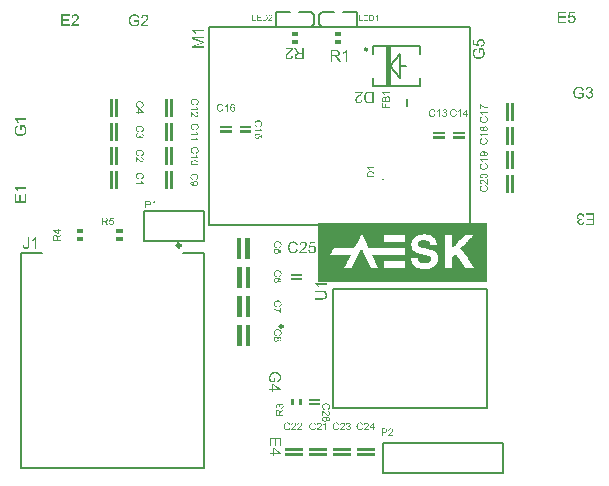
<source format=gto>
G04*
G04 #@! TF.GenerationSoftware,Altium Limited,Altium Designer,20.2.5 (213)*
G04*
G04 Layer_Color=65535*
%FSLAX25Y25*%
%MOIN*%
G70*
G04*
G04 #@! TF.SameCoordinates,E7A29C4C-667B-4874-933E-F4189BEA85A9*
G04*
G04*
G04 #@! TF.FilePolarity,Positive*
G04*
G01*
G75*
%ADD10C,0.01181*%
%ADD11C,0.00984*%
%ADD12C,0.01000*%
%ADD13C,0.00394*%
%ADD14C,0.00500*%
%ADD15C,0.00787*%
%ADD16C,0.00591*%
G36*
X95669Y148327D02*
X93504D01*
Y149606D01*
X95669D01*
Y148327D01*
D02*
G37*
G36*
X110160Y148316D02*
X107995D01*
Y149595D01*
X110160D01*
Y148316D01*
D02*
G37*
G36*
X95669Y145669D02*
X93504D01*
Y146949D01*
X95669D01*
Y145669D01*
D02*
G37*
G36*
X110160Y145658D02*
X107995D01*
Y146938D01*
X110160D01*
Y145658D01*
D02*
G37*
G36*
X53839Y121358D02*
X52953Y121358D01*
X52953Y127264D01*
X53839Y127264D01*
X53839Y121358D01*
D02*
G37*
G36*
X52165Y121358D02*
X51279D01*
Y127264D01*
X52165D01*
Y121358D01*
D02*
G37*
G36*
X35531Y121358D02*
X34646Y121358D01*
X34646Y127264D01*
X35531Y127264D01*
X35531Y121358D01*
D02*
G37*
G36*
X33858Y121358D02*
X32972D01*
Y127264D01*
X33858D01*
Y121358D01*
D02*
G37*
G36*
X167618Y119980D02*
X166732D01*
Y125886D01*
X167618D01*
Y119980D01*
D02*
G37*
G36*
X165945D02*
X165059Y119980D01*
X165059Y125886D01*
X165945Y125886D01*
X165945Y119980D01*
D02*
G37*
G36*
X73745Y117607D02*
X69808D01*
Y118296D01*
X73745D01*
Y117607D01*
D02*
G37*
G36*
X80118Y117520D02*
X76181D01*
Y118209D01*
X80118D01*
Y117520D01*
D02*
G37*
G36*
X73745Y116131D02*
X69808D01*
Y116918D01*
X73745D01*
Y116131D01*
D02*
G37*
G36*
X80118Y116043D02*
X76181D01*
Y116831D01*
X80118D01*
Y116043D01*
D02*
G37*
G36*
X151378Y115551D02*
X147441D01*
Y116240D01*
X151378D01*
Y115551D01*
D02*
G37*
G36*
X144685D02*
X140748D01*
Y116240D01*
X144685D01*
Y115551D01*
D02*
G37*
G36*
X151378Y114075D02*
X147441D01*
Y114862D01*
X151378D01*
Y114075D01*
D02*
G37*
G36*
X144685D02*
X140748D01*
Y114862D01*
X144685D01*
Y114075D01*
D02*
G37*
G36*
X53839Y113386D02*
X52953Y113386D01*
X52953Y119291D01*
X53839Y119291D01*
X53839Y113386D01*
D02*
G37*
G36*
X52165Y113386D02*
X51279D01*
Y119291D01*
X52165D01*
Y113386D01*
D02*
G37*
G36*
X35531Y113386D02*
X34646Y113386D01*
X34646Y119291D01*
X35531Y119291D01*
X35531Y113386D01*
D02*
G37*
G36*
X33858Y113386D02*
X32972D01*
Y119291D01*
X33858D01*
Y113386D01*
D02*
G37*
G36*
X167618Y112008D02*
X166732D01*
Y117913D01*
X167618D01*
Y112008D01*
D02*
G37*
G36*
X165945D02*
X165059Y112008D01*
X165059Y117913D01*
X165945Y117913D01*
X165945Y112008D01*
D02*
G37*
G36*
X53839Y105413D02*
X52953Y105413D01*
X52953Y111319D01*
X53839Y111319D01*
X53839Y105413D01*
D02*
G37*
G36*
X52165Y105413D02*
X51279D01*
Y111319D01*
X52165D01*
Y105413D01*
D02*
G37*
G36*
X35531Y105413D02*
X34646Y105413D01*
X34646Y111319D01*
X35531Y111319D01*
X35531Y105413D01*
D02*
G37*
G36*
X33858Y105413D02*
X32972D01*
Y111319D01*
X33858D01*
Y105413D01*
D02*
G37*
G36*
X167618Y103937D02*
X166732D01*
Y109843D01*
X167618D01*
Y103937D01*
D02*
G37*
G36*
X165945D02*
X165059Y103937D01*
X165059Y109843D01*
X165945Y109843D01*
X165945Y103937D01*
D02*
G37*
G36*
X53839Y97441D02*
X52953Y97441D01*
X52953Y103347D01*
X53839Y103347D01*
X53839Y97441D01*
D02*
G37*
G36*
X52165Y97441D02*
X51279D01*
Y103347D01*
X52165D01*
Y97441D01*
D02*
G37*
G36*
X35531D02*
X34646Y97441D01*
X34646Y103347D01*
X35531Y103347D01*
X35531Y97441D01*
D02*
G37*
G36*
X33858Y97441D02*
X32972D01*
Y103347D01*
X33858D01*
Y97441D01*
D02*
G37*
G36*
X167618Y95965D02*
X166732D01*
Y101870D01*
X167618D01*
Y95965D01*
D02*
G37*
G36*
X165945D02*
X165059Y95964D01*
X165059Y101870D01*
X165945Y101870D01*
X165945Y95965D01*
D02*
G37*
G36*
X37205Y82776D02*
X35039D01*
Y84055D01*
X37205D01*
Y82776D01*
D02*
G37*
G36*
X24114D02*
X21949D01*
Y84055D01*
X24114D01*
Y82776D01*
D02*
G37*
G36*
X37205Y80118D02*
X35039D01*
Y81398D01*
X37205D01*
Y80118D01*
D02*
G37*
G36*
X24114D02*
X21949D01*
Y81398D01*
X24114D01*
Y80118D01*
D02*
G37*
G36*
X79528Y74065D02*
X78150Y74065D01*
X78150Y81053D01*
X79528Y81053D01*
X79528Y74065D01*
D02*
G37*
G36*
X76772D02*
X75394Y74065D01*
X75394Y81053D01*
X76772Y81053D01*
X76772Y74065D01*
D02*
G37*
G36*
X97146Y68307D02*
X93209D01*
Y68996D01*
X97146D01*
Y68307D01*
D02*
G37*
G36*
Y66831D02*
X93209D01*
Y67618D01*
X97146D01*
Y66831D01*
D02*
G37*
G36*
X79626Y64321D02*
X78248Y64321D01*
X78248Y71309D01*
X79626Y71309D01*
X79626Y64321D01*
D02*
G37*
G36*
X76870D02*
X75492Y64321D01*
X75492Y71309D01*
X76870Y71309D01*
X76870Y64321D01*
D02*
G37*
G36*
X79626Y54577D02*
X78248Y54577D01*
X78248Y61565D01*
X79626Y61565D01*
X79626Y54577D01*
D02*
G37*
G36*
X76870D02*
X75492Y54577D01*
X75492Y61565D01*
X76870Y61565D01*
X76870Y54577D01*
D02*
G37*
G36*
X79626Y44833D02*
X78248Y44833D01*
X78248Y51821D01*
X79626Y51821D01*
X79626Y44833D01*
D02*
G37*
G36*
X76870D02*
X75492Y44833D01*
X75492Y51821D01*
X76870Y51821D01*
X76870Y44833D01*
D02*
G37*
G36*
X103150Y26772D02*
X99213D01*
Y27461D01*
X103150D01*
Y26772D01*
D02*
G37*
G36*
Y25295D02*
X99213D01*
Y26083D01*
X103150D01*
Y25295D01*
D02*
G37*
G36*
X97146D02*
X95866D01*
Y27461D01*
X97146D01*
Y25295D01*
D02*
G37*
G36*
X94488D02*
X93209D01*
Y27461D01*
X94488D01*
Y25295D01*
D02*
G37*
G36*
X105217Y10827D02*
X105217Y9941D01*
X99311Y9941D01*
X99311Y10827D01*
X105217Y10827D01*
D02*
G37*
G36*
X97342D02*
X97342Y9941D01*
X91437Y9941D01*
X91437Y10827D01*
X97342Y10827D01*
D02*
G37*
G36*
X121161Y10827D02*
X121161Y9941D01*
X115256Y9941D01*
X115256Y10827D01*
X121161Y10827D01*
D02*
G37*
G36*
X113189D02*
X113189Y9941D01*
X107283Y9941D01*
X107283Y10827D01*
X113189Y10827D01*
D02*
G37*
G36*
X105217Y8268D02*
X99311D01*
Y9154D01*
X105217D01*
Y8268D01*
D02*
G37*
G36*
X97342D02*
X91437D01*
Y9154D01*
X97342D01*
Y8268D01*
D02*
G37*
G36*
X121161Y8268D02*
X115256D01*
Y9154D01*
X121161D01*
Y8268D01*
D02*
G37*
G36*
X113189D02*
X107283D01*
Y9154D01*
X113189D01*
Y8268D01*
D02*
G37*
G36*
X158508Y66429D02*
X102388D01*
Y86000D01*
X158508D01*
Y66429D01*
D02*
G37*
G36*
X126636Y17509D02*
X126665Y17505D01*
X126701Y17502D01*
X126741Y17494D01*
X126781Y17487D01*
X126876Y17461D01*
X126970Y17425D01*
X127018Y17403D01*
X127065Y17378D01*
X127109Y17345D01*
X127149Y17309D01*
X127152Y17305D01*
X127160Y17301D01*
X127167Y17287D01*
X127181Y17272D01*
X127200Y17254D01*
X127218Y17229D01*
X127236Y17203D01*
X127258Y17170D01*
X127294Y17101D01*
X127331Y17014D01*
X127345Y16970D01*
X127353Y16919D01*
X127360Y16868D01*
X127364Y16814D01*
Y16806D01*
Y16788D01*
X127360Y16759D01*
X127356Y16719D01*
X127349Y16675D01*
X127334Y16624D01*
X127320Y16570D01*
X127298Y16515D01*
X127294Y16508D01*
X127287Y16490D01*
X127272Y16461D01*
X127251Y16420D01*
X127222Y16377D01*
X127185Y16322D01*
X127141Y16268D01*
X127091Y16206D01*
X127083Y16198D01*
X127065Y16177D01*
X127047Y16158D01*
X127029Y16140D01*
X127007Y16118D01*
X126978Y16089D01*
X126949Y16060D01*
X126912Y16027D01*
X126876Y15991D01*
X126832Y15951D01*
X126785Y15911D01*
X126734Y15864D01*
X126676Y15816D01*
X126617Y15765D01*
X126614Y15762D01*
X126606Y15754D01*
X126592Y15743D01*
X126574Y15729D01*
X126552Y15707D01*
X126526Y15685D01*
X126468Y15638D01*
X126406Y15583D01*
X126348Y15529D01*
X126297Y15481D01*
X126275Y15463D01*
X126257Y15445D01*
X126253Y15441D01*
X126242Y15430D01*
X126228Y15416D01*
X126210Y15394D01*
X126191Y15369D01*
X126170Y15343D01*
X126126Y15281D01*
X127367D01*
Y14983D01*
X125696D01*
Y14986D01*
Y15001D01*
Y15023D01*
X125700Y15052D01*
X125704Y15085D01*
X125711Y15121D01*
X125718Y15157D01*
X125733Y15197D01*
Y15201D01*
X125736Y15205D01*
X125744Y15227D01*
X125758Y15259D01*
X125780Y15303D01*
X125809Y15354D01*
X125846Y15412D01*
X125886Y15470D01*
X125937Y15532D01*
Y15536D01*
X125944Y15540D01*
X125962Y15561D01*
X125995Y15594D01*
X126042Y15642D01*
X126097Y15696D01*
X126166Y15762D01*
X126250Y15834D01*
X126341Y15911D01*
X126344Y15914D01*
X126359Y15925D01*
X126381Y15944D01*
X126406Y15966D01*
X126439Y15995D01*
X126479Y16027D01*
X126519Y16064D01*
X126566Y16104D01*
X126657Y16191D01*
X126748Y16278D01*
X126792Y16322D01*
X126832Y16366D01*
X126868Y16406D01*
X126898Y16446D01*
Y16450D01*
X126905Y16453D01*
X126912Y16464D01*
X126919Y16479D01*
X126945Y16519D01*
X126974Y16566D01*
X126999Y16624D01*
X127025Y16686D01*
X127040Y16755D01*
X127047Y16821D01*
Y16825D01*
Y16828D01*
X127043Y16850D01*
X127040Y16886D01*
X127029Y16926D01*
X127014Y16977D01*
X126989Y17028D01*
X126956Y17079D01*
X126912Y17130D01*
X126905Y17138D01*
X126887Y17152D01*
X126861Y17170D01*
X126821Y17196D01*
X126770Y17218D01*
X126712Y17240D01*
X126643Y17254D01*
X126566Y17258D01*
X126544D01*
X126530Y17254D01*
X126486Y17250D01*
X126435Y17240D01*
X126381Y17225D01*
X126319Y17199D01*
X126261Y17167D01*
X126206Y17123D01*
X126199Y17116D01*
X126184Y17097D01*
X126162Y17068D01*
X126140Y17025D01*
X126115Y16974D01*
X126093Y16908D01*
X126079Y16835D01*
X126071Y16752D01*
X125755Y16784D01*
Y16788D01*
X125758Y16799D01*
Y16817D01*
X125762Y16843D01*
X125769Y16872D01*
X125777Y16905D01*
X125787Y16945D01*
X125798Y16985D01*
X125827Y17072D01*
X125871Y17159D01*
X125897Y17203D01*
X125929Y17247D01*
X125962Y17287D01*
X125998Y17323D01*
X126002Y17327D01*
X126009Y17331D01*
X126020Y17341D01*
X126039Y17352D01*
X126060Y17367D01*
X126086Y17381D01*
X126115Y17400D01*
X126151Y17418D01*
X126191Y17436D01*
X126235Y17454D01*
X126282Y17469D01*
X126333Y17483D01*
X126388Y17494D01*
X126446Y17505D01*
X126508Y17509D01*
X126574Y17513D01*
X126610D01*
X126636Y17509D01*
D02*
G37*
G36*
X124608Y17498D02*
X124670Y17494D01*
X124735Y17491D01*
X124797Y17483D01*
X124852Y17476D01*
X124859D01*
X124885Y17469D01*
X124917Y17461D01*
X124961Y17451D01*
X125008Y17432D01*
X125059Y17411D01*
X125114Y17385D01*
X125161Y17356D01*
X125169Y17352D01*
X125183Y17341D01*
X125205Y17320D01*
X125234Y17294D01*
X125267Y17261D01*
X125300Y17218D01*
X125336Y17170D01*
X125365Y17116D01*
X125369Y17108D01*
X125376Y17090D01*
X125391Y17057D01*
X125405Y17014D01*
X125416Y16963D01*
X125431Y16905D01*
X125438Y16839D01*
X125442Y16770D01*
Y16766D01*
Y16755D01*
Y16741D01*
X125438Y16715D01*
X125434Y16690D01*
X125431Y16657D01*
X125423Y16621D01*
X125416Y16581D01*
X125391Y16497D01*
X125376Y16453D01*
X125354Y16406D01*
X125329Y16359D01*
X125303Y16315D01*
X125270Y16271D01*
X125234Y16228D01*
X125231Y16224D01*
X125223Y16217D01*
X125212Y16206D01*
X125194Y16195D01*
X125172Y16177D01*
X125143Y16158D01*
X125107Y16137D01*
X125067Y16118D01*
X125019Y16096D01*
X124965Y16075D01*
X124907Y16057D01*
X124837Y16042D01*
X124765Y16027D01*
X124685Y16016D01*
X124593Y16009D01*
X124499Y16005D01*
X123855D01*
Y14983D01*
X123520D01*
Y17502D01*
X124553D01*
X124608Y17498D01*
D02*
G37*
G36*
X105242Y65442D02*
X102239D01*
X102245Y65437D01*
X102267Y65409D01*
X102300Y65376D01*
X102339Y65320D01*
X102389Y65259D01*
X102445Y65181D01*
X102506Y65093D01*
X102567Y64993D01*
Y64987D01*
X102572Y64982D01*
X102594Y64948D01*
X102622Y64893D01*
X102655Y64826D01*
X102694Y64749D01*
X102733Y64665D01*
X102772Y64582D01*
X102805Y64499D01*
X102350D01*
Y64504D01*
X102339Y64515D01*
X102334Y64538D01*
X102317Y64565D01*
X102300Y64599D01*
X102278Y64638D01*
X102223Y64732D01*
X102162Y64843D01*
X102084Y64954D01*
X101995Y65070D01*
X101901Y65187D01*
X101895Y65193D01*
X101890Y65198D01*
X101873Y65215D01*
X101856Y65237D01*
X101801Y65287D01*
X101734Y65354D01*
X101656Y65420D01*
X101568Y65492D01*
X101479Y65553D01*
X101384Y65609D01*
Y65914D01*
X105242D01*
Y65442D01*
D02*
G37*
G36*
X103765Y63478D02*
X103821D01*
X103888Y63472D01*
X103954Y63467D01*
X104104Y63450D01*
X104259Y63428D01*
X104409Y63394D01*
X104481Y63372D01*
X104548Y63350D01*
X104554D01*
X104565Y63344D01*
X104581Y63333D01*
X104604Y63322D01*
X104665Y63289D01*
X104742Y63239D01*
X104831Y63172D01*
X104920Y63095D01*
X105014Y62995D01*
X105097Y62873D01*
Y62867D01*
X105109Y62856D01*
X105114Y62839D01*
X105131Y62812D01*
X105147Y62778D01*
X105164Y62734D01*
X105181Y62690D01*
X105203Y62634D01*
X105225Y62573D01*
X105242Y62506D01*
X105258Y62434D01*
X105275Y62351D01*
X105286Y62268D01*
X105297Y62179D01*
X105308Y61979D01*
Y61929D01*
X105303Y61890D01*
Y61846D01*
X105297Y61790D01*
X105292Y61729D01*
X105286Y61668D01*
X105264Y61529D01*
X105231Y61380D01*
X105186Y61235D01*
X105125Y61097D01*
Y61091D01*
X105114Y61080D01*
X105103Y61063D01*
X105092Y61041D01*
X105048Y60980D01*
X104987Y60908D01*
X104909Y60825D01*
X104820Y60747D01*
X104709Y60669D01*
X104587Y60608D01*
X104581D01*
X104570Y60603D01*
X104548Y60597D01*
X104520Y60586D01*
X104487Y60575D01*
X104443Y60564D01*
X104393Y60547D01*
X104332Y60536D01*
X104265Y60525D01*
X104193Y60508D01*
X104115Y60497D01*
X104032Y60486D01*
X103937Y60475D01*
X103838Y60470D01*
X103732Y60464D01*
X103621D01*
X101401D01*
Y60975D01*
X103621D01*
X103627D01*
X103643D01*
X103671D01*
X103704D01*
X103743Y60980D01*
X103793D01*
X103899Y60986D01*
X104021Y60997D01*
X104143Y61013D01*
X104259Y61036D01*
X104309Y61047D01*
X104359Y61063D01*
X104370Y61069D01*
X104398Y61080D01*
X104437Y61108D01*
X104492Y61141D01*
X104548Y61180D01*
X104609Y61235D01*
X104670Y61302D01*
X104720Y61380D01*
X104726Y61391D01*
X104742Y61418D01*
X104759Y61468D01*
X104781Y61535D01*
X104809Y61613D01*
X104825Y61713D01*
X104842Y61818D01*
X104848Y61935D01*
Y61990D01*
X104842Y62024D01*
Y62073D01*
X104837Y62123D01*
X104814Y62246D01*
X104787Y62379D01*
X104742Y62506D01*
X104681Y62628D01*
X104642Y62684D01*
X104598Y62734D01*
X104592Y62739D01*
X104587Y62745D01*
X104570Y62756D01*
X104548Y62773D01*
X104515Y62789D01*
X104481Y62812D01*
X104431Y62834D01*
X104382Y62856D01*
X104321Y62878D01*
X104248Y62895D01*
X104165Y62917D01*
X104076Y62934D01*
X103976Y62950D01*
X103871Y62961D01*
X103749Y62972D01*
X103621D01*
X101401D01*
Y63483D01*
X103621D01*
X103627D01*
X103649D01*
X103677D01*
X103716D01*
X103765Y63478D01*
D02*
G37*
G36*
X34204Y87469D02*
X33195D01*
X33061Y86789D01*
X33064Y86792D01*
X33072Y86796D01*
X33082Y86803D01*
X33101Y86814D01*
X33123Y86825D01*
X33148Y86840D01*
X33206Y86869D01*
X33279Y86898D01*
X33359Y86923D01*
X33446Y86942D01*
X33490Y86949D01*
X33570D01*
X33592Y86945D01*
X33621Y86942D01*
X33654Y86938D01*
X33690Y86931D01*
X33730Y86920D01*
X33818Y86894D01*
X33865Y86876D01*
X33912Y86851D01*
X33960Y86825D01*
X34007Y86796D01*
X34051Y86760D01*
X34094Y86720D01*
X34098Y86716D01*
X34105Y86709D01*
X34116Y86698D01*
X34131Y86680D01*
X34149Y86654D01*
X34167Y86629D01*
X34189Y86596D01*
X34211Y86559D01*
X34229Y86519D01*
X34251Y86476D01*
X34269Y86425D01*
X34287Y86374D01*
X34302Y86319D01*
X34313Y86257D01*
X34320Y86195D01*
X34324Y86130D01*
Y86126D01*
Y86115D01*
Y86097D01*
X34320Y86072D01*
X34316Y86043D01*
X34313Y86010D01*
X34306Y85970D01*
X34298Y85930D01*
X34276Y85835D01*
X34240Y85737D01*
X34218Y85686D01*
X34189Y85638D01*
X34160Y85588D01*
X34124Y85540D01*
X34120Y85537D01*
X34113Y85526D01*
X34098Y85511D01*
X34080Y85493D01*
X34054Y85471D01*
X34025Y85442D01*
X33989Y85417D01*
X33949Y85387D01*
X33905Y85358D01*
X33854Y85333D01*
X33799Y85307D01*
X33741Y85282D01*
X33679Y85264D01*
X33610Y85249D01*
X33537Y85238D01*
X33461Y85234D01*
X33428D01*
X33403Y85238D01*
X33374Y85242D01*
X33341Y85245D01*
X33301Y85249D01*
X33261Y85260D01*
X33170Y85282D01*
X33079Y85315D01*
X33031Y85336D01*
X32984Y85362D01*
X32941Y85391D01*
X32897Y85424D01*
X32893Y85427D01*
X32886Y85431D01*
X32879Y85446D01*
X32864Y85460D01*
X32846Y85478D01*
X32828Y85500D01*
X32806Y85529D01*
X32788Y85562D01*
X32766Y85595D01*
X32744Y85635D01*
X32704Y85722D01*
X32671Y85824D01*
X32660Y85879D01*
X32653Y85937D01*
X32977Y85962D01*
Y85959D01*
Y85952D01*
X32980Y85941D01*
X32984Y85922D01*
X32995Y85882D01*
X33010Y85828D01*
X33031Y85773D01*
X33061Y85711D01*
X33097Y85657D01*
X33141Y85606D01*
X33148Y85602D01*
X33163Y85588D01*
X33192Y85569D01*
X33232Y85548D01*
X33275Y85526D01*
X33330Y85508D01*
X33392Y85493D01*
X33461Y85489D01*
X33483D01*
X33497Y85493D01*
X33541Y85497D01*
X33592Y85511D01*
X33654Y85529D01*
X33716Y85558D01*
X33781Y85602D01*
X33810Y85628D01*
X33840Y85657D01*
X33843Y85660D01*
X33847Y85664D01*
X33854Y85675D01*
X33865Y85686D01*
X33891Y85726D01*
X33920Y85777D01*
X33945Y85839D01*
X33971Y85915D01*
X33989Y86006D01*
X33996Y86054D01*
Y86104D01*
Y86108D01*
Y86115D01*
Y86130D01*
X33992Y86148D01*
Y86170D01*
X33989Y86195D01*
X33978Y86254D01*
X33960Y86323D01*
X33934Y86392D01*
X33898Y86458D01*
X33847Y86519D01*
Y86523D01*
X33840Y86527D01*
X33821Y86545D01*
X33789Y86570D01*
X33745Y86599D01*
X33687Y86625D01*
X33621Y86650D01*
X33545Y86669D01*
X33501Y86676D01*
X33432D01*
X33403Y86672D01*
X33366Y86669D01*
X33323Y86658D01*
X33279Y86647D01*
X33232Y86629D01*
X33184Y86607D01*
X33181Y86603D01*
X33166Y86596D01*
X33144Y86578D01*
X33115Y86559D01*
X33086Y86534D01*
X33057Y86501D01*
X33024Y86468D01*
X32999Y86428D01*
X32708Y86468D01*
X32951Y87764D01*
X34204D01*
Y87469D01*
D02*
G37*
G36*
X31441Y87793D02*
X31474D01*
X31550Y87790D01*
X31630Y87779D01*
X31717Y87768D01*
X31798Y87750D01*
X31838Y87739D01*
X31870Y87728D01*
X31874D01*
X31878Y87724D01*
X31899Y87713D01*
X31932Y87699D01*
X31972Y87673D01*
X32016Y87641D01*
X32063Y87597D01*
X32107Y87546D01*
X32151Y87488D01*
Y87484D01*
X32154Y87480D01*
X32169Y87458D01*
X32183Y87422D01*
X32205Y87375D01*
X32223Y87320D01*
X32242Y87255D01*
X32252Y87186D01*
X32256Y87109D01*
Y87105D01*
Y87098D01*
Y87084D01*
X32252Y87065D01*
Y87040D01*
X32249Y87014D01*
X32234Y86953D01*
X32212Y86880D01*
X32183Y86803D01*
X32140Y86727D01*
X32111Y86690D01*
X32081Y86654D01*
X32078Y86650D01*
X32074Y86647D01*
X32063Y86636D01*
X32049Y86625D01*
X32030Y86610D01*
X32009Y86596D01*
X31980Y86578D01*
X31950Y86556D01*
X31914Y86538D01*
X31874Y86519D01*
X31830Y86498D01*
X31783Y86479D01*
X31728Y86465D01*
X31674Y86447D01*
X31612Y86436D01*
X31546Y86425D01*
X31554Y86421D01*
X31568Y86414D01*
X31590Y86399D01*
X31619Y86385D01*
X31685Y86345D01*
X31717Y86319D01*
X31747Y86297D01*
X31754Y86290D01*
X31772Y86272D01*
X31801Y86243D01*
X31838Y86206D01*
X31878Y86155D01*
X31925Y86101D01*
X31972Y86035D01*
X32023Y85962D01*
X32456Y85278D01*
X32041D01*
X31710Y85802D01*
Y85806D01*
X31703Y85813D01*
X31696Y85824D01*
X31685Y85839D01*
X31659Y85879D01*
X31626Y85930D01*
X31586Y85984D01*
X31546Y86043D01*
X31506Y86097D01*
X31470Y86148D01*
X31466Y86152D01*
X31455Y86166D01*
X31437Y86188D01*
X31412Y86214D01*
X31357Y86268D01*
X31328Y86294D01*
X31299Y86316D01*
X31295Y86319D01*
X31288Y86323D01*
X31273Y86330D01*
X31251Y86341D01*
X31230Y86352D01*
X31204Y86363D01*
X31146Y86381D01*
X31142D01*
X31135Y86385D01*
X31120D01*
X31102Y86388D01*
X31077Y86392D01*
X31048D01*
X31008Y86396D01*
X30578D01*
Y85278D01*
X30243D01*
Y87797D01*
X31412D01*
X31441Y87793D01*
D02*
G37*
G36*
X16010Y83672D02*
X16614D01*
Y83362D01*
X16010D01*
Y82267D01*
X15726D01*
X14095Y83420D01*
Y83672D01*
X15726D01*
Y84014D01*
X16010D01*
Y83672D01*
D02*
G37*
G36*
X16614Y81761D02*
X16090Y81429D01*
X16086D01*
X16079Y81422D01*
X16068Y81415D01*
X16053Y81404D01*
X16013Y81379D01*
X15962Y81346D01*
X15908Y81306D01*
X15849Y81266D01*
X15795Y81226D01*
X15744Y81189D01*
X15740Y81186D01*
X15726Y81175D01*
X15704Y81156D01*
X15678Y81131D01*
X15624Y81076D01*
X15598Y81047D01*
X15576Y81018D01*
X15573Y81015D01*
X15569Y81007D01*
X15562Y80993D01*
X15551Y80971D01*
X15540Y80949D01*
X15529Y80923D01*
X15511Y80865D01*
Y80862D01*
X15507Y80854D01*
Y80840D01*
X15504Y80822D01*
X15500Y80796D01*
Y80767D01*
X15496Y80727D01*
Y80297D01*
X16614D01*
Y79962D01*
X14095D01*
Y81131D01*
X14098Y81160D01*
Y81193D01*
X14102Y81269D01*
X14113Y81349D01*
X14124Y81437D01*
X14142Y81517D01*
X14153Y81557D01*
X14164Y81590D01*
Y81593D01*
X14168Y81597D01*
X14179Y81619D01*
X14193Y81652D01*
X14219Y81691D01*
X14251Y81735D01*
X14295Y81783D01*
X14346Y81826D01*
X14404Y81870D01*
X14408D01*
X14412Y81874D01*
X14433Y81888D01*
X14470Y81903D01*
X14517Y81924D01*
X14572Y81943D01*
X14637Y81961D01*
X14706Y81972D01*
X14783Y81975D01*
X14786D01*
X14794D01*
X14808D01*
X14827Y81972D01*
X14852D01*
X14877Y81968D01*
X14939Y81954D01*
X15012Y81932D01*
X15089Y81903D01*
X15165Y81859D01*
X15201Y81830D01*
X15238Y81801D01*
X15242Y81797D01*
X15245Y81793D01*
X15256Y81783D01*
X15267Y81768D01*
X15281Y81750D01*
X15296Y81728D01*
X15314Y81699D01*
X15336Y81670D01*
X15354Y81633D01*
X15372Y81593D01*
X15394Y81550D01*
X15413Y81502D01*
X15427Y81448D01*
X15445Y81393D01*
X15456Y81331D01*
X15467Y81266D01*
X15471Y81273D01*
X15478Y81287D01*
X15493Y81309D01*
X15507Y81338D01*
X15547Y81404D01*
X15573Y81437D01*
X15595Y81466D01*
X15602Y81473D01*
X15620Y81491D01*
X15649Y81520D01*
X15686Y81557D01*
X15736Y81597D01*
X15791Y81644D01*
X15857Y81691D01*
X15929Y81743D01*
X16614Y82176D01*
Y81761D01*
D02*
G37*
G36*
X90122Y25748D02*
X90151Y25744D01*
X90184Y25737D01*
X90220Y25730D01*
X90260Y25723D01*
X90348Y25693D01*
X90395Y25671D01*
X90439Y25650D01*
X90486Y25620D01*
X90533Y25588D01*
X90581Y25551D01*
X90624Y25508D01*
X90628Y25504D01*
X90635Y25497D01*
X90646Y25482D01*
X90661Y25464D01*
X90679Y25442D01*
X90697Y25413D01*
X90719Y25380D01*
X90737Y25340D01*
X90759Y25300D01*
X90781Y25253D01*
X90799Y25206D01*
X90817Y25151D01*
X90832Y25093D01*
X90843Y25031D01*
X90850Y24969D01*
X90854Y24900D01*
Y24867D01*
X90850Y24845D01*
X90846Y24816D01*
X90843Y24783D01*
X90835Y24747D01*
X90828Y24707D01*
X90806Y24620D01*
X90770Y24529D01*
X90748Y24481D01*
X90723Y24438D01*
X90690Y24394D01*
X90657Y24350D01*
X90653Y24347D01*
X90646Y24339D01*
X90635Y24328D01*
X90621Y24317D01*
X90602Y24299D01*
X90577Y24281D01*
X90552Y24259D01*
X90519Y24237D01*
X90482Y24216D01*
X90446Y24194D01*
X90359Y24154D01*
X90257Y24121D01*
X90202Y24110D01*
X90144Y24103D01*
X90104Y24412D01*
X90107D01*
X90115Y24416D01*
X90129Y24419D01*
X90148Y24423D01*
X90169Y24427D01*
X90195Y24434D01*
X90249Y24452D01*
X90315Y24478D01*
X90377Y24510D01*
X90435Y24547D01*
X90486Y24590D01*
X90490Y24598D01*
X90504Y24612D01*
X90522Y24641D01*
X90541Y24678D01*
X90562Y24722D01*
X90581Y24776D01*
X90595Y24838D01*
X90599Y24904D01*
Y24925D01*
X90595Y24940D01*
X90592Y24980D01*
X90581Y25031D01*
X90562Y25089D01*
X90537Y25151D01*
X90501Y25213D01*
X90450Y25271D01*
X90442Y25278D01*
X90421Y25297D01*
X90388Y25318D01*
X90344Y25348D01*
X90289Y25377D01*
X90228Y25398D01*
X90155Y25417D01*
X90075Y25424D01*
X90071D01*
X90064D01*
X90053D01*
X90038Y25420D01*
X89998Y25417D01*
X89951Y25406D01*
X89893Y25391D01*
X89834Y25366D01*
X89776Y25329D01*
X89722Y25282D01*
X89714Y25275D01*
X89700Y25256D01*
X89678Y25227D01*
X89652Y25187D01*
X89627Y25136D01*
X89605Y25074D01*
X89591Y25005D01*
X89583Y24929D01*
Y24896D01*
X89587Y24871D01*
X89591Y24838D01*
X89598Y24802D01*
X89605Y24758D01*
X89616Y24711D01*
X89343Y24747D01*
Y24765D01*
X89347Y24780D01*
Y24827D01*
X89339Y24867D01*
X89332Y24914D01*
X89321Y24969D01*
X89303Y25031D01*
X89277Y25089D01*
X89245Y25151D01*
Y25155D01*
X89241Y25158D01*
X89227Y25177D01*
X89201Y25202D01*
X89168Y25231D01*
X89121Y25260D01*
X89066Y25286D01*
X89004Y25304D01*
X88968Y25311D01*
X88928D01*
X88924D01*
X88921D01*
X88899D01*
X88870Y25304D01*
X88830Y25297D01*
X88786Y25282D01*
X88739Y25264D01*
X88692Y25235D01*
X88648Y25195D01*
X88644Y25191D01*
X88630Y25173D01*
X88611Y25147D01*
X88590Y25115D01*
X88571Y25071D01*
X88553Y25020D01*
X88539Y24962D01*
X88535Y24896D01*
Y24867D01*
X88542Y24834D01*
X88550Y24791D01*
X88564Y24743D01*
X88582Y24696D01*
X88611Y24645D01*
X88648Y24598D01*
X88651Y24594D01*
X88670Y24579D01*
X88695Y24558D01*
X88731Y24532D01*
X88779Y24507D01*
X88837Y24481D01*
X88906Y24459D01*
X88986Y24445D01*
X88932Y24135D01*
X88928D01*
X88917Y24139D01*
X88903Y24143D01*
X88881Y24146D01*
X88855Y24154D01*
X88826Y24164D01*
X88757Y24186D01*
X88677Y24223D01*
X88597Y24266D01*
X88520Y24321D01*
X88451Y24390D01*
X88448Y24394D01*
X88444Y24401D01*
X88437Y24412D01*
X88426Y24427D01*
X88411Y24445D01*
X88397Y24470D01*
X88382Y24496D01*
X88364Y24529D01*
X88335Y24601D01*
X88306Y24685D01*
X88288Y24783D01*
X88280Y24834D01*
Y24925D01*
X88284Y24965D01*
X88291Y25013D01*
X88302Y25071D01*
X88320Y25136D01*
X88342Y25202D01*
X88371Y25267D01*
Y25271D01*
X88375Y25275D01*
X88386Y25297D01*
X88408Y25329D01*
X88433Y25366D01*
X88469Y25409D01*
X88510Y25453D01*
X88557Y25497D01*
X88611Y25533D01*
X88619Y25537D01*
X88637Y25548D01*
X88670Y25562D01*
X88710Y25580D01*
X88757Y25599D01*
X88812Y25613D01*
X88873Y25624D01*
X88935Y25628D01*
X88943D01*
X88964D01*
X88994Y25624D01*
X89034Y25617D01*
X89081Y25606D01*
X89132Y25588D01*
X89183Y25566D01*
X89234Y25537D01*
X89241Y25533D01*
X89256Y25522D01*
X89281Y25500D01*
X89310Y25471D01*
X89343Y25435D01*
X89379Y25391D01*
X89412Y25340D01*
X89445Y25278D01*
Y25282D01*
X89449Y25289D01*
X89452Y25300D01*
X89456Y25315D01*
X89470Y25355D01*
X89492Y25406D01*
X89521Y25464D01*
X89558Y25522D01*
X89605Y25577D01*
X89660Y25628D01*
X89667Y25631D01*
X89689Y25646D01*
X89725Y25668D01*
X89773Y25690D01*
X89831Y25712D01*
X89900Y25733D01*
X89980Y25748D01*
X90067Y25752D01*
X90071D01*
X90082D01*
X90100D01*
X90122Y25748D01*
D02*
G37*
G36*
X90810Y23487D02*
X90286Y23156D01*
X90282D01*
X90275Y23149D01*
X90264Y23142D01*
X90249Y23131D01*
X90209Y23105D01*
X90158Y23073D01*
X90104Y23032D01*
X90046Y22993D01*
X89991Y22952D01*
X89940Y22916D01*
X89936Y22912D01*
X89922Y22901D01*
X89900Y22883D01*
X89875Y22858D01*
X89820Y22803D01*
X89794Y22774D01*
X89773Y22745D01*
X89769Y22741D01*
X89765Y22734D01*
X89758Y22719D01*
X89747Y22698D01*
X89736Y22676D01*
X89725Y22650D01*
X89707Y22592D01*
Y22588D01*
X89703Y22581D01*
Y22567D01*
X89700Y22548D01*
X89696Y22523D01*
Y22494D01*
X89692Y22454D01*
Y22024D01*
X90810D01*
Y21689D01*
X88291D01*
Y22858D01*
X88295Y22887D01*
Y22920D01*
X88298Y22996D01*
X88309Y23076D01*
X88320Y23164D01*
X88338Y23244D01*
X88349Y23284D01*
X88360Y23316D01*
Y23320D01*
X88364Y23324D01*
X88375Y23346D01*
X88389Y23378D01*
X88415Y23418D01*
X88448Y23462D01*
X88491Y23509D01*
X88542Y23553D01*
X88600Y23597D01*
X88604D01*
X88608Y23600D01*
X88630Y23615D01*
X88666Y23629D01*
X88713Y23651D01*
X88768Y23670D01*
X88833Y23688D01*
X88903Y23699D01*
X88979Y23702D01*
X88983D01*
X88990D01*
X89004D01*
X89023Y23699D01*
X89048D01*
X89074Y23695D01*
X89136Y23680D01*
X89208Y23659D01*
X89285Y23629D01*
X89361Y23586D01*
X89398Y23557D01*
X89434Y23528D01*
X89438Y23524D01*
X89441Y23520D01*
X89452Y23509D01*
X89463Y23495D01*
X89478Y23477D01*
X89492Y23455D01*
X89511Y23426D01*
X89532Y23396D01*
X89551Y23360D01*
X89569Y23320D01*
X89591Y23276D01*
X89609Y23229D01*
X89623Y23175D01*
X89641Y23120D01*
X89652Y23058D01*
X89663Y22993D01*
X89667Y23000D01*
X89674Y23014D01*
X89689Y23036D01*
X89703Y23065D01*
X89743Y23131D01*
X89769Y23164D01*
X89791Y23193D01*
X89798Y23200D01*
X89816Y23218D01*
X89845Y23247D01*
X89882Y23284D01*
X89933Y23324D01*
X89987Y23371D01*
X90053Y23418D01*
X90126Y23469D01*
X90810Y23902D01*
Y23487D01*
D02*
G37*
G36*
X97664Y140509D02*
X95882D01*
X95838Y140515D01*
X95788D01*
X95672Y140520D01*
X95549Y140537D01*
X95416Y140554D01*
X95294Y140581D01*
X95233Y140598D01*
X95183Y140615D01*
X95178D01*
X95172Y140620D01*
X95139Y140637D01*
X95089Y140659D01*
X95028Y140698D01*
X94961Y140748D01*
X94889Y140814D01*
X94823Y140892D01*
X94756Y140981D01*
Y140987D01*
X94750Y140992D01*
X94728Y141025D01*
X94706Y141081D01*
X94673Y141153D01*
X94645Y141236D01*
X94617Y141336D01*
X94600Y141442D01*
X94595Y141558D01*
Y141564D01*
Y141575D01*
Y141597D01*
X94600Y141625D01*
Y141664D01*
X94606Y141702D01*
X94628Y141797D01*
X94661Y141908D01*
X94706Y142024D01*
X94772Y142141D01*
X94817Y142197D01*
X94861Y142252D01*
X94867Y142257D01*
X94872Y142263D01*
X94889Y142280D01*
X94911Y142296D01*
X94939Y142319D01*
X94972Y142341D01*
X95017Y142368D01*
X95061Y142402D01*
X95117Y142430D01*
X95178Y142457D01*
X95244Y142491D01*
X95316Y142518D01*
X95400Y142541D01*
X95483Y142568D01*
X95577Y142585D01*
X95677Y142602D01*
X95666Y142607D01*
X95644Y142618D01*
X95611Y142640D01*
X95566Y142663D01*
X95466Y142724D01*
X95416Y142763D01*
X95372Y142796D01*
X95361Y142807D01*
X95333Y142835D01*
X95289Y142879D01*
X95233Y142935D01*
X95172Y143012D01*
X95100Y143096D01*
X95028Y143195D01*
X94950Y143307D01*
X94290Y144350D01*
X94922D01*
X95427Y143551D01*
Y143545D01*
X95438Y143534D01*
X95450Y143517D01*
X95466Y143495D01*
X95505Y143434D01*
X95555Y143356D01*
X95616Y143273D01*
X95677Y143184D01*
X95738Y143101D01*
X95794Y143023D01*
X95799Y143018D01*
X95816Y142996D01*
X95844Y142962D01*
X95882Y142923D01*
X95966Y142840D01*
X96010Y142801D01*
X96055Y142768D01*
X96060Y142763D01*
X96071Y142757D01*
X96093Y142746D01*
X96127Y142729D01*
X96160Y142713D01*
X96199Y142696D01*
X96288Y142668D01*
X96293D01*
X96304Y142663D01*
X96327D01*
X96354Y142657D01*
X96393Y142652D01*
X96438D01*
X96499Y142646D01*
X97154D01*
Y144350D01*
X97664D01*
Y140509D01*
D02*
G37*
G36*
X94057Y144344D02*
Y144322D01*
Y144289D01*
X94051Y144244D01*
X94046Y144194D01*
X94034Y144139D01*
X94023Y144083D01*
X94001Y144022D01*
Y144017D01*
X93995Y144011D01*
X93984Y143978D01*
X93962Y143928D01*
X93929Y143861D01*
X93884Y143784D01*
X93829Y143695D01*
X93768Y143606D01*
X93690Y143512D01*
Y143506D01*
X93679Y143501D01*
X93651Y143467D01*
X93602Y143418D01*
X93529Y143345D01*
X93446Y143262D01*
X93341Y143162D01*
X93213Y143051D01*
X93074Y142935D01*
X93069Y142929D01*
X93046Y142912D01*
X93013Y142885D01*
X92974Y142851D01*
X92924Y142807D01*
X92863Y142757D01*
X92802Y142701D01*
X92730Y142640D01*
X92591Y142507D01*
X92453Y142374D01*
X92386Y142307D01*
X92325Y142241D01*
X92269Y142180D01*
X92225Y142119D01*
Y142113D01*
X92214Y142108D01*
X92203Y142091D01*
X92192Y142069D01*
X92153Y142008D01*
X92109Y141936D01*
X92070Y141847D01*
X92031Y141753D01*
X92009Y141647D01*
X91997Y141547D01*
Y141542D01*
Y141536D01*
X92003Y141503D01*
X92009Y141447D01*
X92025Y141386D01*
X92048Y141308D01*
X92086Y141231D01*
X92136Y141153D01*
X92203Y141075D01*
X92214Y141064D01*
X92242Y141042D01*
X92281Y141014D01*
X92342Y140975D01*
X92419Y140942D01*
X92508Y140909D01*
X92614Y140887D01*
X92730Y140881D01*
X92763D01*
X92786Y140887D01*
X92852Y140892D01*
X92930Y140909D01*
X93013Y140931D01*
X93107Y140970D01*
X93196Y141020D01*
X93280Y141086D01*
X93291Y141098D01*
X93313Y141125D01*
X93346Y141170D01*
X93379Y141236D01*
X93418Y141314D01*
X93452Y141414D01*
X93474Y141525D01*
X93485Y141653D01*
X93968Y141603D01*
Y141597D01*
X93962Y141580D01*
Y141553D01*
X93957Y141514D01*
X93946Y141469D01*
X93935Y141419D01*
X93918Y141358D01*
X93901Y141297D01*
X93857Y141164D01*
X93790Y141031D01*
X93751Y140964D01*
X93701Y140898D01*
X93651Y140837D01*
X93596Y140781D01*
X93590Y140776D01*
X93579Y140770D01*
X93563Y140753D01*
X93535Y140737D01*
X93502Y140715D01*
X93463Y140692D01*
X93418Y140665D01*
X93363Y140637D01*
X93302Y140609D01*
X93235Y140581D01*
X93163Y140559D01*
X93085Y140537D01*
X93002Y140520D01*
X92913Y140504D01*
X92819Y140498D01*
X92719Y140493D01*
X92664D01*
X92625Y140498D01*
X92580Y140504D01*
X92525Y140509D01*
X92464Y140520D01*
X92403Y140532D01*
X92258Y140570D01*
X92114Y140626D01*
X92042Y140659D01*
X91970Y140698D01*
X91903Y140748D01*
X91842Y140803D01*
X91837Y140809D01*
X91825Y140814D01*
X91814Y140837D01*
X91792Y140859D01*
X91764Y140887D01*
X91737Y140926D01*
X91709Y140964D01*
X91676Y141014D01*
X91620Y141120D01*
X91565Y141253D01*
X91542Y141320D01*
X91531Y141397D01*
X91520Y141475D01*
X91515Y141558D01*
Y141569D01*
Y141597D01*
X91520Y141641D01*
X91526Y141702D01*
X91537Y141769D01*
X91559Y141847D01*
X91581Y141930D01*
X91615Y142013D01*
X91620Y142024D01*
X91631Y142052D01*
X91653Y142097D01*
X91687Y142158D01*
X91731Y142224D01*
X91787Y142307D01*
X91853Y142391D01*
X91931Y142485D01*
X91942Y142496D01*
X91970Y142529D01*
X91997Y142557D01*
X92025Y142585D01*
X92059Y142618D01*
X92103Y142663D01*
X92147Y142707D01*
X92203Y142757D01*
X92258Y142813D01*
X92325Y142874D01*
X92397Y142935D01*
X92475Y143007D01*
X92564Y143079D01*
X92652Y143157D01*
X92658Y143162D01*
X92669Y143173D01*
X92691Y143190D01*
X92719Y143212D01*
X92752Y143245D01*
X92791Y143279D01*
X92880Y143351D01*
X92974Y143434D01*
X93063Y143517D01*
X93141Y143589D01*
X93174Y143617D01*
X93202Y143645D01*
X93207Y143651D01*
X93224Y143667D01*
X93246Y143689D01*
X93274Y143723D01*
X93302Y143762D01*
X93335Y143800D01*
X93402Y143895D01*
X91509D01*
Y144350D01*
X94057D01*
Y144344D01*
D02*
G37*
G36*
X111977Y139804D02*
X111505D01*
Y142806D01*
X111500Y142801D01*
X111472Y142779D01*
X111439Y142745D01*
X111383Y142706D01*
X111322Y142656D01*
X111244Y142601D01*
X111156Y142540D01*
X111056Y142479D01*
X111050D01*
X111045Y142473D01*
X111011Y142451D01*
X110956Y142423D01*
X110889Y142390D01*
X110811Y142351D01*
X110728Y142312D01*
X110645Y142273D01*
X110562Y142240D01*
Y142695D01*
X110567D01*
X110578Y142706D01*
X110601Y142712D01*
X110628Y142728D01*
X110662Y142745D01*
X110701Y142767D01*
X110795Y142823D01*
X110906Y142884D01*
X111017Y142962D01*
X111133Y143050D01*
X111250Y143145D01*
X111256Y143150D01*
X111261Y143156D01*
X111278Y143173D01*
X111300Y143189D01*
X111350Y143245D01*
X111416Y143311D01*
X111483Y143389D01*
X111555Y143478D01*
X111616Y143567D01*
X111672Y143661D01*
X111977D01*
Y139804D01*
D02*
G37*
G36*
X108353Y143639D02*
X108403D01*
X108519Y143633D01*
X108642Y143616D01*
X108775Y143600D01*
X108897Y143572D01*
X108958Y143555D01*
X109008Y143539D01*
X109013D01*
X109019Y143533D01*
X109052Y143517D01*
X109102Y143494D01*
X109163Y143456D01*
X109230Y143406D01*
X109302Y143339D01*
X109369Y143261D01*
X109435Y143173D01*
Y143167D01*
X109441Y143161D01*
X109463Y143128D01*
X109485Y143073D01*
X109518Y143000D01*
X109546Y142917D01*
X109574Y142817D01*
X109590Y142712D01*
X109596Y142595D01*
Y142590D01*
Y142579D01*
Y142557D01*
X109590Y142529D01*
Y142490D01*
X109585Y142451D01*
X109563Y142357D01*
X109529Y142246D01*
X109485Y142129D01*
X109418Y142013D01*
X109374Y141957D01*
X109330Y141902D01*
X109324Y141896D01*
X109319Y141891D01*
X109302Y141874D01*
X109280Y141857D01*
X109252Y141835D01*
X109219Y141813D01*
X109174Y141785D01*
X109130Y141752D01*
X109074Y141724D01*
X109013Y141696D01*
X108947Y141663D01*
X108875Y141635D01*
X108791Y141613D01*
X108708Y141585D01*
X108614Y141569D01*
X108514Y141552D01*
X108525Y141546D01*
X108547Y141535D01*
X108580Y141513D01*
X108625Y141491D01*
X108725Y141430D01*
X108775Y141391D01*
X108819Y141358D01*
X108830Y141347D01*
X108858Y141319D01*
X108902Y141274D01*
X108958Y141219D01*
X109019Y141141D01*
X109091Y141058D01*
X109163Y140958D01*
X109241Y140847D01*
X109901Y139804D01*
X109269D01*
X108764Y140603D01*
Y140608D01*
X108753Y140620D01*
X108741Y140636D01*
X108725Y140658D01*
X108686Y140719D01*
X108636Y140797D01*
X108575Y140880D01*
X108514Y140969D01*
X108453Y141052D01*
X108397Y141130D01*
X108392Y141136D01*
X108375Y141158D01*
X108347Y141191D01*
X108308Y141230D01*
X108225Y141313D01*
X108181Y141352D01*
X108136Y141385D01*
X108131Y141391D01*
X108120Y141396D01*
X108098Y141408D01*
X108064Y141424D01*
X108031Y141441D01*
X107992Y141458D01*
X107903Y141485D01*
X107898D01*
X107887Y141491D01*
X107864D01*
X107837Y141496D01*
X107798Y141502D01*
X107754D01*
X107692Y141507D01*
X107037D01*
Y139804D01*
X106527D01*
Y143644D01*
X108308D01*
X108353Y143639D01*
D02*
G37*
G36*
X48149Y90861D02*
X47840D01*
Y92830D01*
X47836Y92827D01*
X47818Y92812D01*
X47796Y92790D01*
X47760Y92765D01*
X47720Y92732D01*
X47669Y92696D01*
X47611Y92656D01*
X47545Y92616D01*
X47541D01*
X47538Y92612D01*
X47516Y92597D01*
X47480Y92579D01*
X47436Y92557D01*
X47385Y92532D01*
X47330Y92506D01*
X47276Y92481D01*
X47221Y92459D01*
Y92757D01*
X47225D01*
X47232Y92765D01*
X47247Y92768D01*
X47265Y92779D01*
X47287Y92790D01*
X47312Y92805D01*
X47374Y92841D01*
X47447Y92881D01*
X47520Y92932D01*
X47596Y92990D01*
X47672Y93052D01*
X47676Y93056D01*
X47680Y93060D01*
X47691Y93071D01*
X47705Y93081D01*
X47738Y93118D01*
X47782Y93162D01*
X47825Y93212D01*
X47873Y93271D01*
X47913Y93329D01*
X47949Y93391D01*
X48149D01*
Y90861D01*
D02*
G37*
G36*
X45852Y93376D02*
X45914Y93373D01*
X45980Y93369D01*
X46042Y93362D01*
X46096Y93354D01*
X46104D01*
X46129Y93347D01*
X46162Y93340D01*
X46205Y93329D01*
X46253Y93311D01*
X46304Y93289D01*
X46358Y93264D01*
X46406Y93234D01*
X46413Y93231D01*
X46428Y93220D01*
X46449Y93198D01*
X46479Y93173D01*
X46511Y93140D01*
X46544Y93096D01*
X46580Y93049D01*
X46610Y92994D01*
X46613Y92987D01*
X46621Y92969D01*
X46635Y92936D01*
X46650Y92892D01*
X46661Y92841D01*
X46675Y92783D01*
X46682Y92717D01*
X46686Y92648D01*
Y92645D01*
Y92634D01*
Y92619D01*
X46682Y92594D01*
X46679Y92568D01*
X46675Y92536D01*
X46668Y92499D01*
X46661Y92459D01*
X46635Y92375D01*
X46621Y92332D01*
X46599Y92284D01*
X46573Y92237D01*
X46548Y92193D01*
X46515Y92150D01*
X46479Y92106D01*
X46475Y92102D01*
X46468Y92095D01*
X46457Y92084D01*
X46439Y92073D01*
X46417Y92055D01*
X46387Y92037D01*
X46351Y92015D01*
X46311Y91997D01*
X46264Y91975D01*
X46209Y91953D01*
X46151Y91935D01*
X46082Y91920D01*
X46009Y91906D01*
X45929Y91895D01*
X45838Y91888D01*
X45743Y91884D01*
X45099D01*
Y90861D01*
X44764D01*
Y93380D01*
X45798D01*
X45852Y93376D01*
D02*
G37*
G36*
X64314Y149950D02*
X61312D01*
X61317Y149944D01*
X61340Y149917D01*
X61373Y149883D01*
X61412Y149828D01*
X61462Y149767D01*
X61517Y149689D01*
X61578Y149600D01*
X61639Y149500D01*
Y149495D01*
X61645Y149489D01*
X61667Y149456D01*
X61695Y149400D01*
X61728Y149334D01*
X61767Y149256D01*
X61806Y149173D01*
X61845Y149090D01*
X61878Y149006D01*
X61423D01*
Y149012D01*
X61412Y149023D01*
X61406Y149045D01*
X61390Y149073D01*
X61373Y149106D01*
X61351Y149145D01*
X61295Y149240D01*
X61234Y149351D01*
X61156Y149461D01*
X61068Y149578D01*
X60973Y149695D01*
X60968Y149700D01*
X60962Y149706D01*
X60946Y149722D01*
X60929Y149745D01*
X60873Y149794D01*
X60807Y149861D01*
X60729Y149928D01*
X60640Y150000D01*
X60552Y150061D01*
X60457Y150116D01*
Y150422D01*
X64314D01*
Y149950D01*
D02*
G37*
G36*
Y147525D02*
X61101D01*
X64314Y146404D01*
Y145948D01*
X61045Y144838D01*
X64314D01*
Y144350D01*
X60474D01*
Y145110D01*
X63199Y146020D01*
X63204D01*
X63216Y146026D01*
X63232Y146032D01*
X63260Y146043D01*
X63327Y146065D01*
X63410Y146093D01*
X63504Y146120D01*
X63599Y146154D01*
X63687Y146181D01*
X63765Y146204D01*
X63754Y146209D01*
X63726Y146215D01*
X63676Y146231D01*
X63610Y146254D01*
X63521Y146281D01*
X63415Y146320D01*
X63293Y146359D01*
X63149Y146409D01*
X60474Y147330D01*
Y148013D01*
X64314D01*
Y147525D01*
D02*
G37*
G36*
X86517Y155437D02*
X86540Y155435D01*
X86569Y155432D01*
X86602Y155426D01*
X86633Y155420D01*
X86709Y155400D01*
X86785Y155370D01*
X86823Y155353D01*
X86861Y155333D01*
X86895Y155306D01*
X86927Y155277D01*
X86930Y155274D01*
X86936Y155272D01*
X86942Y155260D01*
X86954Y155248D01*
X86968Y155234D01*
X86983Y155213D01*
X86997Y155193D01*
X87015Y155167D01*
X87044Y155112D01*
X87073Y155042D01*
X87085Y155007D01*
X87090Y154966D01*
X87096Y154925D01*
X87099Y154882D01*
Y154876D01*
Y154861D01*
X87096Y154838D01*
X87093Y154806D01*
X87087Y154771D01*
X87076Y154730D01*
X87064Y154687D01*
X87047Y154643D01*
X87044Y154637D01*
X87038Y154623D01*
X87026Y154599D01*
X87009Y154567D01*
X86986Y154532D01*
X86957Y154489D01*
X86922Y154445D01*
X86881Y154396D01*
X86875Y154390D01*
X86861Y154372D01*
X86846Y154358D01*
X86831Y154343D01*
X86814Y154326D01*
X86791Y154303D01*
X86767Y154279D01*
X86738Y154253D01*
X86709Y154224D01*
X86674Y154192D01*
X86636Y154160D01*
X86596Y154122D01*
X86549Y154084D01*
X86502Y154044D01*
X86500Y154041D01*
X86494Y154035D01*
X86482Y154026D01*
X86468Y154015D01*
X86450Y153997D01*
X86430Y153980D01*
X86383Y153942D01*
X86334Y153898D01*
X86287Y153854D01*
X86246Y153817D01*
X86229Y153802D01*
X86214Y153788D01*
X86212Y153785D01*
X86203Y153776D01*
X86191Y153764D01*
X86177Y153747D01*
X86162Y153726D01*
X86145Y153706D01*
X86110Y153656D01*
X87102D01*
Y153418D01*
X85766D01*
Y153421D01*
Y153433D01*
Y153450D01*
X85769Y153473D01*
X85772Y153499D01*
X85778Y153528D01*
X85784Y153558D01*
X85795Y153590D01*
Y153593D01*
X85798Y153595D01*
X85804Y153613D01*
X85816Y153639D01*
X85833Y153674D01*
X85856Y153715D01*
X85886Y153761D01*
X85918Y153808D01*
X85958Y153857D01*
Y153860D01*
X85964Y153863D01*
X85979Y153881D01*
X86005Y153907D01*
X86043Y153945D01*
X86086Y153988D01*
X86142Y154041D01*
X86209Y154099D01*
X86281Y154160D01*
X86284Y154163D01*
X86296Y154172D01*
X86313Y154186D01*
X86334Y154204D01*
X86360Y154227D01*
X86392Y154253D01*
X86424Y154282D01*
X86462Y154314D01*
X86535Y154384D01*
X86607Y154454D01*
X86642Y154489D01*
X86674Y154524D01*
X86703Y154556D01*
X86727Y154588D01*
Y154591D01*
X86732Y154594D01*
X86738Y154602D01*
X86744Y154614D01*
X86764Y154646D01*
X86788Y154684D01*
X86808Y154730D01*
X86828Y154780D01*
X86840Y154835D01*
X86846Y154887D01*
Y154890D01*
Y154893D01*
X86843Y154911D01*
X86840Y154940D01*
X86831Y154972D01*
X86820Y155013D01*
X86799Y155053D01*
X86773Y155094D01*
X86738Y155135D01*
X86732Y155141D01*
X86718Y155152D01*
X86698Y155167D01*
X86665Y155187D01*
X86625Y155205D01*
X86578Y155222D01*
X86523Y155234D01*
X86462Y155237D01*
X86444D01*
X86433Y155234D01*
X86398Y155231D01*
X86357Y155222D01*
X86313Y155210D01*
X86264Y155190D01*
X86217Y155164D01*
X86174Y155129D01*
X86168Y155123D01*
X86156Y155109D01*
X86139Y155085D01*
X86121Y155050D01*
X86101Y155010D01*
X86084Y154957D01*
X86072Y154899D01*
X86066Y154832D01*
X85813Y154858D01*
Y154861D01*
X85816Y154870D01*
Y154885D01*
X85819Y154905D01*
X85825Y154928D01*
X85830Y154954D01*
X85839Y154986D01*
X85848Y155018D01*
X85871Y155088D01*
X85906Y155158D01*
X85926Y155193D01*
X85953Y155228D01*
X85979Y155260D01*
X86008Y155289D01*
X86011Y155292D01*
X86016Y155295D01*
X86025Y155304D01*
X86040Y155312D01*
X86057Y155324D01*
X86078Y155336D01*
X86101Y155350D01*
X86130Y155365D01*
X86162Y155379D01*
X86197Y155394D01*
X86235Y155405D01*
X86276Y155417D01*
X86319Y155426D01*
X86366Y155435D01*
X86415Y155437D01*
X86468Y155440D01*
X86497D01*
X86517Y155437D01*
D02*
G37*
G36*
X84698Y155429D02*
X84756Y155426D01*
X84815Y155420D01*
X84873Y155411D01*
X84922Y155403D01*
X84925D01*
X84931Y155400D01*
X84940D01*
X84952Y155394D01*
X84983Y155385D01*
X85024Y155370D01*
X85071Y155350D01*
X85120Y155324D01*
X85170Y155295D01*
X85216Y155257D01*
X85219Y155254D01*
X85222Y155251D01*
X85231Y155243D01*
X85242Y155234D01*
X85272Y155205D01*
X85307Y155164D01*
X85344Y155114D01*
X85385Y155056D01*
X85423Y154989D01*
X85455Y154914D01*
Y154911D01*
X85458Y154905D01*
X85464Y154893D01*
X85467Y154876D01*
X85475Y154855D01*
X85481Y154832D01*
X85487Y154806D01*
X85496Y154774D01*
X85504Y154742D01*
X85510Y154704D01*
X85525Y154623D01*
X85533Y154532D01*
X85536Y154434D01*
Y154431D01*
Y154425D01*
Y154410D01*
Y154396D01*
X85533Y154375D01*
Y154352D01*
X85531Y154297D01*
X85522Y154233D01*
X85513Y154166D01*
X85499Y154096D01*
X85481Y154026D01*
Y154023D01*
X85478Y154017D01*
X85475Y154009D01*
X85472Y153997D01*
X85461Y153965D01*
X85443Y153924D01*
X85426Y153878D01*
X85403Y153831D01*
X85373Y153782D01*
X85344Y153735D01*
X85341Y153729D01*
X85330Y153715D01*
X85312Y153694D01*
X85289Y153668D01*
X85263Y153639D01*
X85231Y153610D01*
X85199Y153578D01*
X85161Y153552D01*
X85155Y153549D01*
X85144Y153540D01*
X85123Y153528D01*
X85094Y153514D01*
X85059Y153497D01*
X85018Y153482D01*
X84972Y153464D01*
X84920Y153450D01*
X84914D01*
X84905Y153447D01*
X84896Y153444D01*
X84867Y153441D01*
X84826Y153435D01*
X84780Y153429D01*
X84724Y153424D01*
X84663Y153421D01*
X84597Y153418D01*
X83872D01*
Y155432D01*
X84646D01*
X84698Y155429D01*
D02*
G37*
G36*
X83456Y155193D02*
X82266D01*
Y154579D01*
X83380D01*
Y154340D01*
X82266D01*
Y153656D01*
X83502D01*
Y153418D01*
X81998D01*
Y155432D01*
X83456D01*
Y155193D01*
D02*
G37*
G36*
X80685Y153656D02*
X81678D01*
Y153418D01*
X80418D01*
Y155432D01*
X80685D01*
Y153656D01*
D02*
G37*
G36*
X122252Y153320D02*
X122004D01*
Y154894D01*
X122002Y154891D01*
X121987Y154879D01*
X121970Y154862D01*
X121941Y154841D01*
X121908Y154815D01*
X121868Y154786D01*
X121821Y154754D01*
X121769Y154722D01*
X121766D01*
X121763Y154719D01*
X121746Y154708D01*
X121716Y154693D01*
X121681Y154675D01*
X121641Y154655D01*
X121597Y154635D01*
X121553Y154614D01*
X121510Y154597D01*
Y154836D01*
X121513D01*
X121519Y154841D01*
X121530Y154844D01*
X121545Y154853D01*
X121562Y154862D01*
X121582Y154873D01*
X121632Y154903D01*
X121690Y154935D01*
X121748Y154975D01*
X121809Y155022D01*
X121871Y155071D01*
X121873Y155074D01*
X121876Y155077D01*
X121885Y155086D01*
X121897Y155095D01*
X121923Y155124D01*
X121958Y155159D01*
X121993Y155199D01*
X122031Y155246D01*
X122063Y155292D01*
X122092Y155342D01*
X122252D01*
Y153320D01*
D02*
G37*
G36*
X120218Y155330D02*
X120276Y155327D01*
X120334Y155322D01*
X120392Y155313D01*
X120442Y155304D01*
X120445D01*
X120450Y155301D01*
X120459D01*
X120471Y155295D01*
X120503Y155287D01*
X120544Y155272D01*
X120590Y155252D01*
X120640Y155226D01*
X120689Y155196D01*
X120736Y155159D01*
X120739Y155156D01*
X120742Y155153D01*
X120750Y155144D01*
X120762Y155135D01*
X120791Y155106D01*
X120826Y155066D01*
X120864Y155016D01*
X120905Y154958D01*
X120942Y154891D01*
X120974Y154815D01*
Y154812D01*
X120977Y154806D01*
X120983Y154795D01*
X120986Y154777D01*
X120995Y154757D01*
X121001Y154734D01*
X121006Y154708D01*
X121015Y154675D01*
X121024Y154643D01*
X121030Y154606D01*
X121044Y154524D01*
X121053Y154434D01*
X121056Y154335D01*
Y154332D01*
Y154326D01*
Y154312D01*
Y154297D01*
X121053Y154277D01*
Y154254D01*
X121050Y154198D01*
X121041Y154134D01*
X121033Y154067D01*
X121018Y153998D01*
X121001Y153928D01*
Y153925D01*
X120998Y153919D01*
X120995Y153910D01*
X120992Y153899D01*
X120980Y153867D01*
X120963Y153826D01*
X120945Y153779D01*
X120922Y153733D01*
X120893Y153683D01*
X120864Y153637D01*
X120861Y153631D01*
X120849Y153616D01*
X120832Y153596D01*
X120808Y153570D01*
X120782Y153541D01*
X120750Y153512D01*
X120718Y153480D01*
X120680Y153453D01*
X120675Y153450D01*
X120663Y153442D01*
X120643Y153430D01*
X120614Y153416D01*
X120579Y153398D01*
X120538Y153384D01*
X120491Y153366D01*
X120439Y153351D01*
X120433D01*
X120424Y153349D01*
X120416Y153346D01*
X120387Y153343D01*
X120346Y153337D01*
X120299Y153331D01*
X120244Y153325D01*
X120183Y153322D01*
X120116Y153320D01*
X119391D01*
Y155333D01*
X120165D01*
X120218Y155330D01*
D02*
G37*
G36*
X118975Y155095D02*
X117785D01*
Y154481D01*
X118900D01*
Y154242D01*
X117785D01*
Y153558D01*
X119022D01*
Y153320D01*
X117517D01*
Y155333D01*
X118975D01*
Y155095D01*
D02*
G37*
G36*
X116205Y153558D02*
X117197D01*
Y153320D01*
X115937D01*
Y155333D01*
X116205D01*
Y153558D01*
D02*
G37*
G36*
X6051Y78656D02*
Y78651D01*
Y78634D01*
Y78612D01*
Y78579D01*
X6045Y78534D01*
Y78490D01*
X6034Y78384D01*
X6023Y78262D01*
X6001Y78135D01*
X5968Y78018D01*
X5929Y77907D01*
Y77902D01*
X5923Y77896D01*
X5907Y77863D01*
X5879Y77818D01*
X5840Y77757D01*
X5785Y77696D01*
X5723Y77630D01*
X5646Y77563D01*
X5557Y77508D01*
X5546Y77502D01*
X5513Y77485D01*
X5463Y77463D01*
X5390Y77441D01*
X5302Y77413D01*
X5202Y77391D01*
X5091Y77374D01*
X4969Y77369D01*
X4919D01*
X4885Y77374D01*
X4841Y77380D01*
X4797Y77385D01*
X4680Y77408D01*
X4558Y77441D01*
X4430Y77491D01*
X4364Y77524D01*
X4303Y77563D01*
X4247Y77607D01*
X4192Y77657D01*
X4186Y77663D01*
X4181Y77668D01*
X4169Y77691D01*
X4153Y77713D01*
X4131Y77741D01*
X4108Y77780D01*
X4086Y77824D01*
X4059Y77874D01*
X4036Y77929D01*
X4014Y77996D01*
X3992Y78062D01*
X3970Y78140D01*
X3959Y78224D01*
X3942Y78318D01*
X3936Y78412D01*
Y78518D01*
X4397Y78584D01*
Y78579D01*
Y78568D01*
Y78545D01*
X4403Y78512D01*
X4408Y78479D01*
Y78440D01*
X4425Y78346D01*
X4441Y78246D01*
X4475Y78146D01*
X4508Y78057D01*
X4530Y78018D01*
X4558Y77985D01*
X4563Y77979D01*
X4586Y77963D01*
X4619Y77935D01*
X4663Y77907D01*
X4724Y77874D01*
X4791Y77852D01*
X4874Y77829D01*
X4963Y77824D01*
X4996D01*
X5030Y77829D01*
X5080Y77835D01*
X5130Y77846D01*
X5185Y77857D01*
X5241Y77879D01*
X5296Y77907D01*
X5302Y77913D01*
X5318Y77924D01*
X5341Y77946D01*
X5374Y77968D01*
X5402Y78007D01*
X5435Y78046D01*
X5463Y78090D01*
X5485Y78146D01*
Y78151D01*
X5496Y78174D01*
X5502Y78212D01*
X5513Y78262D01*
X5524Y78329D01*
X5529Y78412D01*
X5540Y78512D01*
Y78629D01*
Y81276D01*
X6051D01*
Y78656D01*
D02*
G37*
G36*
X8465Y77435D02*
X7993D01*
Y80438D01*
X7988Y80432D01*
X7960Y80410D01*
X7927Y80377D01*
X7871Y80338D01*
X7810Y80288D01*
X7733Y80233D01*
X7644Y80172D01*
X7544Y80111D01*
X7538D01*
X7533Y80105D01*
X7500Y80083D01*
X7444Y80055D01*
X7377Y80022D01*
X7300Y79983D01*
X7216Y79944D01*
X7133Y79905D01*
X7050Y79872D01*
Y80327D01*
X7056D01*
X7067Y80338D01*
X7089Y80344D01*
X7117Y80360D01*
X7150Y80377D01*
X7189Y80399D01*
X7283Y80455D01*
X7394Y80516D01*
X7505Y80593D01*
X7622Y80682D01*
X7738Y80777D01*
X7744Y80782D01*
X7749Y80788D01*
X7766Y80804D01*
X7788Y80821D01*
X7838Y80876D01*
X7905Y80943D01*
X7971Y81021D01*
X8043Y81109D01*
X8104Y81198D01*
X8160Y81293D01*
X8465D01*
Y77435D01*
D02*
G37*
G36*
X156616Y147320D02*
X156660Y147315D01*
X156710Y147309D01*
X156771Y147298D01*
X156832Y147287D01*
X156977Y147254D01*
X157126Y147198D01*
X157204Y147165D01*
X157276Y147121D01*
X157354Y147076D01*
X157426Y147021D01*
X157432Y147015D01*
X157448Y147004D01*
X157471Y146982D01*
X157498Y146954D01*
X157532Y146915D01*
X157576Y146871D01*
X157615Y146816D01*
X157659Y146754D01*
X157704Y146688D01*
X157743Y146610D01*
X157781Y146527D01*
X157820Y146438D01*
X157848Y146344D01*
X157870Y146238D01*
X157887Y146127D01*
X157892Y146011D01*
Y145961D01*
X157887Y145922D01*
X157881Y145878D01*
X157876Y145827D01*
X157870Y145766D01*
X157853Y145705D01*
X157820Y145567D01*
X157770Y145428D01*
X157737Y145356D01*
X157698Y145284D01*
X157654Y145217D01*
X157604Y145150D01*
X157598Y145145D01*
X157593Y145134D01*
X157571Y145123D01*
X157548Y145100D01*
X157521Y145073D01*
X157487Y145045D01*
X157443Y145012D01*
X157393Y144984D01*
X157343Y144951D01*
X157282Y144917D01*
X157149Y144856D01*
X156993Y144806D01*
X156910Y144790D01*
X156821Y144779D01*
X156782Y145273D01*
X156788D01*
X156799D01*
X156816Y145278D01*
X156843Y145284D01*
X156904Y145300D01*
X156988Y145323D01*
X157071Y145356D01*
X157165Y145400D01*
X157249Y145456D01*
X157326Y145522D01*
X157332Y145533D01*
X157354Y145556D01*
X157382Y145600D01*
X157415Y145661D01*
X157448Y145728D01*
X157476Y145811D01*
X157498Y145905D01*
X157504Y146011D01*
Y146044D01*
X157498Y146066D01*
X157493Y146133D01*
X157471Y146211D01*
X157443Y146305D01*
X157398Y146399D01*
X157332Y146499D01*
X157293Y146544D01*
X157249Y146588D01*
X157243Y146593D01*
X157238Y146599D01*
X157221Y146610D01*
X157204Y146627D01*
X157143Y146666D01*
X157065Y146710D01*
X156971Y146749D01*
X156854Y146788D01*
X156716Y146816D01*
X156644Y146827D01*
X156566D01*
X156560D01*
X156549D01*
X156527D01*
X156499Y146821D01*
X156466D01*
X156427Y146816D01*
X156338Y146799D01*
X156233Y146771D01*
X156128Y146732D01*
X156028Y146677D01*
X155933Y146599D01*
X155928D01*
X155922Y146588D01*
X155894Y146560D01*
X155856Y146510D01*
X155811Y146444D01*
X155772Y146355D01*
X155733Y146255D01*
X155706Y146138D01*
X155695Y146072D01*
Y145966D01*
X155700Y145922D01*
X155706Y145866D01*
X155722Y145800D01*
X155739Y145733D01*
X155767Y145661D01*
X155800Y145589D01*
X155806Y145583D01*
X155817Y145561D01*
X155844Y145528D01*
X155872Y145483D01*
X155911Y145439D01*
X155961Y145395D01*
X156011Y145345D01*
X156072Y145306D01*
X156011Y144862D01*
X154035Y145234D01*
Y147143D01*
X154485D01*
Y145606D01*
X155523Y145400D01*
X155517Y145406D01*
X155511Y145417D01*
X155500Y145433D01*
X155484Y145461D01*
X155467Y145495D01*
X155445Y145533D01*
X155401Y145622D01*
X155356Y145733D01*
X155317Y145855D01*
X155289Y145989D01*
X155278Y146055D01*
Y146177D01*
X155284Y146211D01*
X155289Y146255D01*
X155295Y146305D01*
X155306Y146360D01*
X155323Y146421D01*
X155362Y146555D01*
X155389Y146627D01*
X155428Y146699D01*
X155467Y146771D01*
X155511Y146843D01*
X155567Y146910D01*
X155628Y146976D01*
X155633Y146982D01*
X155645Y146993D01*
X155661Y147010D01*
X155689Y147032D01*
X155728Y147060D01*
X155767Y147087D01*
X155817Y147121D01*
X155872Y147154D01*
X155933Y147182D01*
X156000Y147215D01*
X156078Y147243D01*
X156155Y147271D01*
X156238Y147293D01*
X156333Y147309D01*
X156427Y147320D01*
X156527Y147326D01*
X156533D01*
X156549D01*
X156577D01*
X156616Y147320D01*
D02*
G37*
G36*
X157299Y144218D02*
X157304Y144207D01*
X157321Y144185D01*
X157343Y144157D01*
X157365Y144124D01*
X157393Y144085D01*
X157426Y144035D01*
X157459Y143985D01*
X157532Y143868D01*
X157609Y143735D01*
X157682Y143596D01*
X157743Y143447D01*
Y143441D01*
X157748Y143430D01*
X157754Y143408D01*
X157765Y143380D01*
X157776Y143341D01*
X157792Y143297D01*
X157804Y143247D01*
X157815Y143197D01*
X157843Y143075D01*
X157870Y142936D01*
X157887Y142786D01*
X157892Y142631D01*
Y142575D01*
X157887Y142536D01*
Y142486D01*
X157881Y142425D01*
X157870Y142359D01*
X157865Y142287D01*
X157831Y142126D01*
X157792Y141954D01*
X157731Y141776D01*
X157698Y141687D01*
X157654Y141598D01*
X157648Y141593D01*
X157643Y141576D01*
X157626Y141554D01*
X157609Y141521D01*
X157582Y141482D01*
X157554Y141443D01*
X157476Y141338D01*
X157376Y141227D01*
X157254Y141110D01*
X157115Y140999D01*
X156954Y140899D01*
X156949D01*
X156932Y140888D01*
X156910Y140877D01*
X156871Y140860D01*
X156832Y140844D01*
X156777Y140827D01*
X156721Y140805D01*
X156655Y140783D01*
X156583Y140760D01*
X156499Y140738D01*
X156416Y140722D01*
X156327Y140705D01*
X156133Y140677D01*
X155928Y140666D01*
X155922D01*
X155900D01*
X155872D01*
X155833Y140672D01*
X155783D01*
X155722Y140677D01*
X155661Y140688D01*
X155589Y140694D01*
X155511Y140710D01*
X155428Y140722D01*
X155251Y140766D01*
X155068Y140822D01*
X154884Y140899D01*
X154879Y140905D01*
X154862Y140910D01*
X154840Y140921D01*
X154807Y140944D01*
X154762Y140966D01*
X154718Y140993D01*
X154612Y141071D01*
X154490Y141166D01*
X154374Y141282D01*
X154257Y141415D01*
X154207Y141493D01*
X154157Y141571D01*
X154152Y141576D01*
X154146Y141593D01*
X154135Y141615D01*
X154118Y141648D01*
X154102Y141693D01*
X154079Y141743D01*
X154057Y141798D01*
X154035Y141865D01*
X154013Y141937D01*
X153996Y142015D01*
X153974Y142098D01*
X153957Y142187D01*
X153930Y142381D01*
X153919Y142481D01*
Y142658D01*
X153924Y142692D01*
Y142736D01*
X153935Y142842D01*
X153952Y142958D01*
X153980Y143080D01*
X154013Y143213D01*
X154057Y143341D01*
Y143347D01*
X154063Y143358D01*
X154069Y143375D01*
X154079Y143397D01*
X154113Y143458D01*
X154152Y143535D01*
X154207Y143619D01*
X154274Y143707D01*
X154346Y143791D01*
X154435Y143868D01*
X154446Y143879D01*
X154479Y143902D01*
X154529Y143935D01*
X154601Y143979D01*
X154690Y144024D01*
X154801Y144074D01*
X154923Y144124D01*
X155062Y144163D01*
X155184Y143702D01*
X155178D01*
X155173Y143696D01*
X155156Y143691D01*
X155134Y143685D01*
X155084Y143669D01*
X155017Y143646D01*
X154940Y143613D01*
X154868Y143574D01*
X154790Y143535D01*
X154723Y143485D01*
X154718Y143480D01*
X154696Y143463D01*
X154668Y143430D01*
X154629Y143391D01*
X154585Y143341D01*
X154540Y143274D01*
X154496Y143202D01*
X154457Y143119D01*
X154451Y143108D01*
X154440Y143080D01*
X154424Y143030D01*
X154401Y142964D01*
X154385Y142886D01*
X154368Y142797D01*
X154357Y142697D01*
X154351Y142592D01*
Y142531D01*
X154357Y142503D01*
Y142470D01*
X154363Y142387D01*
X154379Y142292D01*
X154396Y142187D01*
X154424Y142087D01*
X154463Y141987D01*
X154468Y141976D01*
X154479Y141943D01*
X154507Y141898D01*
X154535Y141843D01*
X154579Y141776D01*
X154623Y141704D01*
X154679Y141637D01*
X154740Y141576D01*
X154746Y141571D01*
X154768Y141549D01*
X154807Y141521D01*
X154851Y141487D01*
X154906Y141449D01*
X154973Y141410D01*
X155045Y141371D01*
X155123Y141332D01*
X155129D01*
X155140Y141326D01*
X155156Y141321D01*
X155184Y141310D01*
X155217Y141299D01*
X155256Y141288D01*
X155300Y141271D01*
X155350Y141260D01*
X155467Y141232D01*
X155600Y141210D01*
X155739Y141193D01*
X155894Y141188D01*
X155900D01*
X155917D01*
X155944D01*
X155978Y141193D01*
X156022D01*
X156078Y141199D01*
X156133Y141204D01*
X156194Y141210D01*
X156333Y141232D01*
X156477Y141260D01*
X156622Y141304D01*
X156760Y141360D01*
X156766D01*
X156777Y141371D01*
X156793Y141376D01*
X156816Y141393D01*
X156877Y141432D01*
X156954Y141493D01*
X157038Y141565D01*
X157121Y141654D01*
X157199Y141759D01*
X157271Y141876D01*
Y141882D01*
X157276Y141893D01*
X157287Y141909D01*
X157299Y141937D01*
X157310Y141965D01*
X157321Y142004D01*
X157354Y142092D01*
X157382Y142203D01*
X157410Y142325D01*
X157432Y142459D01*
X157437Y142597D01*
Y142653D01*
X157432Y142686D01*
Y142720D01*
X157421Y142803D01*
X157410Y142903D01*
X157387Y143008D01*
X157354Y143125D01*
X157315Y143241D01*
Y143247D01*
X157310Y143258D01*
X157304Y143269D01*
X157293Y143291D01*
X157265Y143352D01*
X157232Y143419D01*
X157193Y143497D01*
X157149Y143580D01*
X157099Y143658D01*
X157043Y143724D01*
X156322D01*
Y142592D01*
X155867D01*
Y144224D01*
X157293D01*
X157299Y144218D01*
D02*
G37*
G36*
X88064Y36373D02*
X88114D01*
X88175Y36368D01*
X88236Y36356D01*
X88309Y36351D01*
X88386Y36334D01*
X88469Y36323D01*
X88647Y36279D01*
X88830Y36223D01*
X89013Y36146D01*
X89019Y36140D01*
X89035Y36134D01*
X89058Y36123D01*
X89091Y36101D01*
X89135Y36079D01*
X89180Y36051D01*
X89285Y35974D01*
X89407Y35879D01*
X89524Y35763D01*
X89640Y35629D01*
X89690Y35552D01*
X89740Y35474D01*
X89746Y35469D01*
X89751Y35452D01*
X89763Y35430D01*
X89779Y35396D01*
X89796Y35352D01*
X89818Y35302D01*
X89840Y35247D01*
X89863Y35180D01*
X89885Y35108D01*
X89901Y35030D01*
X89924Y34947D01*
X89940Y34858D01*
X89968Y34664D01*
X89979Y34564D01*
Y34386D01*
X89973Y34353D01*
Y34308D01*
X89962Y34203D01*
X89946Y34086D01*
X89918Y33964D01*
X89885Y33831D01*
X89840Y33704D01*
Y33698D01*
X89835Y33687D01*
X89829Y33670D01*
X89818Y33648D01*
X89785Y33587D01*
X89746Y33509D01*
X89690Y33426D01*
X89624Y33337D01*
X89552Y33254D01*
X89463Y33176D01*
X89452Y33165D01*
X89419Y33143D01*
X89368Y33110D01*
X89296Y33065D01*
X89208Y33021D01*
X89097Y32971D01*
X88974Y32921D01*
X88836Y32882D01*
X88714Y33343D01*
X88719D01*
X88725Y33348D01*
X88741Y33354D01*
X88764Y33360D01*
X88814Y33376D01*
X88880Y33398D01*
X88958Y33432D01*
X89030Y33470D01*
X89108Y33509D01*
X89174Y33559D01*
X89180Y33565D01*
X89202Y33582D01*
X89230Y33615D01*
X89269Y33654D01*
X89313Y33704D01*
X89357Y33770D01*
X89402Y33842D01*
X89441Y33926D01*
X89446Y33937D01*
X89457Y33964D01*
X89474Y34014D01*
X89496Y34081D01*
X89513Y34159D01*
X89530Y34247D01*
X89541Y34347D01*
X89546Y34453D01*
Y34514D01*
X89541Y34542D01*
Y34575D01*
X89535Y34658D01*
X89518Y34753D01*
X89502Y34858D01*
X89474Y34958D01*
X89435Y35058D01*
X89430Y35069D01*
X89419Y35102D01*
X89391Y35147D01*
X89363Y35202D01*
X89319Y35269D01*
X89274Y35341D01*
X89219Y35407D01*
X89158Y35469D01*
X89152Y35474D01*
X89130Y35496D01*
X89091Y35524D01*
X89047Y35557D01*
X88991Y35596D01*
X88924Y35635D01*
X88852Y35674D01*
X88775Y35713D01*
X88769D01*
X88758Y35718D01*
X88741Y35724D01*
X88714Y35735D01*
X88680Y35746D01*
X88642Y35757D01*
X88597Y35774D01*
X88547Y35785D01*
X88431Y35813D01*
X88297Y35835D01*
X88159Y35851D01*
X88003Y35857D01*
X87998D01*
X87981D01*
X87953D01*
X87920Y35851D01*
X87876D01*
X87820Y35846D01*
X87765Y35840D01*
X87704Y35835D01*
X87565Y35813D01*
X87420Y35785D01*
X87276Y35740D01*
X87137Y35685D01*
X87132D01*
X87121Y35674D01*
X87104Y35668D01*
X87082Y35652D01*
X87021Y35613D01*
X86943Y35552D01*
X86860Y35480D01*
X86777Y35391D01*
X86699Y35285D01*
X86627Y35169D01*
Y35163D01*
X86621Y35152D01*
X86610Y35135D01*
X86599Y35108D01*
X86588Y35080D01*
X86577Y35041D01*
X86544Y34952D01*
X86516Y34841D01*
X86488Y34719D01*
X86466Y34586D01*
X86460Y34447D01*
Y34392D01*
X86466Y34359D01*
Y34325D01*
X86477Y34242D01*
X86488Y34142D01*
X86510Y34037D01*
X86544Y33920D01*
X86582Y33803D01*
Y33798D01*
X86588Y33787D01*
X86594Y33776D01*
X86605Y33753D01*
X86632Y33692D01*
X86666Y33626D01*
X86704Y33548D01*
X86749Y33465D01*
X86799Y33387D01*
X86854Y33321D01*
X87576D01*
Y34453D01*
X88031D01*
Y32821D01*
X86605D01*
X86599Y32827D01*
X86594Y32838D01*
X86577Y32860D01*
X86555Y32888D01*
X86532Y32921D01*
X86505Y32960D01*
X86471Y33010D01*
X86438Y33060D01*
X86366Y33176D01*
X86288Y33310D01*
X86216Y33448D01*
X86155Y33598D01*
Y33604D01*
X86150Y33615D01*
X86144Y33637D01*
X86133Y33665D01*
X86122Y33704D01*
X86105Y33748D01*
X86094Y33798D01*
X86083Y33848D01*
X86055Y33970D01*
X86027Y34109D01*
X86011Y34259D01*
X86005Y34414D01*
Y34470D01*
X86011Y34508D01*
Y34558D01*
X86016Y34619D01*
X86027Y34686D01*
X86033Y34758D01*
X86066Y34919D01*
X86105Y35091D01*
X86166Y35269D01*
X86199Y35357D01*
X86244Y35446D01*
X86249Y35452D01*
X86255Y35469D01*
X86272Y35491D01*
X86288Y35524D01*
X86316Y35563D01*
X86344Y35602D01*
X86422Y35707D01*
X86521Y35818D01*
X86643Y35935D01*
X86782Y36046D01*
X86943Y36146D01*
X86949D01*
X86965Y36157D01*
X86988Y36168D01*
X87026Y36184D01*
X87065Y36201D01*
X87121Y36218D01*
X87176Y36240D01*
X87243Y36262D01*
X87315Y36284D01*
X87398Y36307D01*
X87481Y36323D01*
X87570Y36340D01*
X87765Y36368D01*
X87970Y36379D01*
X87976D01*
X87998D01*
X88025D01*
X88064Y36373D01*
D02*
G37*
G36*
X89912Y30668D02*
Y30285D01*
X87426D01*
Y29763D01*
X86993D01*
Y30285D01*
X86072D01*
Y30757D01*
X86993D01*
Y32427D01*
X87426D01*
X89912Y30668D01*
D02*
G37*
G36*
X189458Y131411D02*
X189502D01*
X189608Y131399D01*
X189724Y131383D01*
X189846Y131355D01*
X189979Y131322D01*
X190107Y131277D01*
X190113D01*
X190124Y131272D01*
X190140Y131266D01*
X190163Y131255D01*
X190224Y131222D01*
X190301Y131183D01*
X190384Y131127D01*
X190473Y131061D01*
X190557Y130989D01*
X190634Y130900D01*
X190645Y130889D01*
X190668Y130856D01*
X190701Y130806D01*
X190745Y130733D01*
X190790Y130645D01*
X190840Y130534D01*
X190890Y130412D01*
X190928Y130273D01*
X190468Y130151D01*
Y130156D01*
X190462Y130162D01*
X190457Y130178D01*
X190451Y130201D01*
X190435Y130251D01*
X190412Y130317D01*
X190379Y130395D01*
X190340Y130467D01*
X190301Y130545D01*
X190251Y130611D01*
X190246Y130617D01*
X190229Y130639D01*
X190196Y130667D01*
X190157Y130706D01*
X190107Y130750D01*
X190040Y130794D01*
X189968Y130839D01*
X189885Y130878D01*
X189874Y130883D01*
X189846Y130894D01*
X189796Y130911D01*
X189730Y130933D01*
X189652Y130950D01*
X189563Y130966D01*
X189463Y130978D01*
X189358Y130983D01*
X189297D01*
X189269Y130978D01*
X189236D01*
X189152Y130972D01*
X189058Y130955D01*
X188953Y130939D01*
X188853Y130911D01*
X188753Y130872D01*
X188742Y130867D01*
X188708Y130856D01*
X188664Y130828D01*
X188609Y130800D01*
X188542Y130756D01*
X188470Y130711D01*
X188403Y130656D01*
X188342Y130595D01*
X188337Y130589D01*
X188314Y130567D01*
X188287Y130528D01*
X188253Y130484D01*
X188215Y130428D01*
X188176Y130361D01*
X188137Y130289D01*
X188098Y130212D01*
Y130206D01*
X188092Y130195D01*
X188087Y130178D01*
X188076Y130151D01*
X188065Y130117D01*
X188054Y130078D01*
X188037Y130034D01*
X188026Y129984D01*
X187998Y129868D01*
X187976Y129734D01*
X187959Y129596D01*
X187954Y129440D01*
Y129435D01*
Y129418D01*
Y129390D01*
X187959Y129357D01*
Y129313D01*
X187965Y129257D01*
X187970Y129202D01*
X187976Y129140D01*
X187998Y129002D01*
X188026Y128858D01*
X188070Y128713D01*
X188126Y128574D01*
Y128569D01*
X188137Y128558D01*
X188142Y128541D01*
X188159Y128519D01*
X188198Y128458D01*
X188259Y128380D01*
X188331Y128297D01*
X188420Y128214D01*
X188525Y128136D01*
X188642Y128064D01*
X188647D01*
X188658Y128058D01*
X188675Y128047D01*
X188703Y128036D01*
X188731Y128025D01*
X188769Y128014D01*
X188858Y127981D01*
X188969Y127953D01*
X189091Y127925D01*
X189225Y127903D01*
X189363Y127897D01*
X189419D01*
X189452Y127903D01*
X189485D01*
X189569Y127914D01*
X189669Y127925D01*
X189774Y127947D01*
X189891Y127981D01*
X190007Y128019D01*
X190013D01*
X190024Y128025D01*
X190035Y128031D01*
X190057Y128042D01*
X190118Y128069D01*
X190185Y128103D01*
X190262Y128141D01*
X190346Y128186D01*
X190423Y128236D01*
X190490Y128291D01*
Y129013D01*
X189358D01*
Y129468D01*
X190989D01*
Y128042D01*
X190984Y128036D01*
X190973Y128031D01*
X190951Y128014D01*
X190923Y127992D01*
X190890Y127970D01*
X190851Y127942D01*
X190801Y127908D01*
X190751Y127875D01*
X190634Y127803D01*
X190501Y127725D01*
X190362Y127653D01*
X190213Y127592D01*
X190207D01*
X190196Y127586D01*
X190174Y127581D01*
X190146Y127570D01*
X190107Y127559D01*
X190063Y127542D01*
X190013Y127531D01*
X189963Y127520D01*
X189841Y127492D01*
X189702Y127464D01*
X189552Y127448D01*
X189397Y127442D01*
X189341D01*
X189302Y127448D01*
X189252D01*
X189191Y127453D01*
X189125Y127464D01*
X189052Y127470D01*
X188892Y127503D01*
X188719Y127542D01*
X188542Y127603D01*
X188453Y127637D01*
X188364Y127681D01*
X188359Y127686D01*
X188342Y127692D01*
X188320Y127709D01*
X188287Y127725D01*
X188248Y127753D01*
X188209Y127781D01*
X188103Y127858D01*
X187993Y127958D01*
X187876Y128080D01*
X187765Y128219D01*
X187665Y128380D01*
Y128386D01*
X187654Y128402D01*
X187643Y128425D01*
X187626Y128463D01*
X187610Y128502D01*
X187593Y128558D01*
X187571Y128613D01*
X187548Y128680D01*
X187526Y128752D01*
X187504Y128835D01*
X187487Y128919D01*
X187471Y129007D01*
X187443Y129202D01*
X187432Y129407D01*
Y129412D01*
Y129435D01*
Y129462D01*
X187437Y129501D01*
Y129551D01*
X187443Y129612D01*
X187454Y129673D01*
X187460Y129745D01*
X187476Y129823D01*
X187487Y129906D01*
X187532Y130084D01*
X187587Y130267D01*
X187665Y130450D01*
X187671Y130456D01*
X187676Y130473D01*
X187687Y130495D01*
X187709Y130528D01*
X187732Y130572D01*
X187759Y130617D01*
X187837Y130722D01*
X187931Y130844D01*
X188048Y130961D01*
X188181Y131078D01*
X188259Y131127D01*
X188337Y131177D01*
X188342Y131183D01*
X188359Y131188D01*
X188381Y131200D01*
X188414Y131216D01*
X188459Y131233D01*
X188509Y131255D01*
X188564Y131277D01*
X188631Y131299D01*
X188703Y131322D01*
X188781Y131338D01*
X188864Y131360D01*
X188953Y131377D01*
X189147Y131405D01*
X189247Y131416D01*
X189424D01*
X189458Y131411D01*
D02*
G37*
G36*
X192865Y131360D02*
X192938Y131349D01*
X193026Y131333D01*
X193126Y131305D01*
X193226Y131272D01*
X193326Y131227D01*
X193332D01*
X193337Y131222D01*
X193370Y131205D01*
X193420Y131172D01*
X193476Y131133D01*
X193543Y131078D01*
X193609Y131016D01*
X193676Y130944D01*
X193731Y130861D01*
X193737Y130850D01*
X193753Y130822D01*
X193776Y130772D01*
X193803Y130711D01*
X193831Y130639D01*
X193853Y130556D01*
X193870Y130461D01*
X193876Y130367D01*
Y130356D01*
Y130323D01*
X193870Y130278D01*
X193859Y130217D01*
X193842Y130145D01*
X193814Y130067D01*
X193781Y129990D01*
X193737Y129912D01*
X193731Y129901D01*
X193714Y129879D01*
X193681Y129840D01*
X193637Y129795D01*
X193581Y129745D01*
X193515Y129690D01*
X193437Y129640D01*
X193343Y129590D01*
X193348D01*
X193359Y129585D01*
X193376Y129579D01*
X193398Y129573D01*
X193459Y129551D01*
X193537Y129518D01*
X193626Y129473D01*
X193714Y129418D01*
X193798Y129346D01*
X193876Y129263D01*
X193881Y129252D01*
X193903Y129218D01*
X193937Y129163D01*
X193970Y129091D01*
X194003Y129002D01*
X194036Y128896D01*
X194059Y128774D01*
X194064Y128641D01*
Y128636D01*
Y128619D01*
Y128591D01*
X194059Y128558D01*
X194053Y128513D01*
X194042Y128463D01*
X194031Y128408D01*
X194020Y128347D01*
X193975Y128214D01*
X193942Y128141D01*
X193909Y128075D01*
X193864Y128003D01*
X193814Y127931D01*
X193759Y127858D01*
X193692Y127792D01*
X193687Y127786D01*
X193676Y127775D01*
X193654Y127759D01*
X193626Y127736D01*
X193592Y127709D01*
X193548Y127681D01*
X193498Y127648D01*
X193437Y127620D01*
X193376Y127586D01*
X193304Y127553D01*
X193232Y127525D01*
X193148Y127498D01*
X193060Y127476D01*
X192965Y127459D01*
X192871Y127448D01*
X192765Y127442D01*
X192716D01*
X192682Y127448D01*
X192638Y127453D01*
X192588Y127459D01*
X192532Y127470D01*
X192471Y127481D01*
X192338Y127514D01*
X192199Y127570D01*
X192127Y127603D01*
X192061Y127642D01*
X191994Y127692D01*
X191927Y127742D01*
X191922Y127747D01*
X191911Y127759D01*
X191894Y127775D01*
X191877Y127797D01*
X191850Y127825D01*
X191822Y127864D01*
X191789Y127903D01*
X191755Y127953D01*
X191722Y128008D01*
X191689Y128064D01*
X191628Y128197D01*
X191578Y128352D01*
X191561Y128436D01*
X191550Y128524D01*
X192022Y128586D01*
Y128580D01*
X192027Y128569D01*
X192033Y128547D01*
X192038Y128519D01*
X192044Y128486D01*
X192055Y128447D01*
X192083Y128364D01*
X192122Y128264D01*
X192172Y128169D01*
X192227Y128080D01*
X192294Y128003D01*
X192305Y127997D01*
X192327Y127975D01*
X192371Y127947D01*
X192427Y127919D01*
X192493Y127886D01*
X192577Y127858D01*
X192671Y127836D01*
X192771Y127831D01*
X192804D01*
X192826Y127836D01*
X192888Y127842D01*
X192965Y127858D01*
X193054Y127886D01*
X193148Y127925D01*
X193243Y127981D01*
X193332Y128058D01*
X193343Y128069D01*
X193370Y128103D01*
X193404Y128153D01*
X193448Y128219D01*
X193492Y128303D01*
X193526Y128397D01*
X193554Y128508D01*
X193565Y128630D01*
Y128636D01*
Y128647D01*
Y128663D01*
X193559Y128685D01*
X193554Y128746D01*
X193537Y128819D01*
X193515Y128907D01*
X193476Y128996D01*
X193420Y129085D01*
X193348Y129168D01*
X193337Y129179D01*
X193309Y129202D01*
X193265Y129235D01*
X193204Y129274D01*
X193126Y129313D01*
X193032Y129346D01*
X192926Y129368D01*
X192810Y129379D01*
X192760D01*
X192721Y129374D01*
X192671Y129368D01*
X192616Y129357D01*
X192549Y129346D01*
X192477Y129329D01*
X192532Y129745D01*
X192560D01*
X192582Y129740D01*
X192655D01*
X192716Y129751D01*
X192788Y129762D01*
X192871Y129779D01*
X192965Y129806D01*
X193054Y129845D01*
X193148Y129895D01*
X193154D01*
X193159Y129901D01*
X193187Y129923D01*
X193226Y129962D01*
X193271Y130012D01*
X193315Y130084D01*
X193354Y130167D01*
X193382Y130262D01*
X193393Y130317D01*
Y130378D01*
Y130384D01*
Y130389D01*
Y130423D01*
X193382Y130467D01*
X193370Y130528D01*
X193348Y130595D01*
X193321Y130667D01*
X193276Y130739D01*
X193215Y130806D01*
X193210Y130811D01*
X193182Y130833D01*
X193143Y130861D01*
X193093Y130894D01*
X193026Y130922D01*
X192949Y130950D01*
X192860Y130972D01*
X192760Y130978D01*
X192716D01*
X192666Y130966D01*
X192599Y130955D01*
X192527Y130933D01*
X192455Y130905D01*
X192377Y130861D01*
X192305Y130806D01*
X192299Y130800D01*
X192277Y130772D01*
X192244Y130733D01*
X192205Y130678D01*
X192166Y130606D01*
X192127Y130517D01*
X192094Y130412D01*
X192072Y130289D01*
X191600Y130373D01*
Y130378D01*
X191605Y130395D01*
X191611Y130417D01*
X191617Y130450D01*
X191628Y130489D01*
X191644Y130534D01*
X191678Y130639D01*
X191733Y130761D01*
X191800Y130883D01*
X191883Y131000D01*
X191989Y131105D01*
X191994Y131111D01*
X192005Y131116D01*
X192022Y131127D01*
X192044Y131144D01*
X192072Y131166D01*
X192111Y131188D01*
X192149Y131211D01*
X192199Y131238D01*
X192310Y131283D01*
X192438Y131327D01*
X192588Y131355D01*
X192666Y131366D01*
X192804D01*
X192865Y131360D01*
D02*
G37*
G36*
X41249Y155525D02*
X41293D01*
X41399Y155514D01*
X41515Y155497D01*
X41637Y155469D01*
X41770Y155436D01*
X41898Y155392D01*
X41904D01*
X41915Y155386D01*
X41931Y155380D01*
X41954Y155369D01*
X42015Y155336D01*
X42092Y155297D01*
X42176Y155242D01*
X42264Y155175D01*
X42348Y155103D01*
X42425Y155014D01*
X42436Y155003D01*
X42459Y154970D01*
X42492Y154920D01*
X42536Y154848D01*
X42581Y154759D01*
X42631Y154648D01*
X42681Y154526D01*
X42720Y154387D01*
X42259Y154265D01*
Y154270D01*
X42253Y154276D01*
X42248Y154293D01*
X42242Y154315D01*
X42226Y154365D01*
X42203Y154431D01*
X42170Y154509D01*
X42131Y154581D01*
X42092Y154659D01*
X42042Y154726D01*
X42037Y154731D01*
X42020Y154753D01*
X41987Y154781D01*
X41948Y154820D01*
X41898Y154864D01*
X41831Y154909D01*
X41759Y154953D01*
X41676Y154992D01*
X41665Y154997D01*
X41637Y155008D01*
X41587Y155025D01*
X41521Y155047D01*
X41443Y155064D01*
X41354Y155081D01*
X41254Y155092D01*
X41149Y155097D01*
X41088D01*
X41060Y155092D01*
X41027D01*
X40944Y155086D01*
X40849Y155070D01*
X40744Y155053D01*
X40644Y155025D01*
X40544Y154986D01*
X40533Y154981D01*
X40499Y154970D01*
X40455Y154942D01*
X40400Y154914D01*
X40333Y154870D01*
X40261Y154825D01*
X40194Y154770D01*
X40133Y154709D01*
X40128Y154703D01*
X40105Y154681D01*
X40078Y154642D01*
X40044Y154598D01*
X40005Y154542D01*
X39967Y154476D01*
X39928Y154403D01*
X39889Y154326D01*
Y154320D01*
X39883Y154309D01*
X39878Y154293D01*
X39867Y154265D01*
X39856Y154232D01*
X39845Y154193D01*
X39828Y154148D01*
X39817Y154098D01*
X39789Y153982D01*
X39767Y153849D01*
X39750Y153710D01*
X39745Y153554D01*
Y153549D01*
Y153532D01*
Y153504D01*
X39750Y153471D01*
Y153427D01*
X39756Y153371D01*
X39761Y153316D01*
X39767Y153255D01*
X39789Y153116D01*
X39817Y152972D01*
X39861Y152827D01*
X39917Y152689D01*
Y152683D01*
X39928Y152672D01*
X39933Y152655D01*
X39950Y152633D01*
X39989Y152572D01*
X40050Y152494D01*
X40122Y152411D01*
X40211Y152328D01*
X40316Y152250D01*
X40433Y152178D01*
X40438D01*
X40450Y152173D01*
X40466Y152161D01*
X40494Y152150D01*
X40522Y152139D01*
X40560Y152128D01*
X40649Y152095D01*
X40760Y152067D01*
X40882Y152039D01*
X41016Y152017D01*
X41154Y152012D01*
X41210D01*
X41243Y152017D01*
X41276D01*
X41360Y152028D01*
X41460Y152039D01*
X41565Y152061D01*
X41682Y152095D01*
X41798Y152134D01*
X41804D01*
X41815Y152139D01*
X41826Y152145D01*
X41848Y152156D01*
X41909Y152183D01*
X41976Y152217D01*
X42053Y152256D01*
X42137Y152300D01*
X42214Y152350D01*
X42281Y152406D01*
Y153127D01*
X41149D01*
Y153582D01*
X42781D01*
Y152156D01*
X42775Y152150D01*
X42764Y152145D01*
X42742Y152128D01*
X42714Y152106D01*
X42681Y152084D01*
X42642Y152056D01*
X42592Y152023D01*
X42542Y151989D01*
X42425Y151917D01*
X42292Y151839D01*
X42153Y151767D01*
X42004Y151706D01*
X41998D01*
X41987Y151701D01*
X41965Y151695D01*
X41937Y151684D01*
X41898Y151673D01*
X41854Y151656D01*
X41804Y151645D01*
X41754Y151634D01*
X41632Y151606D01*
X41493Y151579D01*
X41343Y151562D01*
X41188Y151556D01*
X41132D01*
X41093Y151562D01*
X41043D01*
X40982Y151567D01*
X40916Y151579D01*
X40844Y151584D01*
X40683Y151618D01*
X40511Y151656D01*
X40333Y151717D01*
X40244Y151751D01*
X40155Y151795D01*
X40150Y151801D01*
X40133Y151806D01*
X40111Y151823D01*
X40078Y151839D01*
X40039Y151867D01*
X40000Y151895D01*
X39895Y151973D01*
X39783Y152073D01*
X39667Y152195D01*
X39556Y152333D01*
X39456Y152494D01*
Y152500D01*
X39445Y152517D01*
X39434Y152539D01*
X39417Y152578D01*
X39401Y152617D01*
X39384Y152672D01*
X39362Y152727D01*
X39340Y152794D01*
X39317Y152866D01*
X39295Y152950D01*
X39279Y153033D01*
X39262Y153121D01*
X39234Y153316D01*
X39223Y153521D01*
Y153527D01*
Y153549D01*
Y153577D01*
X39228Y153615D01*
Y153665D01*
X39234Y153726D01*
X39245Y153788D01*
X39251Y153860D01*
X39267Y153937D01*
X39279Y154021D01*
X39323Y154198D01*
X39378Y154381D01*
X39456Y154564D01*
X39462Y154570D01*
X39467Y154587D01*
X39478Y154609D01*
X39500Y154642D01*
X39523Y154687D01*
X39550Y154731D01*
X39628Y154836D01*
X39722Y154958D01*
X39839Y155075D01*
X39972Y155192D01*
X40050Y155242D01*
X40128Y155292D01*
X40133Y155297D01*
X40150Y155303D01*
X40172Y155314D01*
X40205Y155330D01*
X40250Y155347D01*
X40300Y155369D01*
X40355Y155392D01*
X40422Y155414D01*
X40494Y155436D01*
X40572Y155453D01*
X40655Y155475D01*
X40744Y155491D01*
X40938Y155519D01*
X41038Y155530D01*
X41215D01*
X41249Y155525D01*
D02*
G37*
G36*
X44701Y155475D02*
X44745Y155469D01*
X44801Y155464D01*
X44862Y155453D01*
X44923Y155441D01*
X45067Y155403D01*
X45211Y155347D01*
X45284Y155314D01*
X45356Y155275D01*
X45422Y155225D01*
X45483Y155169D01*
X45489Y155164D01*
X45500Y155158D01*
X45511Y155136D01*
X45533Y155114D01*
X45561Y155086D01*
X45589Y155047D01*
X45617Y155008D01*
X45650Y154958D01*
X45705Y154853D01*
X45761Y154720D01*
X45783Y154653D01*
X45794Y154576D01*
X45805Y154498D01*
X45811Y154415D01*
Y154403D01*
Y154376D01*
X45805Y154331D01*
X45800Y154270D01*
X45789Y154204D01*
X45766Y154126D01*
X45744Y154043D01*
X45711Y153960D01*
X45705Y153948D01*
X45694Y153921D01*
X45672Y153876D01*
X45639Y153815D01*
X45594Y153749D01*
X45539Y153665D01*
X45472Y153582D01*
X45395Y153488D01*
X45384Y153477D01*
X45356Y153443D01*
X45328Y153416D01*
X45300Y153388D01*
X45267Y153355D01*
X45222Y153310D01*
X45178Y153266D01*
X45123Y153216D01*
X45067Y153160D01*
X45000Y153099D01*
X44928Y153038D01*
X44851Y152966D01*
X44762Y152894D01*
X44673Y152816D01*
X44668Y152811D01*
X44656Y152800D01*
X44634Y152783D01*
X44607Y152761D01*
X44573Y152727D01*
X44534Y152694D01*
X44445Y152622D01*
X44351Y152539D01*
X44262Y152455D01*
X44185Y152383D01*
X44151Y152356D01*
X44124Y152328D01*
X44118Y152322D01*
X44101Y152306D01*
X44079Y152283D01*
X44052Y152250D01*
X44024Y152211D01*
X43990Y152173D01*
X43924Y152078D01*
X45816D01*
Y151623D01*
X43269D01*
Y151628D01*
Y151651D01*
Y151684D01*
X43275Y151728D01*
X43280Y151778D01*
X43291Y151834D01*
X43302Y151889D01*
X43324Y151951D01*
Y151956D01*
X43330Y151962D01*
X43341Y151995D01*
X43363Y152045D01*
X43397Y152111D01*
X43441Y152189D01*
X43497Y152278D01*
X43558Y152367D01*
X43635Y152461D01*
Y152467D01*
X43646Y152472D01*
X43674Y152505D01*
X43724Y152555D01*
X43796Y152628D01*
X43879Y152711D01*
X43985Y152811D01*
X44113Y152922D01*
X44251Y153038D01*
X44257Y153044D01*
X44279Y153060D01*
X44312Y153088D01*
X44351Y153121D01*
X44401Y153166D01*
X44462Y153216D01*
X44523Y153271D01*
X44595Y153332D01*
X44734Y153466D01*
X44873Y153599D01*
X44940Y153665D01*
X45000Y153732D01*
X45056Y153793D01*
X45100Y153854D01*
Y153860D01*
X45112Y153865D01*
X45123Y153882D01*
X45134Y153904D01*
X45173Y153965D01*
X45217Y154037D01*
X45256Y154126D01*
X45295Y154220D01*
X45317Y154326D01*
X45328Y154426D01*
Y154431D01*
Y154437D01*
X45322Y154470D01*
X45317Y154526D01*
X45300Y154587D01*
X45278Y154664D01*
X45239Y154742D01*
X45189Y154820D01*
X45123Y154897D01*
X45112Y154909D01*
X45084Y154931D01*
X45045Y154958D01*
X44984Y154997D01*
X44906Y155031D01*
X44817Y155064D01*
X44712Y155086D01*
X44595Y155092D01*
X44562D01*
X44540Y155086D01*
X44473Y155081D01*
X44396Y155064D01*
X44312Y155042D01*
X44218Y155003D01*
X44129Y154953D01*
X44046Y154886D01*
X44035Y154875D01*
X44013Y154848D01*
X43979Y154803D01*
X43946Y154737D01*
X43907Y154659D01*
X43874Y154559D01*
X43852Y154448D01*
X43841Y154320D01*
X43358Y154370D01*
Y154376D01*
X43363Y154393D01*
Y154420D01*
X43369Y154459D01*
X43380Y154503D01*
X43391Y154553D01*
X43408Y154614D01*
X43424Y154675D01*
X43469Y154809D01*
X43535Y154942D01*
X43574Y155008D01*
X43624Y155075D01*
X43674Y155136D01*
X43730Y155192D01*
X43735Y155197D01*
X43746Y155203D01*
X43763Y155219D01*
X43791Y155236D01*
X43824Y155258D01*
X43863Y155280D01*
X43907Y155308D01*
X43963Y155336D01*
X44024Y155364D01*
X44090Y155392D01*
X44162Y155414D01*
X44240Y155436D01*
X44323Y155453D01*
X44412Y155469D01*
X44507Y155475D01*
X44607Y155480D01*
X44662D01*
X44701Y155475D01*
D02*
G37*
G36*
X5070Y120386D02*
X2067D01*
X2073Y120380D01*
X2095Y120353D01*
X2128Y120319D01*
X2167Y120264D01*
X2217Y120203D01*
X2273Y120125D01*
X2334Y120036D01*
X2395Y119936D01*
Y119931D01*
X2400Y119925D01*
X2423Y119892D01*
X2450Y119836D01*
X2484Y119770D01*
X2522Y119692D01*
X2561Y119609D01*
X2600Y119526D01*
X2633Y119442D01*
X2178D01*
Y119448D01*
X2167Y119459D01*
X2162Y119481D01*
X2145Y119509D01*
X2128Y119542D01*
X2106Y119581D01*
X2051Y119676D01*
X1990Y119787D01*
X1912Y119897D01*
X1823Y120014D01*
X1729Y120131D01*
X1723Y120136D01*
X1718Y120142D01*
X1701Y120158D01*
X1684Y120181D01*
X1629Y120230D01*
X1562Y120297D01*
X1485Y120364D01*
X1396Y120436D01*
X1307Y120497D01*
X1213Y120552D01*
Y120858D01*
X5070D01*
Y120386D01*
D02*
G37*
G36*
X4543Y118521D02*
X4548Y118510D01*
X4565Y118488D01*
X4587Y118460D01*
X4609Y118427D01*
X4637Y118388D01*
X4670Y118338D01*
X4704Y118288D01*
X4776Y118172D01*
X4853Y118038D01*
X4926Y117900D01*
X4987Y117750D01*
Y117744D01*
X4992Y117733D01*
X4998Y117711D01*
X5009Y117683D01*
X5020Y117644D01*
X5037Y117600D01*
X5048Y117550D01*
X5059Y117500D01*
X5086Y117378D01*
X5114Y117239D01*
X5131Y117089D01*
X5136Y116934D01*
Y116878D01*
X5131Y116840D01*
Y116789D01*
X5125Y116728D01*
X5114Y116662D01*
X5109Y116590D01*
X5075Y116429D01*
X5037Y116257D01*
X4975Y116079D01*
X4942Y115990D01*
X4898Y115902D01*
X4892Y115896D01*
X4887Y115879D01*
X4870Y115857D01*
X4853Y115824D01*
X4826Y115785D01*
X4798Y115746D01*
X4720Y115641D01*
X4620Y115530D01*
X4498Y115413D01*
X4360Y115302D01*
X4199Y115202D01*
X4193D01*
X4176Y115191D01*
X4154Y115180D01*
X4115Y115163D01*
X4076Y115147D01*
X4021Y115130D01*
X3965Y115108D01*
X3899Y115086D01*
X3827Y115064D01*
X3743Y115041D01*
X3660Y115025D01*
X3571Y115008D01*
X3377Y114980D01*
X3172Y114969D01*
X3166D01*
X3144D01*
X3116D01*
X3077Y114975D01*
X3028D01*
X2966Y114980D01*
X2905Y114991D01*
X2833Y114997D01*
X2756Y115014D01*
X2672Y115025D01*
X2495Y115069D01*
X2311Y115124D01*
X2128Y115202D01*
X2123Y115208D01*
X2106Y115213D01*
X2084Y115224D01*
X2051Y115247D01*
X2006Y115269D01*
X1962Y115297D01*
X1856Y115374D01*
X1734Y115469D01*
X1618Y115585D01*
X1501Y115718D01*
X1451Y115796D01*
X1401Y115874D01*
X1396Y115879D01*
X1390Y115896D01*
X1379Y115918D01*
X1362Y115952D01*
X1346Y115996D01*
X1324Y116046D01*
X1301Y116101D01*
X1279Y116168D01*
X1257Y116240D01*
X1240Y116318D01*
X1218Y116401D01*
X1201Y116490D01*
X1174Y116684D01*
X1163Y116784D01*
Y116962D01*
X1168Y116995D01*
Y117039D01*
X1179Y117145D01*
X1196Y117261D01*
X1224Y117383D01*
X1257Y117517D01*
X1301Y117644D01*
Y117650D01*
X1307Y117661D01*
X1312Y117677D01*
X1324Y117700D01*
X1357Y117761D01*
X1396Y117839D01*
X1451Y117922D01*
X1518Y118010D01*
X1590Y118094D01*
X1679Y118172D01*
X1690Y118183D01*
X1723Y118205D01*
X1773Y118238D01*
X1845Y118282D01*
X1934Y118327D01*
X2045Y118377D01*
X2167Y118427D01*
X2306Y118466D01*
X2428Y118005D01*
X2423D01*
X2417Y117999D01*
X2400Y117994D01*
X2378Y117988D01*
X2328Y117972D01*
X2262Y117949D01*
X2184Y117916D01*
X2112Y117877D01*
X2034Y117839D01*
X1967Y117789D01*
X1962Y117783D01*
X1940Y117766D01*
X1912Y117733D01*
X1873Y117694D01*
X1829Y117644D01*
X1784Y117578D01*
X1740Y117506D01*
X1701Y117422D01*
X1695Y117411D01*
X1684Y117383D01*
X1668Y117333D01*
X1646Y117267D01*
X1629Y117189D01*
X1612Y117100D01*
X1601Y117000D01*
X1596Y116895D01*
Y116834D01*
X1601Y116806D01*
Y116773D01*
X1607Y116690D01*
X1623Y116595D01*
X1640Y116490D01*
X1668Y116390D01*
X1707Y116290D01*
X1712Y116279D01*
X1723Y116246D01*
X1751Y116201D01*
X1779Y116146D01*
X1823Y116079D01*
X1867Y116007D01*
X1923Y115940D01*
X1984Y115879D01*
X1990Y115874D01*
X2012Y115852D01*
X2051Y115824D01*
X2095Y115790D01*
X2151Y115752D01*
X2217Y115713D01*
X2289Y115674D01*
X2367Y115635D01*
X2373D01*
X2384Y115630D01*
X2400Y115624D01*
X2428Y115613D01*
X2461Y115602D01*
X2500Y115591D01*
X2545Y115574D01*
X2595Y115563D01*
X2711Y115535D01*
X2844Y115513D01*
X2983Y115496D01*
X3139Y115491D01*
X3144D01*
X3161D01*
X3188D01*
X3222Y115496D01*
X3266D01*
X3322Y115502D01*
X3377Y115507D01*
X3438Y115513D01*
X3577Y115535D01*
X3721Y115563D01*
X3866Y115607D01*
X4004Y115663D01*
X4010D01*
X4021Y115674D01*
X4038Y115680D01*
X4060Y115696D01*
X4121Y115735D01*
X4199Y115796D01*
X4282Y115868D01*
X4365Y115957D01*
X4443Y116062D01*
X4515Y116179D01*
Y116185D01*
X4520Y116196D01*
X4532Y116212D01*
X4543Y116240D01*
X4554Y116268D01*
X4565Y116307D01*
X4598Y116395D01*
X4626Y116507D01*
X4654Y116629D01*
X4676Y116762D01*
X4681Y116901D01*
Y116956D01*
X4676Y116989D01*
Y117023D01*
X4665Y117106D01*
X4654Y117206D01*
X4631Y117311D01*
X4598Y117428D01*
X4559Y117544D01*
Y117550D01*
X4554Y117561D01*
X4548Y117572D01*
X4537Y117594D01*
X4509Y117655D01*
X4476Y117722D01*
X4437Y117800D01*
X4393Y117883D01*
X4343Y117961D01*
X4287Y118027D01*
X3566D01*
Y116895D01*
X3111D01*
Y118527D01*
X4537D01*
X4543Y118521D01*
D02*
G37*
G36*
X126265Y129420D02*
X124296D01*
X124299Y129416D01*
X124314Y129398D01*
X124336Y129376D01*
X124361Y129340D01*
X124394Y129300D01*
X124430Y129249D01*
X124470Y129191D01*
X124510Y129125D01*
Y129122D01*
X124514Y129118D01*
X124529Y129096D01*
X124547Y129060D01*
X124569Y129016D01*
X124594Y128965D01*
X124620Y128911D01*
X124645Y128856D01*
X124667Y128801D01*
X124369D01*
Y128805D01*
X124361Y128812D01*
X124357Y128827D01*
X124347Y128845D01*
X124336Y128867D01*
X124321Y128892D01*
X124285Y128954D01*
X124245Y129027D01*
X124194Y129100D01*
X124135Y129176D01*
X124074Y129253D01*
X124070Y129256D01*
X124066Y129260D01*
X124055Y129271D01*
X124045Y129285D01*
X124008Y129318D01*
X123964Y129362D01*
X123913Y129405D01*
X123855Y129453D01*
X123797Y129493D01*
X123735Y129529D01*
Y129729D01*
X126265D01*
Y129420D01*
D02*
G37*
G36*
X125599Y128230D02*
X125643Y128223D01*
X125693Y128215D01*
X125748Y128201D01*
X125806Y128182D01*
X125865Y128157D01*
X125872Y128153D01*
X125890Y128142D01*
X125916Y128128D01*
X125952Y128106D01*
X125988Y128077D01*
X126028Y128048D01*
X126068Y128011D01*
X126101Y127971D01*
X126105Y127968D01*
X126116Y127953D01*
X126130Y127928D01*
X126145Y127895D01*
X126167Y127855D01*
X126188Y127807D01*
X126207Y127757D01*
X126225Y127695D01*
Y127687D01*
X126232Y127666D01*
X126236Y127629D01*
X126243Y127582D01*
X126250Y127524D01*
X126258Y127454D01*
X126261Y127378D01*
X126265Y127291D01*
Y126330D01*
X123746D01*
Y127320D01*
X123750Y127345D01*
Y127374D01*
X123757Y127440D01*
X123764Y127513D01*
X123779Y127589D01*
X123797Y127666D01*
X123822Y127735D01*
Y127738D01*
X123826Y127742D01*
X123837Y127764D01*
X123855Y127797D01*
X123881Y127833D01*
X123913Y127877D01*
X123953Y127924D01*
X124004Y127968D01*
X124059Y128008D01*
X124066Y128011D01*
X124088Y128022D01*
X124117Y128041D01*
X124161Y128059D01*
X124212Y128077D01*
X124267Y128095D01*
X124328Y128106D01*
X124390Y128110D01*
X124398D01*
X124416D01*
X124449Y128106D01*
X124489Y128099D01*
X124536Y128088D01*
X124587Y128070D01*
X124638Y128048D01*
X124692Y128019D01*
X124700Y128015D01*
X124714Y128004D01*
X124743Y127982D01*
X124773Y127953D01*
X124809Y127917D01*
X124849Y127873D01*
X124885Y127819D01*
X124922Y127757D01*
Y127760D01*
X124925Y127768D01*
X124929Y127778D01*
X124936Y127793D01*
X124951Y127837D01*
X124976Y127888D01*
X125009Y127942D01*
X125049Y128004D01*
X125096Y128059D01*
X125155Y128110D01*
X125162Y128113D01*
X125184Y128128D01*
X125217Y128150D01*
X125260Y128172D01*
X125319Y128193D01*
X125380Y128215D01*
X125453Y128230D01*
X125533Y128233D01*
X125537D01*
X125540D01*
X125562D01*
X125599Y128230D01*
D02*
G37*
G36*
X124045Y124542D02*
X124823D01*
Y125725D01*
X125122D01*
Y124542D01*
X126265D01*
Y124208D01*
X123746D01*
Y125911D01*
X124045D01*
Y124542D01*
D02*
G37*
G36*
X188017Y155982D02*
X186479D01*
X186274Y154944D01*
X186280Y154949D01*
X186291Y154955D01*
X186307Y154966D01*
X186335Y154983D01*
X186368Y154999D01*
X186407Y155022D01*
X186496Y155066D01*
X186607Y155110D01*
X186729Y155149D01*
X186862Y155177D01*
X186929Y155188D01*
X187051D01*
X187084Y155182D01*
X187129Y155177D01*
X187179Y155171D01*
X187234Y155160D01*
X187295Y155144D01*
X187428Y155105D01*
X187501Y155077D01*
X187573Y155038D01*
X187645Y154999D01*
X187717Y154955D01*
X187784Y154899D01*
X187850Y154838D01*
X187856Y154833D01*
X187867Y154822D01*
X187884Y154805D01*
X187906Y154777D01*
X187934Y154738D01*
X187961Y154700D01*
X187995Y154650D01*
X188028Y154594D01*
X188056Y154533D01*
X188089Y154466D01*
X188117Y154389D01*
X188144Y154311D01*
X188167Y154228D01*
X188183Y154133D01*
X188194Y154039D01*
X188200Y153939D01*
Y153934D01*
Y153917D01*
Y153889D01*
X188194Y153850D01*
X188189Y153806D01*
X188183Y153756D01*
X188172Y153695D01*
X188161Y153634D01*
X188128Y153490D01*
X188072Y153340D01*
X188039Y153262D01*
X187995Y153190D01*
X187950Y153112D01*
X187895Y153040D01*
X187889Y153035D01*
X187878Y153018D01*
X187856Y152996D01*
X187828Y152968D01*
X187789Y152935D01*
X187745Y152890D01*
X187689Y152851D01*
X187628Y152807D01*
X187562Y152763D01*
X187484Y152724D01*
X187401Y152685D01*
X187312Y152646D01*
X187218Y152618D01*
X187112Y152596D01*
X187001Y152579D01*
X186885Y152574D01*
X186835D01*
X186796Y152579D01*
X186751Y152585D01*
X186701Y152591D01*
X186640Y152596D01*
X186579Y152613D01*
X186441Y152646D01*
X186302Y152696D01*
X186230Y152729D01*
X186158Y152768D01*
X186091Y152813D01*
X186024Y152863D01*
X186019Y152868D01*
X186008Y152874D01*
X185997Y152896D01*
X185974Y152918D01*
X185947Y152946D01*
X185919Y152979D01*
X185886Y153024D01*
X185858Y153074D01*
X185825Y153123D01*
X185791Y153184D01*
X185730Y153318D01*
X185680Y153473D01*
X185664Y153556D01*
X185652Y153645D01*
X186146Y153684D01*
Y153678D01*
Y153667D01*
X186152Y153651D01*
X186158Y153623D01*
X186174Y153562D01*
X186196Y153479D01*
X186230Y153395D01*
X186274Y153301D01*
X186330Y153218D01*
X186396Y153140D01*
X186407Y153135D01*
X186430Y153112D01*
X186474Y153085D01*
X186535Y153051D01*
X186601Y153018D01*
X186685Y152990D01*
X186779Y152968D01*
X186885Y152962D01*
X186918D01*
X186940Y152968D01*
X187007Y152974D01*
X187084Y152996D01*
X187179Y153024D01*
X187273Y153068D01*
X187373Y153135D01*
X187417Y153173D01*
X187462Y153218D01*
X187467Y153223D01*
X187473Y153229D01*
X187484Y153245D01*
X187501Y153262D01*
X187540Y153323D01*
X187584Y153401D01*
X187623Y153495D01*
X187662Y153612D01*
X187689Y153751D01*
X187700Y153823D01*
Y153900D01*
Y153906D01*
Y153917D01*
Y153939D01*
X187695Y153967D01*
Y154000D01*
X187689Y154039D01*
X187673Y154128D01*
X187645Y154233D01*
X187606Y154339D01*
X187551Y154439D01*
X187473Y154533D01*
Y154539D01*
X187462Y154544D01*
X187434Y154572D01*
X187384Y154611D01*
X187318Y154655D01*
X187229Y154694D01*
X187129Y154733D01*
X187012Y154761D01*
X186946Y154772D01*
X186840D01*
X186796Y154766D01*
X186740Y154761D01*
X186674Y154744D01*
X186607Y154727D01*
X186535Y154700D01*
X186463Y154666D01*
X186457Y154661D01*
X186435Y154650D01*
X186402Y154622D01*
X186357Y154594D01*
X186313Y154555D01*
X186268Y154505D01*
X186219Y154455D01*
X186180Y154394D01*
X185736Y154455D01*
X186108Y156431D01*
X188017D01*
Y155982D01*
D02*
G37*
G36*
X185053Y156026D02*
X182783D01*
Y154855D01*
X184909D01*
Y154400D01*
X182783D01*
Y153096D01*
X185142D01*
Y152641D01*
X182273D01*
Y156481D01*
X185053D01*
Y156026D01*
D02*
G37*
G36*
X90109Y11578D02*
X89654D01*
Y13848D01*
X88483D01*
Y11723D01*
X88028D01*
Y13848D01*
X86724D01*
Y11490D01*
X86269D01*
Y14359D01*
X90109D01*
Y11578D01*
D02*
G37*
G36*
Y9381D02*
Y8997D01*
X87623D01*
Y8476D01*
X87190D01*
Y8997D01*
X86269D01*
Y9469D01*
X87190D01*
Y11140D01*
X87623D01*
X90109Y9381D01*
D02*
G37*
G36*
X189968Y89259D02*
X190012Y89254D01*
X190062Y89248D01*
X190117Y89237D01*
X190178Y89226D01*
X190312Y89193D01*
X190450Y89137D01*
X190523Y89104D01*
X190589Y89065D01*
X190656Y89015D01*
X190722Y88965D01*
X190728Y88960D01*
X190739Y88949D01*
X190756Y88932D01*
X190772Y88910D01*
X190800Y88882D01*
X190828Y88843D01*
X190861Y88804D01*
X190894Y88754D01*
X190928Y88699D01*
X190961Y88643D01*
X191022Y88510D01*
X191072Y88355D01*
X191089Y88272D01*
X191100Y88183D01*
X190628Y88122D01*
Y88127D01*
X190622Y88138D01*
X190617Y88161D01*
X190611Y88188D01*
X190606Y88222D01*
X190595Y88261D01*
X190567Y88344D01*
X190528Y88444D01*
X190478Y88538D01*
X190423Y88627D01*
X190356Y88705D01*
X190345Y88710D01*
X190323Y88732D01*
X190278Y88760D01*
X190223Y88788D01*
X190156Y88821D01*
X190073Y88849D01*
X189979Y88871D01*
X189879Y88877D01*
X189846D01*
X189823Y88871D01*
X189762Y88866D01*
X189684Y88849D01*
X189596Y88821D01*
X189501Y88782D01*
X189407Y88727D01*
X189318Y88649D01*
X189307Y88638D01*
X189279Y88605D01*
X189246Y88555D01*
X189202Y88488D01*
X189157Y88405D01*
X189124Y88310D01*
X189096Y88200D01*
X189085Y88077D01*
Y88072D01*
Y88061D01*
Y88044D01*
X189091Y88022D01*
X189096Y87961D01*
X189113Y87889D01*
X189135Y87800D01*
X189174Y87711D01*
X189229Y87622D01*
X189302Y87539D01*
X189313Y87528D01*
X189340Y87506D01*
X189385Y87472D01*
X189446Y87434D01*
X189524Y87395D01*
X189618Y87361D01*
X189723Y87339D01*
X189840Y87328D01*
X189890D01*
X189929Y87334D01*
X189979Y87339D01*
X190034Y87350D01*
X190101Y87361D01*
X190173Y87378D01*
X190117Y86962D01*
X190090D01*
X190068Y86967D01*
X189995D01*
X189934Y86956D01*
X189862Y86945D01*
X189779Y86928D01*
X189684Y86901D01*
X189596Y86862D01*
X189501Y86812D01*
X189496D01*
X189490Y86806D01*
X189462Y86784D01*
X189424Y86745D01*
X189379Y86695D01*
X189335Y86623D01*
X189296Y86540D01*
X189268Y86446D01*
X189257Y86390D01*
Y86329D01*
Y86324D01*
Y86318D01*
Y86285D01*
X189268Y86240D01*
X189279Y86179D01*
X189302Y86113D01*
X189329Y86041D01*
X189374Y85968D01*
X189435Y85902D01*
X189440Y85896D01*
X189468Y85874D01*
X189507Y85846D01*
X189557Y85813D01*
X189623Y85785D01*
X189701Y85757D01*
X189790Y85735D01*
X189890Y85730D01*
X189934D01*
X189984Y85741D01*
X190051Y85752D01*
X190123Y85774D01*
X190195Y85802D01*
X190273Y85846D01*
X190345Y85902D01*
X190350Y85907D01*
X190373Y85935D01*
X190406Y85974D01*
X190445Y86029D01*
X190484Y86102D01*
X190523Y86190D01*
X190556Y86296D01*
X190578Y86418D01*
X191050Y86335D01*
Y86329D01*
X191044Y86313D01*
X191039Y86290D01*
X191033Y86257D01*
X191022Y86218D01*
X191005Y86174D01*
X190972Y86068D01*
X190917Y85946D01*
X190850Y85824D01*
X190767Y85707D01*
X190661Y85602D01*
X190656Y85597D01*
X190645Y85591D01*
X190628Y85580D01*
X190606Y85563D01*
X190578Y85541D01*
X190539Y85519D01*
X190500Y85497D01*
X190450Y85469D01*
X190339Y85425D01*
X190212Y85380D01*
X190062Y85352D01*
X189984Y85341D01*
X189846D01*
X189784Y85347D01*
X189712Y85358D01*
X189623Y85374D01*
X189524Y85402D01*
X189424Y85436D01*
X189324Y85480D01*
X189318D01*
X189313Y85486D01*
X189279Y85502D01*
X189229Y85536D01*
X189174Y85574D01*
X189107Y85630D01*
X189041Y85691D01*
X188974Y85763D01*
X188919Y85846D01*
X188913Y85857D01*
X188896Y85885D01*
X188874Y85935D01*
X188847Y85996D01*
X188819Y86068D01*
X188796Y86151D01*
X188780Y86246D01*
X188774Y86340D01*
Y86351D01*
Y86385D01*
X188780Y86429D01*
X188791Y86490D01*
X188808Y86562D01*
X188835Y86640D01*
X188869Y86718D01*
X188913Y86795D01*
X188919Y86806D01*
X188935Y86829D01*
X188969Y86867D01*
X189013Y86912D01*
X189068Y86962D01*
X189135Y87017D01*
X189213Y87067D01*
X189307Y87117D01*
X189302D01*
X189290Y87123D01*
X189274Y87128D01*
X189252Y87134D01*
X189191Y87156D01*
X189113Y87189D01*
X189024Y87234D01*
X188935Y87289D01*
X188852Y87361D01*
X188774Y87445D01*
X188769Y87456D01*
X188747Y87489D01*
X188713Y87545D01*
X188680Y87617D01*
X188647Y87705D01*
X188613Y87811D01*
X188591Y87933D01*
X188586Y88066D01*
Y88072D01*
Y88089D01*
Y88116D01*
X188591Y88149D01*
X188597Y88194D01*
X188608Y88244D01*
X188619Y88299D01*
X188630Y88360D01*
X188674Y88494D01*
X188708Y88566D01*
X188741Y88632D01*
X188785Y88705D01*
X188835Y88777D01*
X188891Y88849D01*
X188957Y88915D01*
X188963Y88921D01*
X188974Y88932D01*
X188996Y88949D01*
X189024Y88971D01*
X189057Y88999D01*
X189102Y89026D01*
X189152Y89060D01*
X189213Y89087D01*
X189274Y89121D01*
X189346Y89154D01*
X189418Y89182D01*
X189501Y89210D01*
X189590Y89232D01*
X189684Y89248D01*
X189779Y89259D01*
X189884Y89265D01*
X189934D01*
X189968Y89259D01*
D02*
G37*
G36*
X194485Y85358D02*
X191705D01*
Y85813D01*
X193975D01*
Y86984D01*
X191849D01*
Y87439D01*
X193975D01*
Y88743D01*
X191616D01*
Y89198D01*
X194485D01*
Y85358D01*
D02*
G37*
G36*
X21500Y155565D02*
X21544Y155559D01*
X21600Y155554D01*
X21661Y155543D01*
X21722Y155532D01*
X21866Y155493D01*
X22011Y155437D01*
X22083Y155404D01*
X22155Y155365D01*
X22221Y155315D01*
X22282Y155260D01*
X22288Y155254D01*
X22299Y155248D01*
X22310Y155226D01*
X22332Y155204D01*
X22360Y155176D01*
X22388Y155138D01*
X22416Y155099D01*
X22449Y155049D01*
X22504Y154943D01*
X22560Y154810D01*
X22582Y154743D01*
X22593Y154666D01*
X22604Y154588D01*
X22610Y154505D01*
Y154494D01*
Y154466D01*
X22604Y154421D01*
X22599Y154360D01*
X22588Y154294D01*
X22566Y154216D01*
X22543Y154133D01*
X22510Y154050D01*
X22504Y154039D01*
X22493Y154011D01*
X22471Y153966D01*
X22438Y153905D01*
X22393Y153839D01*
X22338Y153755D01*
X22271Y153672D01*
X22194Y153578D01*
X22183Y153567D01*
X22155Y153533D01*
X22127Y153506D01*
X22099Y153478D01*
X22066Y153445D01*
X22022Y153400D01*
X21977Y153356D01*
X21922Y153306D01*
X21866Y153251D01*
X21800Y153189D01*
X21727Y153128D01*
X21650Y153056D01*
X21561Y152984D01*
X21472Y152906D01*
X21467Y152901D01*
X21455Y152890D01*
X21433Y152873D01*
X21406Y152851D01*
X21372Y152818D01*
X21333Y152784D01*
X21245Y152712D01*
X21150Y152629D01*
X21061Y152546D01*
X20984Y152473D01*
X20950Y152446D01*
X20923Y152418D01*
X20917Y152412D01*
X20900Y152396D01*
X20878Y152374D01*
X20851Y152340D01*
X20823Y152301D01*
X20789Y152263D01*
X20723Y152168D01*
X22615D01*
Y151713D01*
X20068D01*
Y151719D01*
Y151741D01*
Y151774D01*
X20074Y151819D01*
X20079Y151868D01*
X20090Y151924D01*
X20101Y151979D01*
X20123Y152041D01*
Y152046D01*
X20129Y152052D01*
X20140Y152085D01*
X20162Y152135D01*
X20196Y152201D01*
X20240Y152279D01*
X20295Y152368D01*
X20357Y152457D01*
X20434Y152551D01*
Y152557D01*
X20445Y152562D01*
X20473Y152596D01*
X20523Y152646D01*
X20595Y152718D01*
X20678Y152801D01*
X20784Y152901D01*
X20912Y153012D01*
X21050Y153128D01*
X21056Y153134D01*
X21078Y153151D01*
X21111Y153178D01*
X21150Y153212D01*
X21200Y153256D01*
X21261Y153306D01*
X21322Y153361D01*
X21394Y153422D01*
X21533Y153556D01*
X21672Y153689D01*
X21738Y153755D01*
X21800Y153822D01*
X21855Y153883D01*
X21900Y153944D01*
Y153950D01*
X21911Y153955D01*
X21922Y153972D01*
X21933Y153994D01*
X21972Y154055D01*
X22016Y154127D01*
X22055Y154216D01*
X22094Y154311D01*
X22116Y154416D01*
X22127Y154516D01*
Y154521D01*
Y154527D01*
X22121Y154560D01*
X22116Y154616D01*
X22099Y154677D01*
X22077Y154754D01*
X22038Y154832D01*
X21988Y154910D01*
X21922Y154988D01*
X21911Y154999D01*
X21883Y155021D01*
X21844Y155049D01*
X21783Y155087D01*
X21705Y155121D01*
X21616Y155154D01*
X21511Y155176D01*
X21394Y155182D01*
X21361D01*
X21339Y155176D01*
X21272Y155171D01*
X21195Y155154D01*
X21111Y155132D01*
X21017Y155093D01*
X20928Y155043D01*
X20845Y154976D01*
X20834Y154965D01*
X20812Y154938D01*
X20778Y154893D01*
X20745Y154827D01*
X20706Y154749D01*
X20673Y154649D01*
X20651Y154538D01*
X20640Y154410D01*
X20157Y154460D01*
Y154466D01*
X20162Y154483D01*
Y154510D01*
X20168Y154549D01*
X20179Y154594D01*
X20190Y154643D01*
X20207Y154705D01*
X20223Y154766D01*
X20268Y154899D01*
X20334Y155032D01*
X20373Y155099D01*
X20423Y155165D01*
X20473Y155226D01*
X20529Y155282D01*
X20534Y155287D01*
X20545Y155293D01*
X20562Y155309D01*
X20590Y155326D01*
X20623Y155348D01*
X20662Y155371D01*
X20706Y155398D01*
X20762Y155426D01*
X20823Y155454D01*
X20889Y155482D01*
X20962Y155504D01*
X21039Y155526D01*
X21123Y155543D01*
X21211Y155559D01*
X21306Y155565D01*
X21406Y155570D01*
X21461D01*
X21500Y155565D01*
D02*
G37*
G36*
X19535Y155099D02*
X17265D01*
Y153928D01*
X19391D01*
Y153472D01*
X17265D01*
Y152168D01*
X19624D01*
Y151713D01*
X16755D01*
Y155554D01*
X19535D01*
Y155099D01*
D02*
G37*
G36*
X5020Y97480D02*
X2017D01*
X2023Y97475D01*
X2045Y97447D01*
X2079Y97414D01*
X2117Y97358D01*
X2167Y97297D01*
X2223Y97219D01*
X2284Y97131D01*
X2345Y97031D01*
Y97025D01*
X2350Y97020D01*
X2373Y96986D01*
X2400Y96931D01*
X2434Y96864D01*
X2472Y96786D01*
X2511Y96703D01*
X2550Y96620D01*
X2583Y96537D01*
X2128D01*
Y96542D01*
X2117Y96553D01*
X2112Y96576D01*
X2095Y96603D01*
X2079Y96637D01*
X2056Y96675D01*
X2001Y96770D01*
X1940Y96881D01*
X1862Y96992D01*
X1773Y97108D01*
X1679Y97225D01*
X1673Y97230D01*
X1668Y97236D01*
X1651Y97253D01*
X1634Y97275D01*
X1579Y97325D01*
X1512Y97391D01*
X1435Y97458D01*
X1346Y97530D01*
X1257Y97591D01*
X1163Y97647D01*
Y97952D01*
X5020D01*
Y97480D01*
D02*
G37*
G36*
Y92796D02*
X1179D01*
Y95577D01*
X1634D01*
Y93307D01*
X2805D01*
Y95432D01*
X3261D01*
Y93307D01*
X4565D01*
Y95665D01*
X5020D01*
Y92796D01*
D02*
G37*
G36*
X120895Y125942D02*
X119419D01*
X119319Y125948D01*
X119208Y125953D01*
X119097Y125965D01*
X118986Y125981D01*
X118892Y125998D01*
X118886D01*
X118875Y126003D01*
X118858D01*
X118836Y126014D01*
X118775Y126031D01*
X118697Y126059D01*
X118609Y126098D01*
X118514Y126148D01*
X118420Y126203D01*
X118331Y126275D01*
X118325Y126281D01*
X118320Y126286D01*
X118303Y126303D01*
X118281Y126320D01*
X118226Y126375D01*
X118159Y126453D01*
X118087Y126547D01*
X118009Y126658D01*
X117937Y126786D01*
X117876Y126930D01*
Y126936D01*
X117870Y126947D01*
X117859Y126969D01*
X117854Y127002D01*
X117837Y127041D01*
X117826Y127086D01*
X117815Y127136D01*
X117798Y127197D01*
X117782Y127258D01*
X117771Y127330D01*
X117743Y127485D01*
X117726Y127657D01*
X117721Y127846D01*
Y127851D01*
Y127863D01*
Y127890D01*
Y127918D01*
X117726Y127957D01*
Y128001D01*
X117732Y128107D01*
X117748Y128229D01*
X117765Y128357D01*
X117793Y128490D01*
X117826Y128623D01*
Y128629D01*
X117832Y128640D01*
X117837Y128656D01*
X117843Y128679D01*
X117865Y128740D01*
X117898Y128817D01*
X117931Y128906D01*
X117976Y128995D01*
X118031Y129089D01*
X118087Y129178D01*
X118092Y129189D01*
X118115Y129217D01*
X118148Y129256D01*
X118192Y129306D01*
X118242Y129361D01*
X118303Y129417D01*
X118364Y129478D01*
X118437Y129528D01*
X118448Y129533D01*
X118470Y129550D01*
X118509Y129572D01*
X118564Y129600D01*
X118631Y129633D01*
X118709Y129661D01*
X118797Y129694D01*
X118897Y129722D01*
X118908D01*
X118925Y129727D01*
X118942Y129733D01*
X118997Y129739D01*
X119075Y129750D01*
X119164Y129761D01*
X119269Y129772D01*
X119386Y129777D01*
X119513Y129783D01*
X120895D01*
Y125942D01*
D02*
G37*
G36*
X117282Y129777D02*
Y129755D01*
Y129722D01*
X117277Y129677D01*
X117271Y129628D01*
X117260Y129572D01*
X117249Y129517D01*
X117227Y129455D01*
Y129450D01*
X117221Y129444D01*
X117210Y129411D01*
X117188Y129361D01*
X117155Y129295D01*
X117110Y129217D01*
X117055Y129128D01*
X116993Y129039D01*
X116916Y128945D01*
Y128939D01*
X116905Y128934D01*
X116877Y128901D01*
X116827Y128850D01*
X116755Y128778D01*
X116672Y128695D01*
X116566Y128595D01*
X116438Y128484D01*
X116300Y128368D01*
X116294Y128362D01*
X116272Y128346D01*
X116239Y128318D01*
X116200Y128284D01*
X116150Y128240D01*
X116089Y128190D01*
X116028Y128135D01*
X115956Y128074D01*
X115817Y127940D01*
X115678Y127807D01*
X115612Y127741D01*
X115550Y127674D01*
X115495Y127613D01*
X115451Y127552D01*
Y127546D01*
X115439Y127541D01*
X115428Y127524D01*
X115417Y127502D01*
X115378Y127441D01*
X115334Y127369D01*
X115295Y127280D01*
X115256Y127185D01*
X115234Y127080D01*
X115223Y126980D01*
Y126975D01*
Y126969D01*
X115229Y126936D01*
X115234Y126880D01*
X115251Y126819D01*
X115273Y126742D01*
X115312Y126664D01*
X115362Y126586D01*
X115428Y126508D01*
X115439Y126497D01*
X115467Y126475D01*
X115506Y126447D01*
X115567Y126409D01*
X115645Y126375D01*
X115734Y126342D01*
X115839Y126320D01*
X115956Y126314D01*
X115989D01*
X116011Y126320D01*
X116078Y126325D01*
X116156Y126342D01*
X116239Y126364D01*
X116333Y126403D01*
X116422Y126453D01*
X116505Y126520D01*
X116516Y126531D01*
X116538Y126558D01*
X116572Y126603D01*
X116605Y126669D01*
X116644Y126747D01*
X116677Y126847D01*
X116699Y126958D01*
X116710Y127086D01*
X117193Y127036D01*
Y127030D01*
X117188Y127014D01*
Y126986D01*
X117182Y126947D01*
X117171Y126902D01*
X117160Y126853D01*
X117143Y126792D01*
X117127Y126730D01*
X117082Y126597D01*
X117016Y126464D01*
X116977Y126398D01*
X116927Y126331D01*
X116877Y126270D01*
X116822Y126214D01*
X116816Y126209D01*
X116805Y126203D01*
X116788Y126187D01*
X116760Y126170D01*
X116727Y126148D01*
X116688Y126126D01*
X116644Y126098D01*
X116588Y126070D01*
X116527Y126042D01*
X116461Y126014D01*
X116389Y125992D01*
X116311Y125970D01*
X116228Y125953D01*
X116139Y125937D01*
X116044Y125931D01*
X115945Y125926D01*
X115889D01*
X115850Y125931D01*
X115806Y125937D01*
X115750Y125942D01*
X115689Y125953D01*
X115628Y125965D01*
X115484Y126003D01*
X115340Y126059D01*
X115268Y126092D01*
X115195Y126131D01*
X115129Y126181D01*
X115068Y126236D01*
X115062Y126242D01*
X115051Y126248D01*
X115040Y126270D01*
X115018Y126292D01*
X114990Y126320D01*
X114962Y126359D01*
X114935Y126398D01*
X114901Y126447D01*
X114846Y126553D01*
X114790Y126686D01*
X114768Y126753D01*
X114757Y126830D01*
X114746Y126908D01*
X114740Y126991D01*
Y127002D01*
Y127030D01*
X114746Y127075D01*
X114751Y127136D01*
X114762Y127202D01*
X114785Y127280D01*
X114807Y127363D01*
X114840Y127446D01*
X114846Y127457D01*
X114857Y127485D01*
X114879Y127530D01*
X114912Y127591D01*
X114957Y127657D01*
X115012Y127741D01*
X115079Y127824D01*
X115156Y127918D01*
X115168Y127929D01*
X115195Y127963D01*
X115223Y127990D01*
X115251Y128018D01*
X115284Y128051D01*
X115329Y128096D01*
X115373Y128140D01*
X115428Y128190D01*
X115484Y128246D01*
X115550Y128307D01*
X115623Y128368D01*
X115700Y128440D01*
X115789Y128512D01*
X115878Y128590D01*
X115884Y128595D01*
X115895Y128606D01*
X115917Y128623D01*
X115945Y128645D01*
X115978Y128679D01*
X116017Y128712D01*
X116105Y128784D01*
X116200Y128867D01*
X116289Y128951D01*
X116366Y129023D01*
X116400Y129050D01*
X116427Y129078D01*
X116433Y129084D01*
X116450Y129100D01*
X116472Y129122D01*
X116500Y129156D01*
X116527Y129195D01*
X116561Y129234D01*
X116627Y129328D01*
X114735D01*
Y129783D01*
X117282D01*
Y129777D01*
D02*
G37*
G36*
X121147Y104432D02*
X119177D01*
X119181Y104429D01*
X119196Y104411D01*
X119218Y104389D01*
X119243Y104352D01*
X119276Y104312D01*
X119312Y104261D01*
X119352Y104203D01*
X119392Y104138D01*
Y104134D01*
X119396Y104130D01*
X119411Y104108D01*
X119429Y104072D01*
X119450Y104028D01*
X119476Y103977D01*
X119501Y103923D01*
X119527Y103868D01*
X119549Y103814D01*
X119250D01*
Y103817D01*
X119243Y103824D01*
X119239Y103839D01*
X119228Y103857D01*
X119218Y103879D01*
X119203Y103905D01*
X119167Y103966D01*
X119127Y104039D01*
X119076Y104112D01*
X119017Y104189D01*
X118956Y104265D01*
X118952Y104269D01*
X118948Y104272D01*
X118937Y104283D01*
X118926Y104298D01*
X118890Y104331D01*
X118846Y104374D01*
X118795Y104418D01*
X118737Y104465D01*
X118679Y104505D01*
X118617Y104542D01*
Y104742D01*
X121147D01*
Y104432D01*
D02*
G37*
G36*
X119949Y103242D02*
X119978D01*
X120047Y103238D01*
X120128Y103228D01*
X120211Y103217D01*
X120299Y103199D01*
X120386Y103177D01*
X120390D01*
X120397Y103173D01*
X120408Y103169D01*
X120422Y103166D01*
X120463Y103151D01*
X120513Y103129D01*
X120572Y103107D01*
X120630Y103078D01*
X120692Y103042D01*
X120750Y103006D01*
X120757Y103002D01*
X120775Y102987D01*
X120801Y102965D01*
X120834Y102936D01*
X120870Y102904D01*
X120906Y102864D01*
X120947Y102823D01*
X120979Y102776D01*
X120983Y102769D01*
X120994Y102754D01*
X121009Y102729D01*
X121027Y102692D01*
X121048Y102649D01*
X121067Y102598D01*
X121089Y102540D01*
X121107Y102474D01*
Y102467D01*
X121110Y102456D01*
X121114Y102445D01*
X121118Y102409D01*
X121125Y102358D01*
X121132Y102299D01*
X121140Y102230D01*
X121143Y102154D01*
X121147Y102070D01*
Y101164D01*
X118628D01*
Y102132D01*
X118631Y102198D01*
X118635Y102270D01*
X118642Y102343D01*
X118653Y102416D01*
X118664Y102478D01*
Y102481D01*
X118668Y102489D01*
Y102500D01*
X118675Y102514D01*
X118686Y102554D01*
X118704Y102605D01*
X118730Y102663D01*
X118763Y102725D01*
X118799Y102787D01*
X118846Y102845D01*
X118850Y102849D01*
X118854Y102853D01*
X118865Y102864D01*
X118875Y102878D01*
X118912Y102915D01*
X118963Y102958D01*
X119025Y103006D01*
X119097Y103057D01*
X119181Y103104D01*
X119276Y103144D01*
X119280D01*
X119287Y103147D01*
X119301Y103155D01*
X119323Y103158D01*
X119349Y103169D01*
X119378Y103177D01*
X119411Y103184D01*
X119450Y103195D01*
X119491Y103206D01*
X119538Y103213D01*
X119640Y103231D01*
X119753Y103242D01*
X119876Y103246D01*
X119880D01*
X119887D01*
X119905D01*
X119924D01*
X119949Y103242D01*
D02*
G37*
G36*
X105103Y25892D02*
X105140D01*
X105176Y25889D01*
X105224Y25885D01*
X105271Y25878D01*
X105376Y25859D01*
X105493Y25834D01*
X105609Y25798D01*
X105722Y25747D01*
X105726Y25743D01*
X105737Y25739D01*
X105751Y25732D01*
X105770Y25717D01*
X105795Y25703D01*
X105824Y25685D01*
X105890Y25637D01*
X105962Y25576D01*
X106035Y25503D01*
X106108Y25419D01*
X106170Y25321D01*
X106174Y25317D01*
X106177Y25306D01*
X106184Y25292D01*
X106195Y25273D01*
X106206Y25244D01*
X106217Y25215D01*
X106232Y25179D01*
X106246Y25139D01*
X106261Y25095D01*
X106275Y25048D01*
X106297Y24946D01*
X106316Y24829D01*
X106323Y24709D01*
Y24673D01*
X106319Y24647D01*
X106316Y24615D01*
X106312Y24575D01*
X106308Y24534D01*
X106297Y24487D01*
X106275Y24389D01*
X106243Y24280D01*
X106221Y24225D01*
X106195Y24174D01*
X106163Y24123D01*
X106130Y24072D01*
X106126Y24069D01*
X106123Y24061D01*
X106112Y24047D01*
X106094Y24029D01*
X106075Y24010D01*
X106050Y23985D01*
X106021Y23959D01*
X105992Y23930D01*
X105955Y23901D01*
X105912Y23872D01*
X105868Y23839D01*
X105821Y23810D01*
X105766Y23785D01*
X105711Y23755D01*
X105653Y23734D01*
X105587Y23712D01*
X105511Y24039D01*
X105515D01*
X105522Y24043D01*
X105537Y24050D01*
X105555Y24058D01*
X105577Y24065D01*
X105606Y24076D01*
X105664Y24105D01*
X105729Y24141D01*
X105795Y24185D01*
X105857Y24240D01*
X105912Y24298D01*
X105919Y24305D01*
X105933Y24327D01*
X105951Y24363D01*
X105977Y24411D01*
X105999Y24473D01*
X106021Y24542D01*
X106035Y24625D01*
X106039Y24716D01*
Y24746D01*
X106035Y24764D01*
Y24789D01*
X106032Y24818D01*
X106021Y24888D01*
X106006Y24964D01*
X105981Y25044D01*
X105944Y25128D01*
X105897Y25204D01*
Y25208D01*
X105890Y25212D01*
X105871Y25237D01*
X105842Y25270D01*
X105799Y25310D01*
X105744Y25357D01*
X105682Y25401D01*
X105606Y25441D01*
X105522Y25477D01*
X105518D01*
X105511Y25481D01*
X105500Y25484D01*
X105482Y25488D01*
X105460Y25495D01*
X105435Y25503D01*
X105373Y25514D01*
X105300Y25528D01*
X105220Y25543D01*
X105132Y25550D01*
X105038Y25554D01*
X105034D01*
X105023D01*
X105005D01*
X104983D01*
X104958Y25550D01*
X104925D01*
X104889Y25546D01*
X104849Y25543D01*
X104761Y25532D01*
X104667Y25514D01*
X104572Y25492D01*
X104477Y25463D01*
X104474D01*
X104466Y25459D01*
X104455Y25452D01*
X104437Y25444D01*
X104394Y25423D01*
X104343Y25390D01*
X104284Y25350D01*
X104223Y25299D01*
X104168Y25241D01*
X104117Y25172D01*
Y25168D01*
X104113Y25161D01*
X104106Y25150D01*
X104099Y25135D01*
X104092Y25117D01*
X104081Y25095D01*
X104059Y25044D01*
X104037Y24979D01*
X104019Y24906D01*
X104004Y24826D01*
X104000Y24742D01*
Y24716D01*
X104004Y24695D01*
Y24669D01*
X104008Y24644D01*
X104022Y24578D01*
X104041Y24502D01*
X104070Y24425D01*
X104110Y24345D01*
X104131Y24305D01*
X104161Y24269D01*
X104164Y24265D01*
X104168Y24261D01*
X104179Y24251D01*
X104190Y24236D01*
X104208Y24221D01*
X104230Y24203D01*
X104252Y24181D01*
X104281Y24163D01*
X104314Y24141D01*
X104350Y24116D01*
X104386Y24094D01*
X104430Y24072D01*
X104477Y24054D01*
X104528Y24036D01*
X104583Y24018D01*
X104641Y24003D01*
X104557Y23668D01*
X104554D01*
X104539Y23672D01*
X104517Y23679D01*
X104488Y23690D01*
X104455Y23701D01*
X104416Y23716D01*
X104372Y23734D01*
X104324Y23755D01*
X104223Y23807D01*
X104121Y23872D01*
X104070Y23912D01*
X104019Y23952D01*
X103975Y23996D01*
X103931Y24047D01*
X103928Y24050D01*
X103920Y24058D01*
X103913Y24076D01*
X103899Y24094D01*
X103880Y24123D01*
X103862Y24152D01*
X103844Y24192D01*
X103826Y24232D01*
X103804Y24280D01*
X103786Y24331D01*
X103768Y24385D01*
X103749Y24443D01*
X103735Y24505D01*
X103727Y24571D01*
X103720Y24640D01*
X103717Y24713D01*
Y24753D01*
X103720Y24782D01*
Y24815D01*
X103724Y24855D01*
X103731Y24899D01*
X103738Y24949D01*
X103757Y25055D01*
X103786Y25164D01*
X103826Y25273D01*
X103851Y25324D01*
X103880Y25375D01*
X103884Y25379D01*
X103888Y25386D01*
X103899Y25401D01*
X103913Y25415D01*
X103928Y25437D01*
X103949Y25463D01*
X103975Y25492D01*
X104004Y25521D01*
X104037Y25550D01*
X104070Y25583D01*
X104153Y25648D01*
X104252Y25710D01*
X104361Y25765D01*
X104365D01*
X104375Y25772D01*
X104394Y25776D01*
X104416Y25787D01*
X104445Y25794D01*
X104481Y25805D01*
X104521Y25819D01*
X104565Y25830D01*
X104612Y25841D01*
X104667Y25856D01*
X104779Y25874D01*
X104907Y25889D01*
X105038Y25896D01*
X105042D01*
X105056D01*
X105078D01*
X105103Y25892D01*
D02*
G37*
G36*
X103829Y23424D02*
X103862Y23421D01*
X103899Y23413D01*
X103935Y23406D01*
X103975Y23392D01*
X103979D01*
X103982Y23388D01*
X104004Y23381D01*
X104037Y23366D01*
X104081Y23344D01*
X104131Y23315D01*
X104190Y23279D01*
X104248Y23239D01*
X104310Y23188D01*
X104314D01*
X104317Y23180D01*
X104339Y23162D01*
X104372Y23130D01*
X104419Y23082D01*
X104474Y23028D01*
X104539Y22958D01*
X104612Y22875D01*
X104688Y22784D01*
X104692Y22780D01*
X104703Y22765D01*
X104721Y22744D01*
X104743Y22718D01*
X104772Y22685D01*
X104805Y22645D01*
X104841Y22605D01*
X104881Y22558D01*
X104969Y22467D01*
X105056Y22376D01*
X105100Y22332D01*
X105143Y22292D01*
X105183Y22256D01*
X105224Y22227D01*
X105227D01*
X105231Y22219D01*
X105242Y22212D01*
X105256Y22205D01*
X105296Y22179D01*
X105344Y22150D01*
X105402Y22125D01*
X105464Y22099D01*
X105533Y22085D01*
X105598Y22077D01*
X105602D01*
X105606D01*
X105628Y22081D01*
X105664Y22085D01*
X105704Y22096D01*
X105755Y22110D01*
X105806Y22136D01*
X105857Y22169D01*
X105908Y22212D01*
X105915Y22219D01*
X105930Y22238D01*
X105948Y22263D01*
X105973Y22303D01*
X105995Y22354D01*
X106017Y22412D01*
X106032Y22481D01*
X106035Y22558D01*
Y22580D01*
X106032Y22594D01*
X106028Y22638D01*
X106017Y22689D01*
X106002Y22744D01*
X105977Y22806D01*
X105944Y22864D01*
X105901Y22918D01*
X105893Y22926D01*
X105875Y22940D01*
X105846Y22962D01*
X105802Y22984D01*
X105751Y23009D01*
X105686Y23031D01*
X105613Y23046D01*
X105529Y23053D01*
X105562Y23370D01*
X105566D01*
X105577Y23366D01*
X105595D01*
X105620Y23362D01*
X105649Y23355D01*
X105682Y23348D01*
X105722Y23337D01*
X105762Y23326D01*
X105850Y23297D01*
X105937Y23253D01*
X105981Y23228D01*
X106024Y23195D01*
X106064Y23162D01*
X106101Y23126D01*
X106104Y23122D01*
X106108Y23115D01*
X106119Y23104D01*
X106130Y23086D01*
X106144Y23064D01*
X106159Y23039D01*
X106177Y23009D01*
X106195Y22973D01*
X106214Y22933D01*
X106232Y22889D01*
X106246Y22842D01*
X106261Y22791D01*
X106272Y22736D01*
X106283Y22678D01*
X106286Y22616D01*
X106290Y22551D01*
Y22514D01*
X106286Y22489D01*
X106283Y22460D01*
X106279Y22423D01*
X106272Y22383D01*
X106265Y22343D01*
X106239Y22249D01*
X106203Y22154D01*
X106181Y22107D01*
X106155Y22059D01*
X106123Y22016D01*
X106086Y21976D01*
X106083Y21972D01*
X106079Y21965D01*
X106064Y21957D01*
X106050Y21943D01*
X106032Y21925D01*
X106006Y21906D01*
X105981Y21888D01*
X105948Y21866D01*
X105879Y21830D01*
X105791Y21794D01*
X105748Y21779D01*
X105697Y21772D01*
X105646Y21765D01*
X105591Y21761D01*
X105584D01*
X105566D01*
X105537Y21765D01*
X105497Y21768D01*
X105453Y21775D01*
X105402Y21790D01*
X105347Y21804D01*
X105293Y21826D01*
X105285Y21830D01*
X105267Y21837D01*
X105238Y21852D01*
X105198Y21874D01*
X105154Y21903D01*
X105100Y21939D01*
X105045Y21983D01*
X104983Y22034D01*
X104976Y22041D01*
X104954Y22059D01*
X104936Y22077D01*
X104918Y22096D01*
X104896Y22118D01*
X104867Y22147D01*
X104838Y22176D01*
X104805Y22212D01*
X104769Y22249D01*
X104728Y22292D01*
X104688Y22340D01*
X104641Y22390D01*
X104594Y22449D01*
X104543Y22507D01*
X104539Y22511D01*
X104532Y22518D01*
X104521Y22533D01*
X104506Y22551D01*
X104485Y22573D01*
X104463Y22598D01*
X104416Y22656D01*
X104361Y22718D01*
X104306Y22776D01*
X104259Y22827D01*
X104241Y22849D01*
X104223Y22867D01*
X104219Y22871D01*
X104208Y22882D01*
X104193Y22896D01*
X104172Y22915D01*
X104146Y22933D01*
X104121Y22955D01*
X104059Y22998D01*
Y21757D01*
X103760D01*
Y23428D01*
X103764D01*
X103778D01*
X103800D01*
X103829Y23424D01*
D02*
G37*
G36*
X105005Y21437D02*
X105056D01*
X105114Y21433D01*
X105183Y21426D01*
X105260Y21419D01*
X105344Y21408D01*
X105427Y21393D01*
X105518Y21375D01*
X105606Y21353D01*
X105693Y21328D01*
X105777Y21295D01*
X105857Y21259D01*
X105933Y21218D01*
X105999Y21171D01*
X106002Y21168D01*
X106010Y21160D01*
X106024Y21146D01*
X106046Y21127D01*
X106068Y21106D01*
X106090Y21077D01*
X106119Y21040D01*
X106144Y21004D01*
X106170Y20960D01*
X106199Y20913D01*
X106221Y20858D01*
X106246Y20804D01*
X106265Y20742D01*
X106279Y20676D01*
X106286Y20607D01*
X106290Y20534D01*
Y20505D01*
X106286Y20483D01*
Y20458D01*
X106283Y20429D01*
X106268Y20359D01*
X106250Y20283D01*
X106221Y20203D01*
X106177Y20123D01*
X106152Y20083D01*
X106123Y20046D01*
X106119Y20043D01*
X106115Y20039D01*
X106104Y20028D01*
X106094Y20017D01*
X106075Y19999D01*
X106053Y19985D01*
X106002Y19944D01*
X105937Y19904D01*
X105857Y19868D01*
X105766Y19835D01*
X105664Y19813D01*
X105639Y20123D01*
X105642D01*
X105646Y20127D01*
X105668Y20130D01*
X105700Y20141D01*
X105740Y20156D01*
X105784Y20170D01*
X105828Y20192D01*
X105868Y20218D01*
X105901Y20243D01*
X105908Y20250D01*
X105922Y20265D01*
X105944Y20290D01*
X105970Y20327D01*
X105992Y20374D01*
X106013Y20425D01*
X106028Y20487D01*
X106035Y20552D01*
Y20578D01*
X106032Y20607D01*
X106024Y20640D01*
X106013Y20683D01*
X105999Y20727D01*
X105981Y20771D01*
X105951Y20814D01*
X105948Y20822D01*
X105933Y20840D01*
X105908Y20865D01*
X105871Y20898D01*
X105828Y20934D01*
X105777Y20975D01*
X105711Y21011D01*
X105639Y21047D01*
X105635D01*
X105628Y21051D01*
X105617Y21055D01*
X105602Y21062D01*
X105580Y21066D01*
X105555Y21073D01*
X105526Y21080D01*
X105489Y21087D01*
X105449Y21098D01*
X105405Y21106D01*
X105358Y21113D01*
X105307Y21117D01*
X105249Y21124D01*
X105191Y21127D01*
X105125Y21131D01*
X105060D01*
X105063Y21127D01*
X105085Y21113D01*
X105114Y21087D01*
X105151Y21055D01*
X105194Y21018D01*
X105234Y20971D01*
X105274Y20920D01*
X105311Y20862D01*
Y20858D01*
X105315Y20854D01*
X105325Y20833D01*
X105336Y20800D01*
X105355Y20756D01*
X105369Y20705D01*
X105380Y20647D01*
X105391Y20585D01*
X105395Y20520D01*
Y20491D01*
X105391Y20469D01*
X105387Y20439D01*
X105384Y20410D01*
X105376Y20374D01*
X105366Y20338D01*
X105340Y20254D01*
X105322Y20210D01*
X105296Y20166D01*
X105271Y20123D01*
X105242Y20076D01*
X105205Y20032D01*
X105165Y19992D01*
X105162Y19988D01*
X105154Y19981D01*
X105143Y19970D01*
X105125Y19959D01*
X105100Y19941D01*
X105074Y19923D01*
X105042Y19904D01*
X105005Y19883D01*
X104965Y19861D01*
X104921Y19842D01*
X104870Y19824D01*
X104820Y19806D01*
X104765Y19795D01*
X104703Y19784D01*
X104641Y19777D01*
X104576Y19773D01*
X104572D01*
X104565D01*
X104554D01*
X104536D01*
X104514Y19777D01*
X104492D01*
X104434Y19788D01*
X104365Y19799D01*
X104292Y19817D01*
X104212Y19842D01*
X104135Y19879D01*
X104131D01*
X104128Y19883D01*
X104117Y19890D01*
X104102Y19897D01*
X104066Y19919D01*
X104019Y19952D01*
X103968Y19992D01*
X103917Y20039D01*
X103866Y20097D01*
X103822Y20159D01*
Y20163D01*
X103819Y20166D01*
X103811Y20177D01*
X103808Y20192D01*
X103789Y20228D01*
X103771Y20276D01*
X103749Y20338D01*
X103735Y20407D01*
X103720Y20483D01*
X103717Y20567D01*
Y20585D01*
X103720Y20603D01*
Y20632D01*
X103724Y20665D01*
X103731Y20702D01*
X103742Y20745D01*
X103753Y20789D01*
X103768Y20840D01*
X103786Y20891D01*
X103808Y20942D01*
X103837Y20996D01*
X103869Y21047D01*
X103906Y21098D01*
X103949Y21149D01*
X104000Y21197D01*
X104004Y21200D01*
X104015Y21208D01*
X104030Y21218D01*
X104055Y21233D01*
X104088Y21255D01*
X104124Y21273D01*
X104172Y21295D01*
X104223Y21317D01*
X104284Y21342D01*
X104354Y21364D01*
X104430Y21382D01*
X104514Y21400D01*
X104608Y21419D01*
X104710Y21430D01*
X104820Y21437D01*
X104936Y21441D01*
X104940D01*
X104943D01*
X104954D01*
X104969D01*
X105005Y21437D01*
D02*
G37*
G36*
X94199Y79839D02*
X94249Y79834D01*
X94310Y79828D01*
X94371Y79823D01*
X94443Y79806D01*
X94593Y79773D01*
X94760Y79723D01*
X94843Y79690D01*
X94920Y79651D01*
X94998Y79601D01*
X95076Y79551D01*
X95081Y79545D01*
X95092Y79540D01*
X95115Y79523D01*
X95142Y79495D01*
X95170Y79468D01*
X95209Y79429D01*
X95248Y79384D01*
X95292Y79340D01*
X95337Y79285D01*
X95381Y79218D01*
X95431Y79151D01*
X95475Y79079D01*
X95514Y78996D01*
X95559Y78913D01*
X95592Y78824D01*
X95625Y78724D01*
X95126Y78607D01*
Y78613D01*
X95120Y78624D01*
X95109Y78646D01*
X95098Y78674D01*
X95087Y78707D01*
X95070Y78752D01*
X95026Y78840D01*
X94970Y78940D01*
X94904Y79040D01*
X94820Y79135D01*
X94732Y79218D01*
X94721Y79229D01*
X94687Y79251D01*
X94632Y79279D01*
X94560Y79318D01*
X94465Y79351D01*
X94360Y79384D01*
X94232Y79407D01*
X94094Y79412D01*
X94049D01*
X94021Y79407D01*
X93982D01*
X93938Y79401D01*
X93833Y79384D01*
X93716Y79362D01*
X93594Y79323D01*
X93466Y79268D01*
X93350Y79196D01*
X93344D01*
X93339Y79185D01*
X93300Y79157D01*
X93250Y79112D01*
X93189Y79046D01*
X93117Y78962D01*
X93050Y78868D01*
X92989Y78752D01*
X92933Y78624D01*
Y78618D01*
X92928Y78607D01*
X92922Y78591D01*
X92917Y78563D01*
X92906Y78530D01*
X92895Y78491D01*
X92878Y78396D01*
X92856Y78285D01*
X92834Y78163D01*
X92822Y78030D01*
X92817Y77886D01*
Y77880D01*
Y77864D01*
Y77836D01*
Y77803D01*
X92822Y77764D01*
Y77714D01*
X92828Y77658D01*
X92834Y77597D01*
X92850Y77464D01*
X92878Y77320D01*
X92911Y77175D01*
X92956Y77031D01*
Y77026D01*
X92961Y77014D01*
X92972Y76998D01*
X92984Y76970D01*
X93017Y76903D01*
X93067Y76826D01*
X93128Y76737D01*
X93205Y76643D01*
X93294Y76559D01*
X93400Y76482D01*
X93405D01*
X93416Y76476D01*
X93433Y76465D01*
X93455Y76454D01*
X93483Y76443D01*
X93516Y76426D01*
X93594Y76393D01*
X93694Y76360D01*
X93805Y76332D01*
X93927Y76310D01*
X94055Y76304D01*
X94094D01*
X94127Y76310D01*
X94166D01*
X94204Y76315D01*
X94304Y76337D01*
X94421Y76365D01*
X94538Y76410D01*
X94660Y76471D01*
X94721Y76504D01*
X94776Y76548D01*
X94782Y76554D01*
X94787Y76559D01*
X94804Y76576D01*
X94826Y76593D01*
X94848Y76621D01*
X94876Y76654D01*
X94909Y76687D01*
X94937Y76731D01*
X94970Y76781D01*
X95009Y76837D01*
X95043Y76892D01*
X95076Y76959D01*
X95104Y77031D01*
X95131Y77109D01*
X95159Y77192D01*
X95181Y77281D01*
X95692Y77153D01*
Y77148D01*
X95686Y77126D01*
X95675Y77092D01*
X95659Y77048D01*
X95642Y76998D01*
X95620Y76937D01*
X95592Y76870D01*
X95559Y76798D01*
X95481Y76643D01*
X95381Y76487D01*
X95320Y76410D01*
X95259Y76332D01*
X95192Y76265D01*
X95115Y76199D01*
X95109Y76193D01*
X95098Y76182D01*
X95070Y76171D01*
X95043Y76149D01*
X94998Y76121D01*
X94954Y76093D01*
X94893Y76065D01*
X94832Y76038D01*
X94760Y76004D01*
X94682Y75977D01*
X94599Y75949D01*
X94510Y75921D01*
X94415Y75899D01*
X94315Y75888D01*
X94210Y75877D01*
X94099Y75871D01*
X94038D01*
X93994Y75877D01*
X93944D01*
X93883Y75882D01*
X93816Y75893D01*
X93738Y75905D01*
X93577Y75932D01*
X93411Y75977D01*
X93244Y76038D01*
X93167Y76077D01*
X93089Y76121D01*
X93083Y76126D01*
X93072Y76132D01*
X93050Y76149D01*
X93028Y76171D01*
X92995Y76193D01*
X92956Y76226D01*
X92911Y76265D01*
X92867Y76310D01*
X92822Y76360D01*
X92773Y76410D01*
X92673Y76537D01*
X92578Y76687D01*
X92495Y76854D01*
Y76859D01*
X92484Y76876D01*
X92478Y76903D01*
X92462Y76937D01*
X92451Y76981D01*
X92434Y77037D01*
X92412Y77098D01*
X92395Y77164D01*
X92378Y77236D01*
X92356Y77320D01*
X92329Y77492D01*
X92306Y77686D01*
X92295Y77886D01*
Y77891D01*
Y77914D01*
Y77947D01*
X92301Y77986D01*
Y78041D01*
X92306Y78097D01*
X92312Y78169D01*
X92323Y78241D01*
X92351Y78402D01*
X92390Y78580D01*
X92445Y78757D01*
X92523Y78929D01*
X92528Y78935D01*
X92534Y78951D01*
X92545Y78974D01*
X92567Y79001D01*
X92589Y79040D01*
X92617Y79085D01*
X92689Y79185D01*
X92784Y79296D01*
X92895Y79407D01*
X93022Y79518D01*
X93172Y79612D01*
X93178Y79617D01*
X93194Y79623D01*
X93217Y79634D01*
X93244Y79651D01*
X93289Y79667D01*
X93333Y79684D01*
X93389Y79706D01*
X93450Y79728D01*
X93516Y79751D01*
X93588Y79773D01*
X93744Y79806D01*
X93921Y79834D01*
X94105Y79845D01*
X94160D01*
X94199Y79839D01*
D02*
G37*
G36*
X101475Y79279D02*
X99938D01*
X99732Y78241D01*
X99738Y78247D01*
X99749Y78252D01*
X99766Y78263D01*
X99793Y78280D01*
X99827Y78297D01*
X99866Y78319D01*
X99954Y78363D01*
X100065Y78408D01*
X100187Y78446D01*
X100321Y78474D01*
X100387Y78485D01*
X100509D01*
X100543Y78480D01*
X100587Y78474D01*
X100637Y78469D01*
X100692Y78457D01*
X100753Y78441D01*
X100887Y78402D01*
X100959Y78374D01*
X101031Y78335D01*
X101103Y78297D01*
X101175Y78252D01*
X101242Y78197D01*
X101309Y78136D01*
X101314Y78130D01*
X101325Y78119D01*
X101342Y78102D01*
X101364Y78075D01*
X101392Y78036D01*
X101419Y77997D01*
X101453Y77947D01*
X101486Y77891D01*
X101514Y77830D01*
X101547Y77764D01*
X101575Y77686D01*
X101603Y77608D01*
X101625Y77525D01*
X101641Y77431D01*
X101653Y77336D01*
X101658Y77236D01*
Y77231D01*
Y77214D01*
Y77187D01*
X101653Y77148D01*
X101647Y77103D01*
X101641Y77053D01*
X101630Y76992D01*
X101619Y76931D01*
X101586Y76787D01*
X101531Y76637D01*
X101497Y76559D01*
X101453Y76487D01*
X101408Y76410D01*
X101353Y76337D01*
X101347Y76332D01*
X101336Y76315D01*
X101314Y76293D01*
X101286Y76265D01*
X101247Y76232D01*
X101203Y76187D01*
X101147Y76149D01*
X101086Y76104D01*
X101020Y76060D01*
X100942Y76021D01*
X100859Y75982D01*
X100770Y75943D01*
X100676Y75916D01*
X100570Y75893D01*
X100459Y75877D01*
X100343Y75871D01*
X100293D01*
X100254Y75877D01*
X100210Y75882D01*
X100160Y75888D01*
X100099Y75893D01*
X100038Y75910D01*
X99899Y75943D01*
X99760Y75993D01*
X99688Y76027D01*
X99616Y76065D01*
X99549Y76110D01*
X99483Y76160D01*
X99477Y76165D01*
X99466Y76171D01*
X99455Y76193D01*
X99433Y76215D01*
X99405Y76243D01*
X99377Y76276D01*
X99344Y76321D01*
X99316Y76371D01*
X99283Y76421D01*
X99249Y76482D01*
X99188Y76615D01*
X99138Y76770D01*
X99122Y76854D01*
X99111Y76942D01*
X99605Y76981D01*
Y76976D01*
Y76964D01*
X99610Y76948D01*
X99616Y76920D01*
X99632Y76859D01*
X99655Y76776D01*
X99688Y76693D01*
X99732Y76598D01*
X99788Y76515D01*
X99854Y76437D01*
X99866Y76432D01*
X99888Y76410D01*
X99932Y76382D01*
X99993Y76349D01*
X100060Y76315D01*
X100143Y76288D01*
X100237Y76265D01*
X100343Y76260D01*
X100376D01*
X100398Y76265D01*
X100465Y76271D01*
X100543Y76293D01*
X100637Y76321D01*
X100731Y76365D01*
X100831Y76432D01*
X100876Y76471D01*
X100920Y76515D01*
X100926Y76521D01*
X100931Y76526D01*
X100942Y76543D01*
X100959Y76559D01*
X100998Y76621D01*
X101042Y76698D01*
X101081Y76793D01*
X101120Y76909D01*
X101147Y77048D01*
X101159Y77120D01*
Y77198D01*
Y77203D01*
Y77214D01*
Y77236D01*
X101153Y77264D01*
Y77298D01*
X101147Y77336D01*
X101131Y77425D01*
X101103Y77531D01*
X101064Y77636D01*
X101009Y77736D01*
X100931Y77830D01*
Y77836D01*
X100920Y77841D01*
X100892Y77869D01*
X100842Y77908D01*
X100776Y77952D01*
X100687Y77991D01*
X100587Y78030D01*
X100470Y78058D01*
X100404Y78069D01*
X100298D01*
X100254Y78063D01*
X100198Y78058D01*
X100132Y78041D01*
X100065Y78025D01*
X99993Y77997D01*
X99921Y77964D01*
X99915Y77958D01*
X99893Y77947D01*
X99860Y77919D01*
X99815Y77891D01*
X99771Y77852D01*
X99727Y77803D01*
X99677Y77753D01*
X99638Y77692D01*
X99194Y77753D01*
X99566Y79728D01*
X101475D01*
Y79279D01*
D02*
G37*
G36*
X97490Y79790D02*
X97535Y79784D01*
X97590Y79778D01*
X97651Y79767D01*
X97712Y79756D01*
X97856Y79717D01*
X98001Y79662D01*
X98073Y79628D01*
X98145Y79590D01*
X98212Y79540D01*
X98273Y79484D01*
X98278Y79479D01*
X98289Y79473D01*
X98300Y79451D01*
X98323Y79429D01*
X98350Y79401D01*
X98378Y79362D01*
X98406Y79323D01*
X98439Y79273D01*
X98495Y79168D01*
X98550Y79035D01*
X98572Y78968D01*
X98583Y78890D01*
X98594Y78813D01*
X98600Y78729D01*
Y78718D01*
Y78691D01*
X98594Y78646D01*
X98589Y78585D01*
X98578Y78519D01*
X98556Y78441D01*
X98533Y78358D01*
X98500Y78274D01*
X98495Y78263D01*
X98484Y78236D01*
X98461Y78191D01*
X98428Y78130D01*
X98384Y78063D01*
X98328Y77980D01*
X98261Y77897D01*
X98184Y77803D01*
X98173Y77792D01*
X98145Y77758D01*
X98117Y77730D01*
X98089Y77703D01*
X98056Y77669D01*
X98012Y77625D01*
X97967Y77581D01*
X97912Y77531D01*
X97856Y77475D01*
X97790Y77414D01*
X97718Y77353D01*
X97640Y77281D01*
X97551Y77209D01*
X97462Y77131D01*
X97457Y77126D01*
X97446Y77114D01*
X97423Y77098D01*
X97396Y77075D01*
X97362Y77042D01*
X97324Y77009D01*
X97235Y76937D01*
X97140Y76854D01*
X97052Y76770D01*
X96974Y76698D01*
X96941Y76670D01*
X96913Y76643D01*
X96907Y76637D01*
X96891Y76621D01*
X96868Y76598D01*
X96841Y76565D01*
X96813Y76526D01*
X96780Y76487D01*
X96713Y76393D01*
X98606D01*
Y75938D01*
X96058D01*
Y75943D01*
Y75965D01*
Y75999D01*
X96064Y76043D01*
X96069Y76093D01*
X96080Y76149D01*
X96092Y76204D01*
X96114Y76265D01*
Y76271D01*
X96119Y76276D01*
X96130Y76310D01*
X96153Y76360D01*
X96186Y76426D01*
X96230Y76504D01*
X96286Y76593D01*
X96347Y76682D01*
X96425Y76776D01*
Y76781D01*
X96436Y76787D01*
X96463Y76820D01*
X96513Y76870D01*
X96585Y76942D01*
X96669Y77026D01*
X96774Y77126D01*
X96902Y77236D01*
X97040Y77353D01*
X97046Y77359D01*
X97068Y77375D01*
X97102Y77403D01*
X97140Y77436D01*
X97190Y77481D01*
X97251Y77531D01*
X97312Y77586D01*
X97385Y77647D01*
X97523Y77780D01*
X97662Y77914D01*
X97729Y77980D01*
X97790Y78047D01*
X97845Y78108D01*
X97890Y78169D01*
Y78175D01*
X97901Y78180D01*
X97912Y78197D01*
X97923Y78219D01*
X97962Y78280D01*
X98006Y78352D01*
X98045Y78441D01*
X98084Y78535D01*
X98106Y78641D01*
X98117Y78741D01*
Y78746D01*
Y78752D01*
X98112Y78785D01*
X98106Y78840D01*
X98089Y78901D01*
X98067Y78979D01*
X98028Y79057D01*
X97979Y79135D01*
X97912Y79212D01*
X97901Y79223D01*
X97873Y79246D01*
X97834Y79273D01*
X97773Y79312D01*
X97695Y79346D01*
X97607Y79379D01*
X97501Y79401D01*
X97385Y79407D01*
X97351D01*
X97329Y79401D01*
X97263Y79396D01*
X97185Y79379D01*
X97102Y79357D01*
X97007Y79318D01*
X96918Y79268D01*
X96835Y79201D01*
X96824Y79190D01*
X96802Y79162D01*
X96769Y79118D01*
X96735Y79051D01*
X96696Y78974D01*
X96663Y78874D01*
X96641Y78763D01*
X96630Y78635D01*
X96147Y78685D01*
Y78691D01*
X96153Y78707D01*
Y78735D01*
X96158Y78774D01*
X96169Y78818D01*
X96180Y78868D01*
X96197Y78929D01*
X96214Y78990D01*
X96258Y79124D01*
X96325Y79257D01*
X96363Y79323D01*
X96413Y79390D01*
X96463Y79451D01*
X96519Y79506D01*
X96524Y79512D01*
X96535Y79518D01*
X96552Y79534D01*
X96580Y79551D01*
X96613Y79573D01*
X96652Y79595D01*
X96696Y79623D01*
X96752Y79651D01*
X96813Y79678D01*
X96880Y79706D01*
X96952Y79728D01*
X97029Y79751D01*
X97113Y79767D01*
X97202Y79784D01*
X97296Y79790D01*
X97396Y79795D01*
X97451D01*
X97490Y79790D01*
D02*
G37*
G36*
X116401Y19508D02*
X116434Y19504D01*
X116474Y19501D01*
X116514Y19497D01*
X116562Y19486D01*
X116660Y19464D01*
X116769Y19432D01*
X116824Y19410D01*
X116875Y19384D01*
X116926Y19352D01*
X116976Y19319D01*
X116980Y19315D01*
X116987Y19312D01*
X117002Y19301D01*
X117020Y19283D01*
X117038Y19264D01*
X117064Y19239D01*
X117089Y19210D01*
X117119Y19181D01*
X117148Y19144D01*
X117177Y19101D01*
X117209Y19057D01*
X117239Y19010D01*
X117264Y18955D01*
X117293Y18900D01*
X117315Y18842D01*
X117337Y18777D01*
X117009Y18700D01*
Y18704D01*
X117006Y18711D01*
X116998Y18725D01*
X116991Y18744D01*
X116984Y18766D01*
X116973Y18795D01*
X116944Y18853D01*
X116907Y18918D01*
X116864Y18984D01*
X116809Y19046D01*
X116751Y19101D01*
X116744Y19108D01*
X116722Y19122D01*
X116685Y19140D01*
X116638Y19166D01*
X116576Y19188D01*
X116507Y19210D01*
X116423Y19224D01*
X116332Y19228D01*
X116303D01*
X116285Y19224D01*
X116259D01*
X116230Y19221D01*
X116161Y19210D01*
X116085Y19195D01*
X116005Y19170D01*
X115921Y19133D01*
X115845Y19086D01*
X115841D01*
X115837Y19079D01*
X115812Y19060D01*
X115779Y19031D01*
X115739Y18988D01*
X115692Y18933D01*
X115648Y18871D01*
X115608Y18795D01*
X115571Y18711D01*
Y18707D01*
X115568Y18700D01*
X115564Y18689D01*
X115561Y18671D01*
X115553Y18649D01*
X115546Y18624D01*
X115535Y18562D01*
X115521Y18489D01*
X115506Y18409D01*
X115499Y18322D01*
X115495Y18227D01*
Y18223D01*
Y18212D01*
Y18194D01*
Y18172D01*
X115499Y18147D01*
Y18114D01*
X115502Y18078D01*
X115506Y18038D01*
X115517Y17950D01*
X115535Y17856D01*
X115557Y17761D01*
X115586Y17666D01*
Y17663D01*
X115590Y17655D01*
X115597Y17645D01*
X115604Y17626D01*
X115626Y17583D01*
X115659Y17532D01*
X115699Y17473D01*
X115750Y17412D01*
X115808Y17357D01*
X115877Y17306D01*
X115881D01*
X115888Y17302D01*
X115899Y17295D01*
X115914Y17288D01*
X115932Y17280D01*
X115954Y17269D01*
X116005Y17248D01*
X116070Y17226D01*
X116143Y17208D01*
X116223Y17193D01*
X116307Y17189D01*
X116332D01*
X116354Y17193D01*
X116380D01*
X116405Y17197D01*
X116471Y17211D01*
X116547Y17230D01*
X116623Y17259D01*
X116703Y17299D01*
X116744Y17321D01*
X116780Y17350D01*
X116784Y17353D01*
X116787Y17357D01*
X116798Y17368D01*
X116813Y17379D01*
X116827Y17397D01*
X116846Y17419D01*
X116867Y17441D01*
X116885Y17470D01*
X116907Y17503D01*
X116933Y17539D01*
X116955Y17575D01*
X116976Y17619D01*
X116995Y17666D01*
X117013Y17717D01*
X117031Y17772D01*
X117046Y17830D01*
X117381Y17746D01*
Y17743D01*
X117377Y17728D01*
X117370Y17706D01*
X117359Y17677D01*
X117348Y17645D01*
X117333Y17604D01*
X117315Y17561D01*
X117293Y17513D01*
X117242Y17412D01*
X117177Y17310D01*
X117137Y17259D01*
X117097Y17208D01*
X117053Y17164D01*
X117002Y17120D01*
X116998Y17117D01*
X116991Y17109D01*
X116973Y17102D01*
X116955Y17087D01*
X116926Y17069D01*
X116896Y17051D01*
X116856Y17033D01*
X116816Y17015D01*
X116769Y16993D01*
X116718Y16975D01*
X116664Y16957D01*
X116605Y16938D01*
X116543Y16924D01*
X116478Y16917D01*
X116409Y16909D01*
X116336Y16905D01*
X116296D01*
X116267Y16909D01*
X116234D01*
X116194Y16913D01*
X116150Y16920D01*
X116099Y16927D01*
X115994Y16946D01*
X115884Y16975D01*
X115775Y17015D01*
X115724Y17040D01*
X115673Y17069D01*
X115670Y17073D01*
X115663Y17077D01*
X115648Y17087D01*
X115633Y17102D01*
X115612Y17117D01*
X115586Y17139D01*
X115557Y17164D01*
X115528Y17193D01*
X115499Y17226D01*
X115466Y17259D01*
X115400Y17342D01*
X115339Y17441D01*
X115284Y17550D01*
Y17553D01*
X115277Y17564D01*
X115273Y17583D01*
X115262Y17604D01*
X115255Y17634D01*
X115244Y17670D01*
X115229Y17710D01*
X115218Y17754D01*
X115208Y17801D01*
X115193Y17856D01*
X115175Y17968D01*
X115160Y18096D01*
X115153Y18227D01*
Y18230D01*
Y18245D01*
Y18267D01*
X115156Y18292D01*
Y18329D01*
X115160Y18365D01*
X115164Y18413D01*
X115171Y18460D01*
X115189Y18565D01*
X115215Y18682D01*
X115251Y18798D01*
X115302Y18911D01*
X115306Y18915D01*
X115309Y18926D01*
X115317Y18940D01*
X115331Y18959D01*
X115346Y18984D01*
X115364Y19013D01*
X115411Y19079D01*
X115473Y19151D01*
X115546Y19224D01*
X115630Y19297D01*
X115728Y19359D01*
X115732Y19363D01*
X115743Y19366D01*
X115757Y19373D01*
X115775Y19384D01*
X115804Y19395D01*
X115834Y19406D01*
X115870Y19421D01*
X115910Y19435D01*
X115954Y19450D01*
X116001Y19464D01*
X116103Y19486D01*
X116219Y19504D01*
X116340Y19512D01*
X116376D01*
X116401Y19508D01*
D02*
G37*
G36*
X120922Y17837D02*
X121264D01*
Y17553D01*
X120922D01*
Y16949D01*
X120613D01*
Y17553D01*
X119517D01*
Y17837D01*
X120671Y19468D01*
X120922D01*
Y17837D01*
D02*
G37*
G36*
X118560Y19475D02*
X118589Y19472D01*
X118625Y19468D01*
X118666Y19461D01*
X118705Y19454D01*
X118800Y19428D01*
X118895Y19392D01*
X118942Y19370D01*
X118989Y19344D01*
X119033Y19312D01*
X119073Y19275D01*
X119077Y19272D01*
X119084Y19268D01*
X119091Y19253D01*
X119106Y19239D01*
X119124Y19221D01*
X119142Y19195D01*
X119160Y19170D01*
X119182Y19137D01*
X119219Y19068D01*
X119255Y18980D01*
X119270Y18937D01*
X119277Y18886D01*
X119284Y18835D01*
X119288Y18780D01*
Y18773D01*
Y18755D01*
X119284Y18725D01*
X119281Y18686D01*
X119273Y18642D01*
X119259Y18591D01*
X119244Y18536D01*
X119222Y18482D01*
X119219Y18474D01*
X119211Y18456D01*
X119197Y18427D01*
X119175Y18387D01*
X119146Y18343D01*
X119110Y18289D01*
X119066Y18234D01*
X119015Y18172D01*
X119008Y18165D01*
X118989Y18143D01*
X118971Y18125D01*
X118953Y18107D01*
X118931Y18085D01*
X118902Y18056D01*
X118873Y18027D01*
X118837Y17994D01*
X118800Y17957D01*
X118756Y17917D01*
X118709Y17877D01*
X118658Y17830D01*
X118600Y17783D01*
X118542Y17732D01*
X118538Y17728D01*
X118531Y17721D01*
X118516Y17710D01*
X118498Y17695D01*
X118476Y17674D01*
X118451Y17652D01*
X118393Y17604D01*
X118331Y17550D01*
X118272Y17495D01*
X118221Y17448D01*
X118200Y17430D01*
X118181Y17412D01*
X118178Y17408D01*
X118167Y17397D01*
X118152Y17382D01*
X118134Y17360D01*
X118116Y17335D01*
X118094Y17310D01*
X118050Y17248D01*
X119292D01*
Y16949D01*
X117621D01*
Y16953D01*
Y16967D01*
Y16989D01*
X117624Y17018D01*
X117628Y17051D01*
X117635Y17087D01*
X117643Y17124D01*
X117657Y17164D01*
Y17168D01*
X117661Y17171D01*
X117668Y17193D01*
X117683Y17226D01*
X117704Y17269D01*
X117734Y17321D01*
X117770Y17379D01*
X117810Y17437D01*
X117861Y17499D01*
Y17503D01*
X117868Y17506D01*
X117886Y17528D01*
X117919Y17561D01*
X117967Y17608D01*
X118021Y17663D01*
X118090Y17728D01*
X118174Y17801D01*
X118265Y17877D01*
X118269Y17881D01*
X118283Y17892D01*
X118305Y17910D01*
X118331Y17932D01*
X118363Y17961D01*
X118403Y17994D01*
X118443Y18030D01*
X118491Y18070D01*
X118582Y18158D01*
X118673Y18245D01*
X118716Y18289D01*
X118756Y18332D01*
X118793Y18372D01*
X118822Y18413D01*
Y18416D01*
X118829Y18420D01*
X118837Y18431D01*
X118844Y18445D01*
X118869Y18485D01*
X118898Y18533D01*
X118924Y18591D01*
X118949Y18653D01*
X118964Y18722D01*
X118971Y18787D01*
Y18791D01*
Y18795D01*
X118968Y18816D01*
X118964Y18853D01*
X118953Y18893D01*
X118939Y18944D01*
X118913Y18995D01*
X118880Y19046D01*
X118837Y19097D01*
X118829Y19104D01*
X118811Y19119D01*
X118786Y19137D01*
X118746Y19162D01*
X118695Y19184D01*
X118636Y19206D01*
X118567Y19221D01*
X118491Y19224D01*
X118469D01*
X118454Y19221D01*
X118411Y19217D01*
X118360Y19206D01*
X118305Y19192D01*
X118243Y19166D01*
X118185Y19133D01*
X118130Y19090D01*
X118123Y19082D01*
X118109Y19064D01*
X118087Y19035D01*
X118065Y18991D01*
X118039Y18940D01*
X118018Y18875D01*
X118003Y18802D01*
X117996Y18718D01*
X117679Y18751D01*
Y18755D01*
X117683Y18766D01*
Y18784D01*
X117686Y18809D01*
X117694Y18838D01*
X117701Y18871D01*
X117712Y18911D01*
X117723Y18951D01*
X117752Y19039D01*
X117796Y19126D01*
X117821Y19170D01*
X117854Y19213D01*
X117886Y19253D01*
X117923Y19290D01*
X117927Y19293D01*
X117934Y19297D01*
X117945Y19308D01*
X117963Y19319D01*
X117985Y19333D01*
X118010Y19348D01*
X118039Y19366D01*
X118076Y19384D01*
X118116Y19403D01*
X118159Y19421D01*
X118207Y19435D01*
X118258Y19450D01*
X118312Y19461D01*
X118371Y19472D01*
X118432Y19475D01*
X118498Y19479D01*
X118534D01*
X118560Y19475D01*
D02*
G37*
G36*
X108423Y19508D02*
X108456Y19504D01*
X108496Y19501D01*
X108536Y19497D01*
X108584Y19486D01*
X108682Y19464D01*
X108791Y19432D01*
X108846Y19410D01*
X108897Y19384D01*
X108948Y19352D01*
X108999Y19319D01*
X109002Y19315D01*
X109010Y19312D01*
X109024Y19301D01*
X109042Y19283D01*
X109061Y19264D01*
X109086Y19239D01*
X109111Y19210D01*
X109141Y19181D01*
X109170Y19144D01*
X109199Y19101D01*
X109232Y19057D01*
X109261Y19010D01*
X109286Y18955D01*
X109315Y18900D01*
X109337Y18842D01*
X109359Y18777D01*
X109031Y18700D01*
Y18704D01*
X109028Y18711D01*
X109020Y18725D01*
X109013Y18744D01*
X109006Y18766D01*
X108995Y18795D01*
X108966Y18853D01*
X108929Y18918D01*
X108886Y18984D01*
X108831Y19046D01*
X108773Y19101D01*
X108766Y19108D01*
X108744Y19122D01*
X108707Y19140D01*
X108660Y19166D01*
X108598Y19188D01*
X108529Y19210D01*
X108445Y19224D01*
X108354Y19228D01*
X108325D01*
X108307Y19224D01*
X108282D01*
X108252Y19221D01*
X108183Y19210D01*
X108107Y19195D01*
X108027Y19170D01*
X107943Y19133D01*
X107867Y19086D01*
X107863D01*
X107859Y19079D01*
X107834Y19060D01*
X107801Y19031D01*
X107761Y18988D01*
X107714Y18933D01*
X107670Y18871D01*
X107630Y18795D01*
X107594Y18711D01*
Y18707D01*
X107590Y18700D01*
X107586Y18689D01*
X107583Y18671D01*
X107575Y18649D01*
X107568Y18624D01*
X107557Y18562D01*
X107543Y18489D01*
X107528Y18409D01*
X107521Y18322D01*
X107517Y18227D01*
Y18223D01*
Y18212D01*
Y18194D01*
Y18172D01*
X107521Y18147D01*
Y18114D01*
X107524Y18078D01*
X107528Y18038D01*
X107539Y17950D01*
X107557Y17856D01*
X107579Y17761D01*
X107608Y17666D01*
Y17663D01*
X107612Y17655D01*
X107619Y17645D01*
X107626Y17626D01*
X107648Y17583D01*
X107681Y17532D01*
X107721Y17473D01*
X107772Y17412D01*
X107830Y17357D01*
X107899Y17306D01*
X107903D01*
X107910Y17302D01*
X107921Y17295D01*
X107936Y17288D01*
X107954Y17280D01*
X107976Y17269D01*
X108027Y17248D01*
X108092Y17226D01*
X108165Y17208D01*
X108245Y17193D01*
X108329Y17189D01*
X108354D01*
X108376Y17193D01*
X108402D01*
X108427Y17197D01*
X108493Y17211D01*
X108569Y17230D01*
X108645Y17259D01*
X108726Y17299D01*
X108766Y17321D01*
X108802Y17350D01*
X108806Y17353D01*
X108809Y17357D01*
X108820Y17368D01*
X108835Y17379D01*
X108849Y17397D01*
X108868Y17419D01*
X108889Y17441D01*
X108908Y17470D01*
X108929Y17503D01*
X108955Y17539D01*
X108977Y17575D01*
X108999Y17619D01*
X109017Y17666D01*
X109035Y17717D01*
X109053Y17772D01*
X109068Y17830D01*
X109403Y17746D01*
Y17743D01*
X109399Y17728D01*
X109392Y17706D01*
X109381Y17677D01*
X109370Y17645D01*
X109355Y17604D01*
X109337Y17561D01*
X109315Y17513D01*
X109264Y17412D01*
X109199Y17310D01*
X109159Y17259D01*
X109119Y17208D01*
X109075Y17164D01*
X109024Y17120D01*
X109020Y17117D01*
X109013Y17109D01*
X108995Y17102D01*
X108977Y17087D01*
X108948Y17069D01*
X108918Y17051D01*
X108879Y17033D01*
X108838Y17015D01*
X108791Y16993D01*
X108740Y16975D01*
X108686Y16957D01*
X108627Y16938D01*
X108565Y16924D01*
X108500Y16917D01*
X108431Y16909D01*
X108358Y16905D01*
X108318D01*
X108289Y16909D01*
X108256D01*
X108216Y16913D01*
X108172Y16920D01*
X108121Y16927D01*
X108016Y16946D01*
X107907Y16975D01*
X107797Y17015D01*
X107747Y17040D01*
X107695Y17069D01*
X107692Y17073D01*
X107685Y17077D01*
X107670Y17087D01*
X107655Y17102D01*
X107634Y17117D01*
X107608Y17139D01*
X107579Y17164D01*
X107550Y17193D01*
X107521Y17226D01*
X107488Y17259D01*
X107422Y17342D01*
X107361Y17441D01*
X107306Y17550D01*
Y17553D01*
X107299Y17564D01*
X107295Y17583D01*
X107284Y17604D01*
X107277Y17634D01*
X107266Y17670D01*
X107251Y17710D01*
X107240Y17754D01*
X107230Y17801D01*
X107215Y17856D01*
X107197Y17968D01*
X107182Y18096D01*
X107175Y18227D01*
Y18230D01*
Y18245D01*
Y18267D01*
X107179Y18292D01*
Y18329D01*
X107182Y18365D01*
X107186Y18413D01*
X107193Y18460D01*
X107211Y18565D01*
X107237Y18682D01*
X107273Y18798D01*
X107324Y18911D01*
X107328Y18915D01*
X107332Y18926D01*
X107339Y18940D01*
X107353Y18959D01*
X107368Y18984D01*
X107386Y19013D01*
X107433Y19079D01*
X107495Y19151D01*
X107568Y19224D01*
X107652Y19297D01*
X107750Y19359D01*
X107754Y19363D01*
X107765Y19366D01*
X107779Y19373D01*
X107797Y19384D01*
X107826Y19395D01*
X107856Y19406D01*
X107892Y19421D01*
X107932Y19435D01*
X107976Y19450D01*
X108023Y19464D01*
X108125Y19486D01*
X108241Y19504D01*
X108362Y19512D01*
X108398D01*
X108423Y19508D01*
D02*
G37*
G36*
X112511Y19475D02*
X112558Y19468D01*
X112617Y19457D01*
X112682Y19439D01*
X112748Y19417D01*
X112813Y19388D01*
X112817D01*
X112821Y19384D01*
X112843Y19373D01*
X112875Y19352D01*
X112912Y19326D01*
X112955Y19290D01*
X112999Y19250D01*
X113043Y19202D01*
X113079Y19148D01*
X113083Y19140D01*
X113094Y19122D01*
X113108Y19090D01*
X113126Y19049D01*
X113145Y19002D01*
X113159Y18948D01*
X113170Y18886D01*
X113174Y18824D01*
Y18816D01*
Y18795D01*
X113170Y18766D01*
X113163Y18725D01*
X113152Y18678D01*
X113134Y18627D01*
X113112Y18576D01*
X113083Y18525D01*
X113079Y18518D01*
X113068Y18504D01*
X113046Y18478D01*
X113017Y18449D01*
X112981Y18416D01*
X112937Y18380D01*
X112886Y18347D01*
X112824Y18314D01*
X112828D01*
X112835Y18311D01*
X112846Y18307D01*
X112861Y18303D01*
X112901Y18289D01*
X112952Y18267D01*
X113010Y18238D01*
X113068Y18201D01*
X113123Y18154D01*
X113174Y18099D01*
X113177Y18092D01*
X113192Y18070D01*
X113214Y18034D01*
X113236Y17987D01*
X113257Y17928D01*
X113279Y17859D01*
X113294Y17779D01*
X113297Y17692D01*
Y17688D01*
Y17677D01*
Y17659D01*
X113294Y17637D01*
X113290Y17608D01*
X113283Y17575D01*
X113276Y17539D01*
X113268Y17499D01*
X113239Y17412D01*
X113217Y17364D01*
X113196Y17321D01*
X113166Y17273D01*
X113134Y17226D01*
X113097Y17178D01*
X113054Y17135D01*
X113050Y17131D01*
X113043Y17124D01*
X113028Y17113D01*
X113010Y17098D01*
X112988Y17080D01*
X112959Y17062D01*
X112926Y17040D01*
X112886Y17022D01*
X112846Y17000D01*
X112799Y16978D01*
X112751Y16960D01*
X112697Y16942D01*
X112639Y16927D01*
X112577Y16917D01*
X112515Y16909D01*
X112446Y16905D01*
X112413D01*
X112391Y16909D01*
X112362Y16913D01*
X112329Y16917D01*
X112293Y16924D01*
X112253Y16931D01*
X112165Y16953D01*
X112074Y16989D01*
X112027Y17011D01*
X111983Y17037D01*
X111940Y17069D01*
X111896Y17102D01*
X111892Y17106D01*
X111885Y17113D01*
X111874Y17124D01*
X111863Y17139D01*
X111845Y17157D01*
X111827Y17182D01*
X111805Y17208D01*
X111783Y17240D01*
X111761Y17277D01*
X111740Y17313D01*
X111699Y17401D01*
X111667Y17503D01*
X111656Y17557D01*
X111648Y17615D01*
X111958Y17655D01*
Y17652D01*
X111962Y17645D01*
X111965Y17630D01*
X111969Y17612D01*
X111972Y17590D01*
X111980Y17564D01*
X111998Y17510D01*
X112023Y17444D01*
X112056Y17382D01*
X112093Y17324D01*
X112136Y17273D01*
X112144Y17269D01*
X112158Y17255D01*
X112187Y17237D01*
X112224Y17219D01*
X112267Y17197D01*
X112322Y17178D01*
X112384Y17164D01*
X112449Y17160D01*
X112471D01*
X112486Y17164D01*
X112526Y17168D01*
X112577Y17178D01*
X112635Y17197D01*
X112697Y17222D01*
X112759Y17259D01*
X112817Y17310D01*
X112824Y17317D01*
X112843Y17339D01*
X112864Y17371D01*
X112893Y17415D01*
X112923Y17470D01*
X112944Y17532D01*
X112963Y17604D01*
X112970Y17684D01*
Y17688D01*
Y17695D01*
Y17706D01*
X112966Y17721D01*
X112963Y17761D01*
X112952Y17808D01*
X112937Y17866D01*
X112912Y17925D01*
X112875Y17983D01*
X112828Y18038D01*
X112821Y18045D01*
X112802Y18059D01*
X112773Y18081D01*
X112733Y18107D01*
X112682Y18132D01*
X112620Y18154D01*
X112551Y18169D01*
X112475Y18176D01*
X112442D01*
X112417Y18172D01*
X112384Y18169D01*
X112347Y18161D01*
X112304Y18154D01*
X112256Y18143D01*
X112293Y18416D01*
X112311D01*
X112326Y18413D01*
X112373D01*
X112413Y18420D01*
X112460Y18427D01*
X112515Y18438D01*
X112577Y18456D01*
X112635Y18482D01*
X112697Y18514D01*
X112700D01*
X112704Y18518D01*
X112722Y18533D01*
X112748Y18558D01*
X112777Y18591D01*
X112806Y18638D01*
X112831Y18693D01*
X112850Y18755D01*
X112857Y18791D01*
Y18831D01*
Y18835D01*
Y18838D01*
Y18860D01*
X112850Y18889D01*
X112843Y18929D01*
X112828Y18973D01*
X112810Y19020D01*
X112781Y19068D01*
X112741Y19111D01*
X112737Y19115D01*
X112719Y19130D01*
X112693Y19148D01*
X112660Y19170D01*
X112617Y19188D01*
X112566Y19206D01*
X112508Y19221D01*
X112442Y19224D01*
X112413D01*
X112380Y19217D01*
X112337Y19210D01*
X112289Y19195D01*
X112242Y19177D01*
X112191Y19148D01*
X112144Y19111D01*
X112140Y19108D01*
X112125Y19090D01*
X112103Y19064D01*
X112078Y19028D01*
X112053Y18980D01*
X112027Y18922D01*
X112005Y18853D01*
X111991Y18773D01*
X111681Y18827D01*
Y18831D01*
X111685Y18842D01*
X111689Y18857D01*
X111692Y18878D01*
X111699Y18904D01*
X111710Y18933D01*
X111732Y19002D01*
X111769Y19082D01*
X111812Y19162D01*
X111867Y19239D01*
X111936Y19308D01*
X111940Y19312D01*
X111947Y19315D01*
X111958Y19322D01*
X111972Y19333D01*
X111991Y19348D01*
X112016Y19363D01*
X112042Y19377D01*
X112074Y19395D01*
X112147Y19424D01*
X112231Y19454D01*
X112329Y19472D01*
X112380Y19479D01*
X112471D01*
X112511Y19475D01*
D02*
G37*
G36*
X110582D02*
X110611Y19472D01*
X110647Y19468D01*
X110688Y19461D01*
X110728Y19454D01*
X110822Y19428D01*
X110917Y19392D01*
X110964Y19370D01*
X111012Y19344D01*
X111055Y19312D01*
X111095Y19275D01*
X111099Y19272D01*
X111106Y19268D01*
X111113Y19253D01*
X111128Y19239D01*
X111146Y19221D01*
X111164Y19195D01*
X111183Y19170D01*
X111204Y19137D01*
X111241Y19068D01*
X111277Y18980D01*
X111292Y18937D01*
X111299Y18886D01*
X111306Y18835D01*
X111310Y18780D01*
Y18773D01*
Y18755D01*
X111306Y18725D01*
X111303Y18686D01*
X111295Y18642D01*
X111281Y18591D01*
X111266Y18536D01*
X111244Y18482D01*
X111241Y18474D01*
X111234Y18456D01*
X111219Y18427D01*
X111197Y18387D01*
X111168Y18343D01*
X111132Y18289D01*
X111088Y18234D01*
X111037Y18172D01*
X111030Y18165D01*
X111012Y18143D01*
X110993Y18125D01*
X110975Y18107D01*
X110953Y18085D01*
X110924Y18056D01*
X110895Y18027D01*
X110859Y17994D01*
X110822Y17957D01*
X110779Y17917D01*
X110731Y17877D01*
X110680Y17830D01*
X110622Y17783D01*
X110564Y17732D01*
X110560Y17728D01*
X110553Y17721D01*
X110538Y17710D01*
X110520Y17695D01*
X110498Y17674D01*
X110473Y17652D01*
X110415Y17604D01*
X110353Y17550D01*
X110294Y17495D01*
X110243Y17448D01*
X110222Y17430D01*
X110203Y17412D01*
X110200Y17408D01*
X110189Y17397D01*
X110174Y17382D01*
X110156Y17360D01*
X110138Y17335D01*
X110116Y17310D01*
X110072Y17248D01*
X111314D01*
Y16949D01*
X109643D01*
Y16953D01*
Y16967D01*
Y16989D01*
X109646Y17018D01*
X109650Y17051D01*
X109657Y17087D01*
X109665Y17124D01*
X109679Y17164D01*
Y17168D01*
X109683Y17171D01*
X109690Y17193D01*
X109705Y17226D01*
X109727Y17269D01*
X109756Y17321D01*
X109792Y17379D01*
X109832Y17437D01*
X109883Y17499D01*
Y17503D01*
X109890Y17506D01*
X109909Y17528D01*
X109941Y17561D01*
X109989Y17608D01*
X110043Y17663D01*
X110112Y17728D01*
X110196Y17801D01*
X110287Y17877D01*
X110291Y17881D01*
X110305Y17892D01*
X110327Y17910D01*
X110353Y17932D01*
X110385Y17961D01*
X110425Y17994D01*
X110466Y18030D01*
X110513Y18070D01*
X110604Y18158D01*
X110695Y18245D01*
X110739Y18289D01*
X110779Y18332D01*
X110815Y18372D01*
X110844Y18413D01*
Y18416D01*
X110851Y18420D01*
X110859Y18431D01*
X110866Y18445D01*
X110891Y18485D01*
X110921Y18533D01*
X110946Y18591D01*
X110971Y18653D01*
X110986Y18722D01*
X110993Y18787D01*
Y18791D01*
Y18795D01*
X110990Y18816D01*
X110986Y18853D01*
X110975Y18893D01*
X110961Y18944D01*
X110935Y18995D01*
X110902Y19046D01*
X110859Y19097D01*
X110851Y19104D01*
X110833Y19119D01*
X110808Y19137D01*
X110768Y19162D01*
X110717Y19184D01*
X110658Y19206D01*
X110589Y19221D01*
X110513Y19224D01*
X110491D01*
X110476Y19221D01*
X110433Y19217D01*
X110382Y19206D01*
X110327Y19192D01*
X110265Y19166D01*
X110207Y19133D01*
X110152Y19090D01*
X110145Y19082D01*
X110131Y19064D01*
X110109Y19035D01*
X110087Y18991D01*
X110062Y18940D01*
X110040Y18875D01*
X110025Y18802D01*
X110018Y18718D01*
X109701Y18751D01*
Y18755D01*
X109705Y18766D01*
Y18784D01*
X109708Y18809D01*
X109716Y18838D01*
X109723Y18871D01*
X109734Y18911D01*
X109745Y18951D01*
X109774Y19039D01*
X109818Y19126D01*
X109843Y19170D01*
X109876Y19213D01*
X109909Y19253D01*
X109945Y19290D01*
X109949Y19293D01*
X109956Y19297D01*
X109967Y19308D01*
X109985Y19319D01*
X110007Y19333D01*
X110032Y19348D01*
X110062Y19366D01*
X110098Y19384D01*
X110138Y19403D01*
X110182Y19421D01*
X110229Y19435D01*
X110280Y19450D01*
X110335Y19461D01*
X110393Y19472D01*
X110455Y19475D01*
X110520Y19479D01*
X110556D01*
X110582Y19475D01*
D02*
G37*
G36*
X92196Y19508D02*
X92229Y19504D01*
X92269Y19501D01*
X92309Y19497D01*
X92356Y19486D01*
X92454Y19465D01*
X92564Y19432D01*
X92618Y19410D01*
X92669Y19384D01*
X92720Y19352D01*
X92771Y19319D01*
X92775Y19315D01*
X92782Y19312D01*
X92797Y19301D01*
X92815Y19283D01*
X92833Y19264D01*
X92859Y19239D01*
X92884Y19210D01*
X92913Y19181D01*
X92942Y19144D01*
X92971Y19101D01*
X93004Y19057D01*
X93033Y19010D01*
X93059Y18955D01*
X93088Y18900D01*
X93110Y18842D01*
X93132Y18777D01*
X92804Y18700D01*
Y18704D01*
X92800Y18711D01*
X92793Y18725D01*
X92786Y18744D01*
X92778Y18766D01*
X92768Y18795D01*
X92738Y18853D01*
X92702Y18918D01*
X92658Y18984D01*
X92604Y19046D01*
X92545Y19101D01*
X92538Y19108D01*
X92516Y19122D01*
X92480Y19140D01*
X92433Y19166D01*
X92371Y19188D01*
X92302Y19210D01*
X92218Y19224D01*
X92127Y19228D01*
X92098D01*
X92080Y19224D01*
X92054D01*
X92025Y19221D01*
X91956Y19210D01*
X91879Y19195D01*
X91799Y19170D01*
X91716Y19133D01*
X91639Y19086D01*
X91636D01*
X91632Y19079D01*
X91606Y19060D01*
X91574Y19031D01*
X91534Y18988D01*
X91486Y18933D01*
X91443Y18871D01*
X91403Y18795D01*
X91366Y18711D01*
Y18707D01*
X91363Y18700D01*
X91359Y18689D01*
X91355Y18671D01*
X91348Y18649D01*
X91341Y18624D01*
X91330Y18562D01*
X91315Y18489D01*
X91301Y18409D01*
X91293Y18322D01*
X91290Y18227D01*
Y18223D01*
Y18212D01*
Y18194D01*
Y18172D01*
X91293Y18147D01*
Y18114D01*
X91297Y18078D01*
X91301Y18038D01*
X91312Y17950D01*
X91330Y17856D01*
X91352Y17761D01*
X91381Y17666D01*
Y17663D01*
X91384Y17655D01*
X91392Y17645D01*
X91399Y17626D01*
X91421Y17583D01*
X91453Y17532D01*
X91494Y17473D01*
X91545Y17412D01*
X91603Y17357D01*
X91672Y17306D01*
X91676D01*
X91683Y17302D01*
X91694Y17295D01*
X91708Y17288D01*
X91726Y17280D01*
X91748Y17269D01*
X91799Y17248D01*
X91865Y17226D01*
X91938Y17208D01*
X92018Y17193D01*
X92101Y17189D01*
X92127D01*
X92149Y17193D01*
X92174D01*
X92200Y17197D01*
X92265Y17211D01*
X92342Y17230D01*
X92418Y17259D01*
X92498Y17299D01*
X92538Y17321D01*
X92575Y17350D01*
X92578Y17353D01*
X92582Y17357D01*
X92593Y17368D01*
X92607Y17379D01*
X92622Y17397D01*
X92640Y17419D01*
X92662Y17441D01*
X92680Y17470D01*
X92702Y17503D01*
X92728Y17539D01*
X92749Y17575D01*
X92771Y17619D01*
X92789Y17666D01*
X92808Y17717D01*
X92826Y17772D01*
X92840Y17830D01*
X93175Y17746D01*
Y17743D01*
X93172Y17728D01*
X93164Y17706D01*
X93153Y17677D01*
X93142Y17645D01*
X93128Y17604D01*
X93110Y17561D01*
X93088Y17513D01*
X93037Y17412D01*
X92971Y17310D01*
X92931Y17259D01*
X92891Y17208D01*
X92848Y17164D01*
X92797Y17120D01*
X92793Y17117D01*
X92786Y17109D01*
X92768Y17102D01*
X92749Y17087D01*
X92720Y17069D01*
X92691Y17051D01*
X92651Y17033D01*
X92611Y17015D01*
X92564Y16993D01*
X92513Y16975D01*
X92458Y16957D01*
X92400Y16938D01*
X92338Y16924D01*
X92273Y16917D01*
X92203Y16909D01*
X92131Y16905D01*
X92090D01*
X92061Y16909D01*
X92029D01*
X91989Y16913D01*
X91945Y16920D01*
X91894Y16927D01*
X91788Y16946D01*
X91679Y16975D01*
X91570Y17015D01*
X91519Y17040D01*
X91468Y17069D01*
X91464Y17073D01*
X91457Y17077D01*
X91443Y17087D01*
X91428Y17102D01*
X91406Y17117D01*
X91381Y17139D01*
X91352Y17164D01*
X91322Y17193D01*
X91293Y17226D01*
X91261Y17259D01*
X91195Y17342D01*
X91133Y17441D01*
X91079Y17550D01*
Y17553D01*
X91071Y17564D01*
X91068Y17583D01*
X91057Y17604D01*
X91049Y17634D01*
X91039Y17670D01*
X91024Y17710D01*
X91013Y17754D01*
X91002Y17801D01*
X90988Y17856D01*
X90969Y17968D01*
X90955Y18096D01*
X90948Y18227D01*
Y18230D01*
Y18245D01*
Y18267D01*
X90951Y18292D01*
Y18329D01*
X90955Y18365D01*
X90958Y18413D01*
X90966Y18460D01*
X90984Y18565D01*
X91009Y18682D01*
X91046Y18798D01*
X91097Y18911D01*
X91101Y18915D01*
X91104Y18926D01*
X91111Y18940D01*
X91126Y18959D01*
X91141Y18984D01*
X91159Y19013D01*
X91206Y19079D01*
X91268Y19151D01*
X91341Y19224D01*
X91424Y19297D01*
X91523Y19359D01*
X91526Y19363D01*
X91537Y19366D01*
X91552Y19374D01*
X91570Y19384D01*
X91599Y19395D01*
X91628Y19406D01*
X91665Y19421D01*
X91705Y19435D01*
X91748Y19450D01*
X91796Y19465D01*
X91898Y19486D01*
X92014Y19504D01*
X92134Y19512D01*
X92171D01*
X92196Y19508D01*
D02*
G37*
G36*
X96313Y19475D02*
X96342Y19472D01*
X96378Y19468D01*
X96418Y19461D01*
X96459Y19454D01*
X96553Y19428D01*
X96648Y19392D01*
X96695Y19370D01*
X96742Y19344D01*
X96786Y19312D01*
X96826Y19275D01*
X96830Y19272D01*
X96837Y19268D01*
X96844Y19253D01*
X96859Y19239D01*
X96877Y19221D01*
X96895Y19195D01*
X96913Y19170D01*
X96935Y19137D01*
X96972Y19068D01*
X97008Y18980D01*
X97023Y18937D01*
X97030Y18886D01*
X97037Y18835D01*
X97041Y18780D01*
Y18773D01*
Y18755D01*
X97037Y18725D01*
X97034Y18686D01*
X97026Y18642D01*
X97012Y18591D01*
X96997Y18536D01*
X96975Y18482D01*
X96972Y18474D01*
X96965Y18456D01*
X96950Y18427D01*
X96928Y18387D01*
X96899Y18343D01*
X96863Y18289D01*
X96819Y18234D01*
X96768Y18172D01*
X96761Y18165D01*
X96742Y18143D01*
X96724Y18125D01*
X96706Y18107D01*
X96684Y18085D01*
X96655Y18056D01*
X96626Y18027D01*
X96590Y17994D01*
X96553Y17957D01*
X96509Y17918D01*
X96462Y17877D01*
X96411Y17830D01*
X96353Y17783D01*
X96295Y17732D01*
X96291Y17728D01*
X96284Y17721D01*
X96269Y17710D01*
X96251Y17695D01*
X96229Y17674D01*
X96204Y17652D01*
X96145Y17604D01*
X96084Y17550D01*
X96025Y17495D01*
X95974Y17448D01*
X95953Y17430D01*
X95934Y17412D01*
X95931Y17408D01*
X95920Y17397D01*
X95905Y17382D01*
X95887Y17360D01*
X95869Y17335D01*
X95847Y17310D01*
X95803Y17248D01*
X97045D01*
Y16949D01*
X95374D01*
Y16953D01*
Y16967D01*
Y16989D01*
X95377Y17018D01*
X95381Y17051D01*
X95388Y17087D01*
X95396Y17124D01*
X95410Y17164D01*
Y17168D01*
X95414Y17171D01*
X95421Y17193D01*
X95436Y17226D01*
X95458Y17269D01*
X95487Y17321D01*
X95523Y17379D01*
X95563Y17437D01*
X95614Y17499D01*
Y17503D01*
X95621Y17506D01*
X95639Y17528D01*
X95672Y17561D01*
X95720Y17608D01*
X95774Y17663D01*
X95843Y17728D01*
X95927Y17801D01*
X96018Y17877D01*
X96022Y17881D01*
X96036Y17892D01*
X96058Y17910D01*
X96084Y17932D01*
X96116Y17961D01*
X96156Y17994D01*
X96197Y18030D01*
X96244Y18070D01*
X96335Y18158D01*
X96426Y18245D01*
X96469Y18289D01*
X96509Y18332D01*
X96546Y18372D01*
X96575Y18413D01*
Y18416D01*
X96582Y18420D01*
X96590Y18431D01*
X96597Y18445D01*
X96622Y18485D01*
X96651Y18533D01*
X96677Y18591D01*
X96702Y18653D01*
X96717Y18722D01*
X96724Y18787D01*
Y18791D01*
Y18795D01*
X96721Y18816D01*
X96717Y18853D01*
X96706Y18893D01*
X96692Y18944D01*
X96666Y18995D01*
X96633Y19046D01*
X96590Y19097D01*
X96582Y19104D01*
X96564Y19119D01*
X96539Y19137D01*
X96499Y19162D01*
X96448Y19184D01*
X96389Y19206D01*
X96320Y19221D01*
X96244Y19224D01*
X96222D01*
X96207Y19221D01*
X96164Y19217D01*
X96113Y19206D01*
X96058Y19192D01*
X95996Y19166D01*
X95938Y19133D01*
X95883Y19090D01*
X95876Y19082D01*
X95862Y19064D01*
X95840Y19035D01*
X95818Y18991D01*
X95792Y18940D01*
X95771Y18875D01*
X95756Y18802D01*
X95749Y18718D01*
X95432Y18751D01*
Y18755D01*
X95436Y18766D01*
Y18784D01*
X95439Y18809D01*
X95447Y18838D01*
X95454Y18871D01*
X95465Y18911D01*
X95476Y18951D01*
X95505Y19039D01*
X95548Y19126D01*
X95574Y19170D01*
X95607Y19213D01*
X95639Y19253D01*
X95676Y19290D01*
X95680Y19293D01*
X95687Y19297D01*
X95698Y19308D01*
X95716Y19319D01*
X95738Y19333D01*
X95763Y19348D01*
X95792Y19366D01*
X95829Y19384D01*
X95869Y19403D01*
X95912Y19421D01*
X95960Y19435D01*
X96011Y19450D01*
X96065Y19461D01*
X96124Y19472D01*
X96185Y19475D01*
X96251Y19479D01*
X96288D01*
X96313Y19475D01*
D02*
G37*
G36*
X94355D02*
X94384Y19472D01*
X94420Y19468D01*
X94460Y19461D01*
X94500Y19454D01*
X94595Y19428D01*
X94690Y19392D01*
X94737Y19370D01*
X94784Y19344D01*
X94828Y19312D01*
X94868Y19275D01*
X94871Y19272D01*
X94879Y19268D01*
X94886Y19253D01*
X94901Y19239D01*
X94919Y19221D01*
X94937Y19195D01*
X94955Y19170D01*
X94977Y19137D01*
X95013Y19068D01*
X95050Y18980D01*
X95064Y18937D01*
X95072Y18886D01*
X95079Y18835D01*
X95083Y18780D01*
Y18773D01*
Y18755D01*
X95079Y18725D01*
X95075Y18686D01*
X95068Y18642D01*
X95053Y18591D01*
X95039Y18536D01*
X95017Y18482D01*
X95013Y18474D01*
X95006Y18456D01*
X94992Y18427D01*
X94970Y18387D01*
X94941Y18343D01*
X94904Y18289D01*
X94861Y18234D01*
X94810Y18172D01*
X94802Y18165D01*
X94784Y18143D01*
X94766Y18125D01*
X94748Y18107D01*
X94726Y18085D01*
X94697Y18056D01*
X94668Y18027D01*
X94631Y17994D01*
X94595Y17957D01*
X94551Y17918D01*
X94504Y17877D01*
X94453Y17830D01*
X94395Y17783D01*
X94336Y17732D01*
X94333Y17728D01*
X94326Y17721D01*
X94311Y17710D01*
X94293Y17695D01*
X94271Y17674D01*
X94245Y17652D01*
X94187Y17604D01*
X94125Y17550D01*
X94067Y17495D01*
X94016Y17448D01*
X93994Y17430D01*
X93976Y17412D01*
X93972Y17408D01*
X93962Y17397D01*
X93947Y17382D01*
X93929Y17360D01*
X93910Y17335D01*
X93889Y17310D01*
X93845Y17248D01*
X95086D01*
Y16949D01*
X93415D01*
Y16953D01*
Y16967D01*
Y16989D01*
X93419Y17018D01*
X93423Y17051D01*
X93430Y17087D01*
X93437Y17124D01*
X93452Y17164D01*
Y17168D01*
X93455Y17171D01*
X93463Y17193D01*
X93477Y17226D01*
X93499Y17269D01*
X93528Y17321D01*
X93565Y17379D01*
X93605Y17437D01*
X93656Y17499D01*
Y17503D01*
X93663Y17506D01*
X93681Y17528D01*
X93714Y17561D01*
X93761Y17608D01*
X93816Y17663D01*
X93885Y17728D01*
X93969Y17801D01*
X94060Y17877D01*
X94063Y17881D01*
X94078Y17892D01*
X94100Y17910D01*
X94125Y17932D01*
X94158Y17961D01*
X94198Y17994D01*
X94238Y18030D01*
X94286Y18070D01*
X94376Y18158D01*
X94467Y18245D01*
X94511Y18289D01*
X94551Y18332D01*
X94588Y18372D01*
X94617Y18413D01*
Y18416D01*
X94624Y18420D01*
X94631Y18431D01*
X94639Y18445D01*
X94664Y18485D01*
X94693Y18533D01*
X94719Y18591D01*
X94744Y18653D01*
X94759Y18722D01*
X94766Y18787D01*
Y18791D01*
Y18795D01*
X94762Y18816D01*
X94759Y18853D01*
X94748Y18893D01*
X94733Y18944D01*
X94708Y18995D01*
X94675Y19046D01*
X94631Y19097D01*
X94624Y19104D01*
X94606Y19119D01*
X94580Y19137D01*
X94540Y19162D01*
X94489Y19184D01*
X94431Y19206D01*
X94362Y19221D01*
X94286Y19224D01*
X94264D01*
X94249Y19221D01*
X94205Y19217D01*
X94154Y19206D01*
X94100Y19192D01*
X94038Y19166D01*
X93980Y19133D01*
X93925Y19090D01*
X93918Y19082D01*
X93903Y19064D01*
X93881Y19035D01*
X93860Y18991D01*
X93834Y18940D01*
X93812Y18875D01*
X93798Y18802D01*
X93790Y18718D01*
X93474Y18751D01*
Y18755D01*
X93477Y18766D01*
Y18784D01*
X93481Y18809D01*
X93488Y18838D01*
X93496Y18871D01*
X93506Y18911D01*
X93517Y18951D01*
X93546Y19039D01*
X93590Y19126D01*
X93616Y19170D01*
X93648Y19213D01*
X93681Y19253D01*
X93718Y19290D01*
X93721Y19293D01*
X93729Y19297D01*
X93739Y19308D01*
X93758Y19319D01*
X93779Y19333D01*
X93805Y19348D01*
X93834Y19366D01*
X93871Y19384D01*
X93910Y19403D01*
X93954Y19421D01*
X94002Y19435D01*
X94052Y19450D01*
X94107Y19461D01*
X94165Y19472D01*
X94227Y19475D01*
X94293Y19479D01*
X94329D01*
X94355Y19475D01*
D02*
G37*
G36*
X100684Y19508D02*
X100717Y19504D01*
X100757Y19501D01*
X100797Y19497D01*
X100844Y19486D01*
X100942Y19465D01*
X101051Y19432D01*
X101106Y19410D01*
X101157Y19384D01*
X101208Y19352D01*
X101259Y19319D01*
X101263Y19315D01*
X101270Y19312D01*
X101285Y19301D01*
X101303Y19283D01*
X101321Y19264D01*
X101346Y19239D01*
X101372Y19210D01*
X101401Y19181D01*
X101430Y19144D01*
X101459Y19101D01*
X101492Y19057D01*
X101521Y19010D01*
X101547Y18955D01*
X101576Y18900D01*
X101598Y18842D01*
X101619Y18777D01*
X101292Y18700D01*
Y18704D01*
X101288Y18711D01*
X101281Y18725D01*
X101274Y18744D01*
X101266Y18766D01*
X101255Y18795D01*
X101226Y18853D01*
X101190Y18918D01*
X101146Y18984D01*
X101092Y19046D01*
X101033Y19101D01*
X101026Y19108D01*
X101004Y19122D01*
X100968Y19140D01*
X100920Y19166D01*
X100859Y19188D01*
X100789Y19210D01*
X100706Y19224D01*
X100615Y19228D01*
X100586D01*
X100567Y19224D01*
X100542D01*
X100513Y19221D01*
X100444Y19210D01*
X100367Y19195D01*
X100287Y19170D01*
X100203Y19133D01*
X100127Y19086D01*
X100123D01*
X100120Y19079D01*
X100094Y19060D01*
X100062Y19031D01*
X100021Y18988D01*
X99974Y18933D01*
X99930Y18871D01*
X99890Y18795D01*
X99854Y18711D01*
Y18707D01*
X99850Y18700D01*
X99847Y18689D01*
X99843Y18671D01*
X99836Y18649D01*
X99828Y18624D01*
X99818Y18562D01*
X99803Y18489D01*
X99788Y18409D01*
X99781Y18322D01*
X99778Y18227D01*
Y18223D01*
Y18212D01*
Y18194D01*
Y18172D01*
X99781Y18147D01*
Y18114D01*
X99785Y18078D01*
X99788Y18038D01*
X99799Y17950D01*
X99818Y17856D01*
X99839Y17761D01*
X99869Y17666D01*
Y17663D01*
X99872Y17655D01*
X99879Y17645D01*
X99887Y17626D01*
X99909Y17583D01*
X99941Y17532D01*
X99981Y17473D01*
X100032Y17412D01*
X100091Y17357D01*
X100160Y17306D01*
X100163D01*
X100171Y17302D01*
X100182Y17295D01*
X100196Y17288D01*
X100214Y17280D01*
X100236Y17269D01*
X100287Y17248D01*
X100353Y17226D01*
X100426Y17208D01*
X100506Y17193D01*
X100589Y17189D01*
X100615D01*
X100637Y17193D01*
X100662D01*
X100688Y17197D01*
X100753Y17211D01*
X100830Y17230D01*
X100906Y17259D01*
X100986Y17299D01*
X101026Y17321D01*
X101063Y17350D01*
X101066Y17353D01*
X101070Y17357D01*
X101081Y17368D01*
X101095Y17379D01*
X101110Y17397D01*
X101128Y17419D01*
X101150Y17441D01*
X101168Y17470D01*
X101190Y17503D01*
X101215Y17539D01*
X101237Y17575D01*
X101259Y17619D01*
X101277Y17666D01*
X101295Y17717D01*
X101314Y17772D01*
X101328Y17830D01*
X101663Y17746D01*
Y17743D01*
X101659Y17728D01*
X101652Y17706D01*
X101641Y17677D01*
X101630Y17645D01*
X101616Y17604D01*
X101598Y17561D01*
X101576Y17513D01*
X101525Y17412D01*
X101459Y17310D01*
X101419Y17259D01*
X101379Y17208D01*
X101336Y17164D01*
X101285Y17120D01*
X101281Y17117D01*
X101274Y17109D01*
X101255Y17102D01*
X101237Y17087D01*
X101208Y17069D01*
X101179Y17051D01*
X101139Y17033D01*
X101099Y17015D01*
X101051Y16993D01*
X101001Y16975D01*
X100946Y16957D01*
X100888Y16938D01*
X100826Y16924D01*
X100760Y16917D01*
X100691Y16909D01*
X100618Y16905D01*
X100578D01*
X100549Y16909D01*
X100516D01*
X100476Y16913D01*
X100433Y16920D01*
X100382Y16927D01*
X100276Y16946D01*
X100167Y16975D01*
X100058Y17015D01*
X100007Y17040D01*
X99956Y17069D01*
X99952Y17073D01*
X99945Y17077D01*
X99930Y17087D01*
X99916Y17102D01*
X99894Y17117D01*
X99869Y17139D01*
X99839Y17164D01*
X99810Y17193D01*
X99781Y17226D01*
X99748Y17259D01*
X99683Y17342D01*
X99621Y17441D01*
X99566Y17550D01*
Y17553D01*
X99559Y17564D01*
X99555Y17583D01*
X99545Y17604D01*
X99537Y17634D01*
X99526Y17670D01*
X99512Y17710D01*
X99501Y17754D01*
X99490Y17801D01*
X99475Y17856D01*
X99457Y17968D01*
X99443Y18096D01*
X99435Y18227D01*
Y18230D01*
Y18245D01*
Y18267D01*
X99439Y18292D01*
Y18329D01*
X99443Y18365D01*
X99446Y18413D01*
X99454Y18460D01*
X99472Y18565D01*
X99497Y18682D01*
X99534Y18798D01*
X99585Y18911D01*
X99588Y18915D01*
X99592Y18926D01*
X99599Y18940D01*
X99614Y18959D01*
X99628Y18984D01*
X99647Y19013D01*
X99694Y19079D01*
X99756Y19151D01*
X99828Y19224D01*
X99912Y19297D01*
X100011Y19359D01*
X100014Y19363D01*
X100025Y19366D01*
X100040Y19374D01*
X100058Y19384D01*
X100087Y19395D01*
X100116Y19406D01*
X100153Y19421D01*
X100192Y19435D01*
X100236Y19450D01*
X100284Y19465D01*
X100385Y19486D01*
X100502Y19504D01*
X100622Y19512D01*
X100658D01*
X100684Y19508D01*
D02*
G37*
G36*
X105070Y16949D02*
X104761D01*
Y18918D01*
X104757Y18915D01*
X104739Y18900D01*
X104717Y18878D01*
X104681Y18853D01*
X104641Y18820D01*
X104590Y18784D01*
X104531Y18744D01*
X104466Y18704D01*
X104462D01*
X104459Y18700D01*
X104437Y18686D01*
X104400Y18667D01*
X104357Y18645D01*
X104306Y18620D01*
X104251Y18595D01*
X104197Y18569D01*
X104142Y18547D01*
Y18846D01*
X104146D01*
X104153Y18853D01*
X104167Y18857D01*
X104186Y18868D01*
X104207Y18878D01*
X104233Y18893D01*
X104295Y18929D01*
X104368Y18969D01*
X104440Y19020D01*
X104517Y19079D01*
X104593Y19140D01*
X104597Y19144D01*
X104601Y19148D01*
X104612Y19159D01*
X104626Y19170D01*
X104659Y19206D01*
X104702Y19250D01*
X104746Y19301D01*
X104794Y19359D01*
X104833Y19417D01*
X104870Y19479D01*
X105070D01*
Y16949D01*
D02*
G37*
G36*
X102842Y19475D02*
X102872Y19472D01*
X102908Y19468D01*
X102948Y19461D01*
X102988Y19454D01*
X103083Y19428D01*
X103177Y19392D01*
X103225Y19370D01*
X103272Y19344D01*
X103316Y19312D01*
X103356Y19275D01*
X103359Y19272D01*
X103367Y19268D01*
X103374Y19253D01*
X103388Y19239D01*
X103407Y19221D01*
X103425Y19195D01*
X103443Y19170D01*
X103465Y19137D01*
X103501Y19068D01*
X103538Y18980D01*
X103552Y18937D01*
X103560Y18886D01*
X103567Y18835D01*
X103570Y18780D01*
Y18773D01*
Y18755D01*
X103567Y18725D01*
X103563Y18686D01*
X103556Y18642D01*
X103541Y18591D01*
X103527Y18536D01*
X103505Y18482D01*
X103501Y18474D01*
X103494Y18456D01*
X103479Y18427D01*
X103458Y18387D01*
X103428Y18343D01*
X103392Y18289D01*
X103348Y18234D01*
X103297Y18172D01*
X103290Y18165D01*
X103272Y18143D01*
X103254Y18125D01*
X103235Y18107D01*
X103214Y18085D01*
X103185Y18056D01*
X103156Y18027D01*
X103119Y17994D01*
X103083Y17957D01*
X103039Y17918D01*
X102992Y17877D01*
X102941Y17830D01*
X102883Y17783D01*
X102824Y17732D01*
X102821Y17728D01*
X102813Y17721D01*
X102799Y17710D01*
X102780Y17695D01*
X102759Y17674D01*
X102733Y17652D01*
X102675Y17604D01*
X102613Y17550D01*
X102555Y17495D01*
X102504Y17448D01*
X102482Y17430D01*
X102464Y17412D01*
X102460Y17408D01*
X102449Y17397D01*
X102435Y17382D01*
X102417Y17360D01*
X102398Y17335D01*
X102376Y17310D01*
X102333Y17248D01*
X103574D01*
Y16949D01*
X101903D01*
Y16953D01*
Y16967D01*
Y16989D01*
X101907Y17018D01*
X101911Y17051D01*
X101918Y17087D01*
X101925Y17124D01*
X101940Y17164D01*
Y17168D01*
X101943Y17171D01*
X101951Y17193D01*
X101965Y17226D01*
X101987Y17269D01*
X102016Y17321D01*
X102052Y17379D01*
X102093Y17437D01*
X102144Y17499D01*
Y17503D01*
X102151Y17506D01*
X102169Y17528D01*
X102202Y17561D01*
X102249Y17608D01*
X102304Y17663D01*
X102373Y17728D01*
X102457Y17801D01*
X102548Y17877D01*
X102551Y17881D01*
X102566Y17892D01*
X102588Y17910D01*
X102613Y17932D01*
X102646Y17961D01*
X102686Y17994D01*
X102726Y18030D01*
X102773Y18070D01*
X102864Y18158D01*
X102955Y18245D01*
X102999Y18289D01*
X103039Y18332D01*
X103075Y18372D01*
X103104Y18413D01*
Y18416D01*
X103112Y18420D01*
X103119Y18431D01*
X103126Y18445D01*
X103152Y18485D01*
X103181Y18533D01*
X103206Y18591D01*
X103232Y18653D01*
X103246Y18722D01*
X103254Y18787D01*
Y18791D01*
Y18795D01*
X103250Y18816D01*
X103246Y18853D01*
X103235Y18893D01*
X103221Y18944D01*
X103196Y18995D01*
X103163Y19046D01*
X103119Y19097D01*
X103112Y19104D01*
X103094Y19119D01*
X103068Y19137D01*
X103028Y19162D01*
X102977Y19184D01*
X102919Y19206D01*
X102850Y19221D01*
X102773Y19224D01*
X102751D01*
X102737Y19221D01*
X102693Y19217D01*
X102642Y19206D01*
X102588Y19192D01*
X102526Y19166D01*
X102468Y19133D01*
X102413Y19090D01*
X102406Y19082D01*
X102391Y19064D01*
X102369Y19035D01*
X102347Y18991D01*
X102322Y18940D01*
X102300Y18875D01*
X102286Y18802D01*
X102278Y18718D01*
X101962Y18751D01*
Y18755D01*
X101965Y18766D01*
Y18784D01*
X101969Y18809D01*
X101976Y18838D01*
X101983Y18871D01*
X101994Y18911D01*
X102005Y18951D01*
X102034Y19039D01*
X102078Y19126D01*
X102103Y19170D01*
X102136Y19213D01*
X102169Y19253D01*
X102205Y19290D01*
X102209Y19293D01*
X102216Y19297D01*
X102227Y19308D01*
X102245Y19319D01*
X102267Y19333D01*
X102293Y19348D01*
X102322Y19366D01*
X102358Y19384D01*
X102398Y19403D01*
X102442Y19421D01*
X102489Y19435D01*
X102540Y19450D01*
X102595Y19461D01*
X102653Y19472D01*
X102715Y19475D01*
X102780Y19479D01*
X102817D01*
X102842Y19475D01*
D02*
G37*
G36*
X157710Y102463D02*
X157753D01*
X157801Y102460D01*
X157852Y102456D01*
X157968Y102445D01*
X158088Y102427D01*
X158205Y102405D01*
X158259Y102391D01*
X158314Y102372D01*
X158318D01*
X158325Y102369D01*
X158340Y102362D01*
X158358Y102354D01*
X158383Y102347D01*
X158409Y102332D01*
X158470Y102303D01*
X158536Y102267D01*
X158609Y102219D01*
X158674Y102165D01*
X158736Y102099D01*
Y102096D01*
X158744Y102092D01*
X158751Y102081D01*
X158758Y102067D01*
X158769Y102049D01*
X158784Y102030D01*
X158809Y101976D01*
X158835Y101910D01*
X158860Y101834D01*
X158875Y101743D01*
X158882Y101644D01*
Y101608D01*
X158878Y101583D01*
X158875Y101553D01*
X158867Y101517D01*
X158860Y101477D01*
X158849Y101433D01*
X158835Y101390D01*
X158820Y101342D01*
X158798Y101295D01*
X158773Y101248D01*
X158744Y101200D01*
X158707Y101153D01*
X158667Y101109D01*
X158623Y101069D01*
X158620Y101066D01*
X158609Y101058D01*
X158591Y101048D01*
X158562Y101029D01*
X158529Y101011D01*
X158485Y100993D01*
X158434Y100967D01*
X158376Y100945D01*
X158310Y100924D01*
X158234Y100902D01*
X158150Y100880D01*
X158056Y100862D01*
X157954Y100844D01*
X157844Y100833D01*
X157724Y100825D01*
X157597Y100822D01*
X157593D01*
X157579D01*
X157553D01*
X157524D01*
X157484Y100825D01*
X157440D01*
X157393Y100829D01*
X157339Y100833D01*
X157226Y100844D01*
X157106Y100862D01*
X156985Y100884D01*
X156931Y100898D01*
X156876Y100913D01*
X156873D01*
X156865Y100916D01*
X156851Y100924D01*
X156833Y100931D01*
X156807Y100938D01*
X156782Y100953D01*
X156720Y100982D01*
X156654Y101018D01*
X156585Y101066D01*
X156516Y101120D01*
X156458Y101186D01*
Y101189D01*
X156450Y101193D01*
X156443Y101204D01*
X156436Y101218D01*
X156421Y101237D01*
X156410Y101259D01*
X156381Y101313D01*
X156356Y101379D01*
X156330Y101455D01*
X156316Y101546D01*
X156308Y101644D01*
Y101677D01*
X156312Y101717D01*
X156319Y101765D01*
X156330Y101819D01*
X156345Y101877D01*
X156363Y101939D01*
X156392Y101997D01*
Y102001D01*
X156396Y102005D01*
X156407Y102023D01*
X156425Y102052D01*
X156450Y102088D01*
X156487Y102129D01*
X156527Y102172D01*
X156574Y102212D01*
X156629Y102252D01*
X156636Y102256D01*
X156654Y102270D01*
X156687Y102285D01*
X156734Y102311D01*
X156789Y102332D01*
X156851Y102362D01*
X156923Y102387D01*
X157004Y102409D01*
X157007D01*
X157015Y102412D01*
X157026Y102416D01*
X157044Y102420D01*
X157065Y102423D01*
X157091Y102427D01*
X157124Y102434D01*
X157160Y102438D01*
X157200Y102445D01*
X157244Y102449D01*
X157295Y102453D01*
X157346Y102460D01*
X157404Y102463D01*
X157462D01*
X157528Y102467D01*
X157597D01*
X157601D01*
X157615D01*
X157641D01*
X157670D01*
X157710Y102463D01*
D02*
G37*
G36*
X158838Y98820D02*
X158835D01*
X158820D01*
X158798D01*
X158769Y98823D01*
X158736Y98827D01*
X158700Y98834D01*
X158663Y98842D01*
X158623Y98856D01*
X158620D01*
X158616Y98860D01*
X158594Y98867D01*
X158562Y98882D01*
X158518Y98904D01*
X158467Y98933D01*
X158409Y98969D01*
X158350Y99009D01*
X158289Y99060D01*
X158285D01*
X158281Y99067D01*
X158259Y99085D01*
X158227Y99118D01*
X158179Y99166D01*
X158125Y99220D01*
X158059Y99289D01*
X157986Y99373D01*
X157910Y99464D01*
X157906Y99468D01*
X157895Y99482D01*
X157877Y99504D01*
X157855Y99530D01*
X157826Y99562D01*
X157793Y99602D01*
X157757Y99642D01*
X157717Y99690D01*
X157630Y99781D01*
X157542Y99872D01*
X157499Y99915D01*
X157455Y99955D01*
X157415Y99992D01*
X157375Y100021D01*
X157371D01*
X157368Y100028D01*
X157357Y100036D01*
X157342Y100043D01*
X157302Y100068D01*
X157255Y100097D01*
X157196Y100123D01*
X157135Y100148D01*
X157065Y100163D01*
X157000Y100170D01*
X156996D01*
X156993D01*
X156971Y100167D01*
X156934Y100163D01*
X156894Y100152D01*
X156843Y100137D01*
X156792Y100112D01*
X156741Y100079D01*
X156691Y100036D01*
X156683Y100028D01*
X156669Y100010D01*
X156650Y99985D01*
X156625Y99945D01*
X156603Y99894D01*
X156581Y99835D01*
X156567Y99766D01*
X156563Y99690D01*
Y99668D01*
X156567Y99653D01*
X156570Y99610D01*
X156581Y99559D01*
X156596Y99504D01*
X156621Y99442D01*
X156654Y99384D01*
X156698Y99329D01*
X156705Y99322D01*
X156723Y99308D01*
X156752Y99286D01*
X156796Y99264D01*
X156847Y99238D01*
X156913Y99217D01*
X156985Y99202D01*
X157069Y99195D01*
X157036Y98878D01*
X157033D01*
X157022Y98882D01*
X157004D01*
X156978Y98885D01*
X156949Y98893D01*
X156916Y98900D01*
X156876Y98911D01*
X156836Y98922D01*
X156749Y98951D01*
X156661Y98994D01*
X156618Y99020D01*
X156574Y99053D01*
X156534Y99085D01*
X156498Y99122D01*
X156494Y99125D01*
X156490Y99133D01*
X156479Y99144D01*
X156468Y99162D01*
X156454Y99184D01*
X156439Y99209D01*
X156421Y99238D01*
X156403Y99275D01*
X156385Y99315D01*
X156367Y99358D01*
X156352Y99406D01*
X156337Y99457D01*
X156327Y99511D01*
X156316Y99570D01*
X156312Y99632D01*
X156308Y99697D01*
Y99733D01*
X156312Y99759D01*
X156316Y99788D01*
X156319Y99824D01*
X156327Y99865D01*
X156334Y99905D01*
X156359Y99999D01*
X156396Y100094D01*
X156418Y100141D01*
X156443Y100188D01*
X156476Y100232D01*
X156512Y100272D01*
X156516Y100276D01*
X156519Y100283D01*
X156534Y100290D01*
X156549Y100305D01*
X156567Y100323D01*
X156592Y100341D01*
X156618Y100359D01*
X156650Y100381D01*
X156720Y100418D01*
X156807Y100454D01*
X156851Y100469D01*
X156902Y100476D01*
X156953Y100483D01*
X157007Y100487D01*
X157015D01*
X157033D01*
X157062Y100483D01*
X157102Y100480D01*
X157146Y100472D01*
X157196Y100458D01*
X157251Y100443D01*
X157306Y100421D01*
X157313Y100418D01*
X157331Y100410D01*
X157360Y100396D01*
X157400Y100374D01*
X157444Y100345D01*
X157499Y100309D01*
X157553Y100265D01*
X157615Y100214D01*
X157622Y100207D01*
X157644Y100188D01*
X157662Y100170D01*
X157681Y100152D01*
X157703Y100130D01*
X157732Y100101D01*
X157761Y100072D01*
X157793Y100036D01*
X157830Y99999D01*
X157870Y99955D01*
X157910Y99908D01*
X157957Y99857D01*
X158005Y99799D01*
X158056Y99741D01*
X158059Y99737D01*
X158066Y99730D01*
X158077Y99715D01*
X158092Y99697D01*
X158114Y99675D01*
X158136Y99650D01*
X158183Y99591D01*
X158238Y99530D01*
X158292Y99471D01*
X158340Y99420D01*
X158358Y99398D01*
X158376Y99380D01*
X158379Y99377D01*
X158390Y99366D01*
X158405Y99351D01*
X158427Y99333D01*
X158452Y99315D01*
X158478Y99293D01*
X158540Y99249D01*
Y100490D01*
X158838D01*
Y98820D01*
D02*
G37*
G36*
X158059Y98576D02*
X158081Y98569D01*
X158110Y98558D01*
X158143Y98547D01*
X158183Y98532D01*
X158227Y98514D01*
X158274Y98492D01*
X158376Y98441D01*
X158478Y98376D01*
X158529Y98336D01*
X158580Y98296D01*
X158623Y98252D01*
X158667Y98201D01*
X158671Y98197D01*
X158678Y98190D01*
X158685Y98172D01*
X158700Y98154D01*
X158718Y98124D01*
X158736Y98095D01*
X158754Y98055D01*
X158773Y98015D01*
X158794Y97968D01*
X158813Y97917D01*
X158831Y97862D01*
X158849Y97804D01*
X158864Y97742D01*
X158871Y97677D01*
X158878Y97608D01*
X158882Y97535D01*
Y97495D01*
X158878Y97466D01*
Y97433D01*
X158875Y97393D01*
X158867Y97349D01*
X158860Y97298D01*
X158842Y97193D01*
X158813Y97083D01*
X158773Y96974D01*
X158747Y96923D01*
X158718Y96872D01*
X158714Y96869D01*
X158711Y96861D01*
X158700Y96847D01*
X158685Y96832D01*
X158671Y96811D01*
X158649Y96785D01*
X158623Y96756D01*
X158594Y96727D01*
X158562Y96698D01*
X158529Y96665D01*
X158445Y96599D01*
X158347Y96538D01*
X158238Y96483D01*
X158234D01*
X158223Y96476D01*
X158205Y96472D01*
X158183Y96461D01*
X158154Y96454D01*
X158117Y96443D01*
X158077Y96428D01*
X158034Y96417D01*
X157986Y96407D01*
X157932Y96392D01*
X157819Y96374D01*
X157692Y96359D01*
X157561Y96352D01*
X157557D01*
X157542D01*
X157520D01*
X157495Y96355D01*
X157459D01*
X157422Y96359D01*
X157375Y96363D01*
X157328Y96370D01*
X157222Y96388D01*
X157106Y96414D01*
X156989Y96450D01*
X156876Y96501D01*
X156873Y96505D01*
X156862Y96508D01*
X156847Y96516D01*
X156829Y96530D01*
X156803Y96545D01*
X156774Y96563D01*
X156709Y96610D01*
X156636Y96672D01*
X156563Y96745D01*
X156490Y96829D01*
X156429Y96927D01*
X156425Y96931D01*
X156421Y96942D01*
X156414Y96956D01*
X156403Y96974D01*
X156392Y97003D01*
X156381Y97032D01*
X156367Y97069D01*
X156352Y97109D01*
X156337Y97153D01*
X156323Y97200D01*
X156301Y97302D01*
X156283Y97418D01*
X156276Y97539D01*
Y97575D01*
X156279Y97600D01*
X156283Y97633D01*
X156287Y97673D01*
X156290Y97713D01*
X156301Y97760D01*
X156323Y97859D01*
X156356Y97968D01*
X156377Y98023D01*
X156403Y98074D01*
X156436Y98124D01*
X156468Y98176D01*
X156472Y98179D01*
X156476Y98186D01*
X156487Y98201D01*
X156505Y98219D01*
X156523Y98237D01*
X156549Y98263D01*
X156578Y98288D01*
X156607Y98317D01*
X156643Y98347D01*
X156687Y98376D01*
X156731Y98409D01*
X156778Y98438D01*
X156833Y98463D01*
X156887Y98492D01*
X156945Y98514D01*
X157011Y98536D01*
X157087Y98208D01*
X157084D01*
X157076Y98205D01*
X157062Y98197D01*
X157044Y98190D01*
X157022Y98183D01*
X156993Y98172D01*
X156934Y98143D01*
X156869Y98106D01*
X156803Y98063D01*
X156741Y98008D01*
X156687Y97950D01*
X156680Y97943D01*
X156665Y97921D01*
X156647Y97884D01*
X156621Y97837D01*
X156600Y97775D01*
X156578Y97706D01*
X156563Y97622D01*
X156560Y97531D01*
Y97502D01*
X156563Y97484D01*
Y97458D01*
X156567Y97429D01*
X156578Y97360D01*
X156592Y97284D01*
X156618Y97204D01*
X156654Y97120D01*
X156702Y97044D01*
Y97040D01*
X156709Y97036D01*
X156727Y97011D01*
X156756Y96978D01*
X156800Y96938D01*
X156854Y96891D01*
X156916Y96847D01*
X156993Y96807D01*
X157076Y96771D01*
X157080D01*
X157087Y96767D01*
X157098Y96763D01*
X157116Y96759D01*
X157138Y96752D01*
X157164Y96745D01*
X157226Y96734D01*
X157299Y96719D01*
X157378Y96705D01*
X157466Y96698D01*
X157561Y96694D01*
X157564D01*
X157575D01*
X157593D01*
X157615D01*
X157641Y96698D01*
X157673D01*
X157710Y96701D01*
X157750Y96705D01*
X157837Y96716D01*
X157932Y96734D01*
X158026Y96756D01*
X158121Y96785D01*
X158125D01*
X158132Y96789D01*
X158143Y96796D01*
X158161Y96803D01*
X158205Y96825D01*
X158256Y96858D01*
X158314Y96898D01*
X158376Y96949D01*
X158431Y97007D01*
X158481Y97076D01*
Y97080D01*
X158485Y97087D01*
X158492Y97098D01*
X158500Y97113D01*
X158507Y97131D01*
X158518Y97153D01*
X158540Y97204D01*
X158562Y97269D01*
X158580Y97342D01*
X158594Y97422D01*
X158598Y97506D01*
Y97531D01*
X158594Y97553D01*
Y97579D01*
X158591Y97604D01*
X158576Y97670D01*
X158558Y97746D01*
X158529Y97822D01*
X158489Y97903D01*
X158467Y97943D01*
X158438Y97979D01*
X158434Y97983D01*
X158431Y97986D01*
X158420Y97997D01*
X158409Y98012D01*
X158390Y98026D01*
X158369Y98045D01*
X158347Y98066D01*
X158318Y98084D01*
X158285Y98106D01*
X158248Y98132D01*
X158212Y98154D01*
X158168Y98176D01*
X158121Y98194D01*
X158070Y98212D01*
X158016Y98230D01*
X157957Y98245D01*
X158041Y98580D01*
X158045D01*
X158059Y98576D01*
D02*
G37*
G36*
X157648Y109851D02*
X157695D01*
X157750Y109847D01*
X157804Y109840D01*
X157928Y109829D01*
X158059Y109811D01*
X158183Y109785D01*
X158245Y109767D01*
X158300Y109749D01*
X158303D01*
X158310Y109745D01*
X158325Y109738D01*
X158347Y109731D01*
X158369Y109720D01*
X158398Y109705D01*
X158460Y109669D01*
X158529Y109625D01*
X158602Y109574D01*
X158671Y109509D01*
X158733Y109436D01*
Y109432D01*
X158740Y109425D01*
X158747Y109414D01*
X158754Y109399D01*
X158765Y109378D01*
X158780Y109356D01*
X158794Y109327D01*
X158805Y109298D01*
X158835Y109228D01*
X158860Y109145D01*
X158875Y109054D01*
X158882Y108952D01*
Y108923D01*
X158878Y108904D01*
Y108879D01*
X158875Y108850D01*
X158860Y108781D01*
X158842Y108704D01*
X158813Y108624D01*
X158773Y108544D01*
X158747Y108504D01*
X158718Y108468D01*
X158714Y108464D01*
X158711Y108460D01*
X158700Y108449D01*
X158689Y108438D01*
X158671Y108424D01*
X158649Y108406D01*
X158598Y108369D01*
X158532Y108333D01*
X158452Y108297D01*
X158361Y108267D01*
X158256Y108246D01*
X158230Y108544D01*
X158234D01*
X158241Y108548D01*
X158248D01*
X158263Y108551D01*
X158303Y108562D01*
X158347Y108577D01*
X158398Y108595D01*
X158449Y108620D01*
X158496Y108650D01*
X158536Y108686D01*
X158540Y108690D01*
X158551Y108704D01*
X158565Y108730D01*
X158580Y108759D01*
X158598Y108799D01*
X158613Y108846D01*
X158623Y108901D01*
X158627Y108959D01*
Y108984D01*
X158623Y109010D01*
X158620Y109043D01*
X158613Y109083D01*
X158602Y109123D01*
X158587Y109166D01*
X158565Y109206D01*
X158562Y109210D01*
X158554Y109225D01*
X158540Y109247D01*
X158518Y109268D01*
X158492Y109298D01*
X158463Y109327D01*
X158431Y109356D01*
X158390Y109385D01*
X158387Y109388D01*
X158369Y109396D01*
X158343Y109410D01*
X158310Y109425D01*
X158267Y109443D01*
X158216Y109461D01*
X158158Y109479D01*
X158092Y109498D01*
X158088D01*
X158085Y109501D01*
X158074D01*
X158059Y109505D01*
X158023Y109512D01*
X157975Y109523D01*
X157917Y109530D01*
X157855Y109538D01*
X157786Y109541D01*
X157713Y109545D01*
X157710D01*
X157699D01*
X157681D01*
X157651D01*
X157659Y109541D01*
X157677Y109527D01*
X157703Y109505D01*
X157739Y109479D01*
X157775Y109443D01*
X157815Y109399D01*
X157855Y109348D01*
X157892Y109290D01*
X157895Y109283D01*
X157906Y109261D01*
X157921Y109228D01*
X157935Y109188D01*
X157954Y109134D01*
X157968Y109075D01*
X157979Y109010D01*
X157983Y108941D01*
Y108912D01*
X157979Y108890D01*
X157975Y108861D01*
X157972Y108832D01*
X157965Y108795D01*
X157954Y108759D01*
X157928Y108675D01*
X157910Y108631D01*
X157888Y108588D01*
X157863Y108540D01*
X157830Y108497D01*
X157797Y108453D01*
X157757Y108413D01*
X157753Y108409D01*
X157746Y108402D01*
X157735Y108395D01*
X157717Y108380D01*
X157692Y108362D01*
X157666Y108344D01*
X157633Y108326D01*
X157597Y108307D01*
X157557Y108286D01*
X157513Y108267D01*
X157462Y108249D01*
X157411Y108231D01*
X157353Y108216D01*
X157291Y108209D01*
X157229Y108202D01*
X157160Y108198D01*
X157157D01*
X157142D01*
X157124D01*
X157098Y108202D01*
X157065Y108205D01*
X157026Y108209D01*
X156985Y108216D01*
X156938Y108227D01*
X156843Y108253D01*
X156792Y108271D01*
X156738Y108293D01*
X156687Y108318D01*
X156640Y108351D01*
X156589Y108384D01*
X156545Y108424D01*
X156541Y108428D01*
X156534Y108435D01*
X156523Y108446D01*
X156509Y108464D01*
X156490Y108486D01*
X156468Y108515D01*
X156450Y108544D01*
X156425Y108580D01*
X156403Y108617D01*
X156385Y108660D01*
X156345Y108759D01*
X156330Y108810D01*
X156319Y108868D01*
X156312Y108926D01*
X156308Y108988D01*
Y109014D01*
X156312Y109032D01*
Y109050D01*
X156316Y109075D01*
X156327Y109137D01*
X156341Y109206D01*
X156367Y109283D01*
X156399Y109359D01*
X156443Y109436D01*
Y109439D01*
X156450Y109443D01*
X156458Y109454D01*
X156468Y109469D01*
X156498Y109505D01*
X156538Y109552D01*
X156592Y109600D01*
X156658Y109654D01*
X156734Y109702D01*
X156822Y109745D01*
X156825D01*
X156833Y109749D01*
X156847Y109756D01*
X156865Y109763D01*
X156891Y109771D01*
X156923Y109782D01*
X156960Y109789D01*
X157000Y109800D01*
X157047Y109811D01*
X157102Y109822D01*
X157160Y109829D01*
X157222Y109836D01*
X157291Y109844D01*
X157364Y109851D01*
X157444Y109854D01*
X157528D01*
X157531D01*
X157550D01*
X157575D01*
X157608D01*
X157648Y109851D01*
D02*
G37*
G36*
X158838Y107095D02*
X156869D01*
X156873Y107092D01*
X156887Y107073D01*
X156909Y107052D01*
X156934Y107015D01*
X156967Y106975D01*
X157004Y106924D01*
X157044Y106866D01*
X157084Y106800D01*
Y106797D01*
X157087Y106793D01*
X157102Y106771D01*
X157120Y106735D01*
X157142Y106691D01*
X157167Y106640D01*
X157193Y106586D01*
X157218Y106531D01*
X157240Y106476D01*
X156942D01*
Y106480D01*
X156934Y106487D01*
X156931Y106502D01*
X156920Y106520D01*
X156909Y106542D01*
X156894Y106568D01*
X156858Y106629D01*
X156818Y106702D01*
X156767Y106775D01*
X156709Y106851D01*
X156647Y106928D01*
X156643Y106931D01*
X156640Y106935D01*
X156629Y106946D01*
X156618Y106961D01*
X156581Y106993D01*
X156538Y107037D01*
X156487Y107081D01*
X156429Y107128D01*
X156370Y107168D01*
X156308Y107204D01*
Y107405D01*
X158838D01*
Y107095D01*
D02*
G37*
G36*
X158059Y105952D02*
X158081Y105945D01*
X158110Y105934D01*
X158143Y105923D01*
X158183Y105909D01*
X158227Y105890D01*
X158274Y105869D01*
X158376Y105818D01*
X158478Y105752D01*
X158529Y105712D01*
X158580Y105672D01*
X158623Y105628D01*
X158667Y105577D01*
X158671Y105574D01*
X158678Y105567D01*
X158685Y105548D01*
X158700Y105530D01*
X158718Y105501D01*
X158736Y105472D01*
X158754Y105432D01*
X158773Y105392D01*
X158794Y105344D01*
X158813Y105294D01*
X158831Y105239D01*
X158849Y105181D01*
X158864Y105119D01*
X158871Y105053D01*
X158878Y104984D01*
X158882Y104911D01*
Y104871D01*
X158878Y104842D01*
Y104809D01*
X158875Y104769D01*
X158867Y104726D01*
X158860Y104675D01*
X158842Y104569D01*
X158813Y104460D01*
X158773Y104351D01*
X158747Y104300D01*
X158718Y104249D01*
X158714Y104245D01*
X158711Y104238D01*
X158700Y104223D01*
X158685Y104209D01*
X158671Y104187D01*
X158649Y104161D01*
X158623Y104132D01*
X158594Y104103D01*
X158562Y104074D01*
X158529Y104041D01*
X158445Y103976D01*
X158347Y103914D01*
X158238Y103859D01*
X158234D01*
X158223Y103852D01*
X158205Y103848D01*
X158183Y103838D01*
X158154Y103830D01*
X158117Y103819D01*
X158077Y103805D01*
X158034Y103794D01*
X157986Y103783D01*
X157932Y103768D01*
X157819Y103750D01*
X157692Y103736D01*
X157561Y103728D01*
X157557D01*
X157542D01*
X157520D01*
X157495Y103732D01*
X157459D01*
X157422Y103736D01*
X157375Y103739D01*
X157328Y103746D01*
X157222Y103765D01*
X157106Y103790D01*
X156989Y103827D01*
X156876Y103877D01*
X156873Y103881D01*
X156862Y103885D01*
X156847Y103892D01*
X156829Y103907D01*
X156803Y103921D01*
X156774Y103939D01*
X156709Y103987D01*
X156636Y104049D01*
X156563Y104121D01*
X156490Y104205D01*
X156429Y104303D01*
X156425Y104307D01*
X156421Y104318D01*
X156414Y104332D01*
X156403Y104351D01*
X156392Y104380D01*
X156381Y104409D01*
X156367Y104445D01*
X156352Y104485D01*
X156337Y104529D01*
X156323Y104576D01*
X156301Y104678D01*
X156283Y104795D01*
X156276Y104915D01*
Y104951D01*
X156279Y104977D01*
X156283Y105010D01*
X156287Y105050D01*
X156290Y105090D01*
X156301Y105137D01*
X156323Y105235D01*
X156356Y105344D01*
X156377Y105399D01*
X156403Y105450D01*
X156436Y105501D01*
X156468Y105552D01*
X156472Y105556D01*
X156476Y105563D01*
X156487Y105577D01*
X156505Y105596D01*
X156523Y105614D01*
X156549Y105639D01*
X156578Y105665D01*
X156607Y105694D01*
X156643Y105723D01*
X156687Y105752D01*
X156731Y105785D01*
X156778Y105814D01*
X156833Y105840D01*
X156887Y105869D01*
X156945Y105890D01*
X157011Y105912D01*
X157087Y105585D01*
X157084D01*
X157076Y105581D01*
X157062Y105574D01*
X157044Y105567D01*
X157022Y105559D01*
X156993Y105548D01*
X156934Y105519D01*
X156869Y105483D01*
X156803Y105439D01*
X156741Y105385D01*
X156687Y105326D01*
X156680Y105319D01*
X156665Y105297D01*
X156647Y105261D01*
X156621Y105213D01*
X156600Y105151D01*
X156578Y105082D01*
X156563Y104999D01*
X156560Y104908D01*
Y104878D01*
X156563Y104860D01*
Y104835D01*
X156567Y104806D01*
X156578Y104737D01*
X156592Y104660D01*
X156618Y104580D01*
X156654Y104496D01*
X156702Y104420D01*
Y104416D01*
X156709Y104413D01*
X156727Y104387D01*
X156756Y104354D01*
X156800Y104314D01*
X156854Y104267D01*
X156916Y104223D01*
X156993Y104183D01*
X157076Y104147D01*
X157080D01*
X157087Y104143D01*
X157098Y104140D01*
X157116Y104136D01*
X157138Y104129D01*
X157164Y104121D01*
X157226Y104111D01*
X157299Y104096D01*
X157378Y104081D01*
X157466Y104074D01*
X157561Y104070D01*
X157564D01*
X157575D01*
X157593D01*
X157615D01*
X157641Y104074D01*
X157673D01*
X157710Y104078D01*
X157750Y104081D01*
X157837Y104092D01*
X157932Y104111D01*
X158026Y104132D01*
X158121Y104161D01*
X158125D01*
X158132Y104165D01*
X158143Y104172D01*
X158161Y104180D01*
X158205Y104201D01*
X158256Y104234D01*
X158314Y104274D01*
X158376Y104325D01*
X158431Y104384D01*
X158481Y104453D01*
Y104456D01*
X158485Y104464D01*
X158492Y104474D01*
X158500Y104489D01*
X158507Y104507D01*
X158518Y104529D01*
X158540Y104580D01*
X158562Y104646D01*
X158580Y104718D01*
X158594Y104798D01*
X158598Y104882D01*
Y104908D01*
X158594Y104929D01*
Y104955D01*
X158591Y104980D01*
X158576Y105046D01*
X158558Y105122D01*
X158529Y105199D01*
X158489Y105279D01*
X158467Y105319D01*
X158438Y105355D01*
X158434Y105359D01*
X158431Y105363D01*
X158420Y105374D01*
X158409Y105388D01*
X158390Y105403D01*
X158369Y105421D01*
X158347Y105443D01*
X158318Y105461D01*
X158285Y105483D01*
X158248Y105508D01*
X158212Y105530D01*
X158168Y105552D01*
X158121Y105570D01*
X158070Y105588D01*
X158016Y105606D01*
X157957Y105621D01*
X158041Y105956D01*
X158045D01*
X158059Y105952D01*
D02*
G37*
G36*
X158176Y118217D02*
X158201Y118213D01*
X158234Y118210D01*
X158270Y118202D01*
X158310Y118191D01*
X158394Y118166D01*
X158441Y118148D01*
X158485Y118122D01*
X158532Y118097D01*
X158576Y118068D01*
X158620Y118031D01*
X158663Y117991D01*
X158667Y117988D01*
X158674Y117980D01*
X158685Y117969D01*
X158696Y117951D01*
X158714Y117926D01*
X158733Y117900D01*
X158751Y117868D01*
X158773Y117831D01*
X158794Y117791D01*
X158813Y117744D01*
X158831Y117693D01*
X158849Y117642D01*
X158860Y117584D01*
X158871Y117522D01*
X158878Y117460D01*
X158882Y117391D01*
Y117354D01*
X158878Y117329D01*
X158875Y117296D01*
X158871Y117260D01*
X158864Y117219D01*
X158853Y117176D01*
X158827Y117078D01*
X158809Y117027D01*
X158791Y116979D01*
X158765Y116928D01*
X158736Y116877D01*
X158703Y116830D01*
X158663Y116786D01*
X158660Y116783D01*
X158652Y116776D01*
X158642Y116764D01*
X158623Y116750D01*
X158602Y116735D01*
X158576Y116714D01*
X158547Y116695D01*
X158511Y116674D01*
X158474Y116652D01*
X158431Y116633D01*
X158340Y116597D01*
X158285Y116583D01*
X158230Y116572D01*
X158172Y116564D01*
X158114Y116561D01*
X158110D01*
X158103D01*
X158088D01*
X158074Y116564D01*
X158052D01*
X158027Y116568D01*
X157968Y116575D01*
X157903Y116590D01*
X157837Y116612D01*
X157768Y116644D01*
X157703Y116684D01*
X157699D01*
X157695Y116692D01*
X157677Y116706D01*
X157648Y116735D01*
X157612Y116776D01*
X157575Y116826D01*
X157535Y116888D01*
X157502Y116957D01*
X157477Y117041D01*
Y117037D01*
X157473Y117034D01*
X157469Y117023D01*
X157462Y117008D01*
X157448Y116976D01*
X157426Y116932D01*
X157397Y116885D01*
X157360Y116837D01*
X157320Y116794D01*
X157277Y116754D01*
X157269Y116750D01*
X157255Y116739D01*
X157226Y116725D01*
X157189Y116710D01*
X157142Y116692D01*
X157087Y116677D01*
X157026Y116666D01*
X156960Y116663D01*
X156956D01*
X156949D01*
X156934D01*
X156913Y116666D01*
X156891Y116670D01*
X156862Y116674D01*
X156800Y116688D01*
X156727Y116710D01*
X156650Y116746D01*
X156611Y116768D01*
X156570Y116794D01*
X156534Y116826D01*
X156498Y116859D01*
X156494Y116863D01*
X156490Y116870D01*
X156480Y116881D01*
X156468Y116896D01*
X156454Y116914D01*
X156439Y116939D01*
X156421Y116968D01*
X156403Y116998D01*
X156385Y117034D01*
X156367Y117074D01*
X156352Y117118D01*
X156337Y117165D01*
X156316Y117267D01*
X156312Y117325D01*
X156308Y117383D01*
Y117416D01*
X156312Y117438D01*
X156316Y117467D01*
X156319Y117500D01*
X156323Y117536D01*
X156334Y117573D01*
X156356Y117660D01*
X156388Y117747D01*
X156410Y117791D01*
X156436Y117835D01*
X156468Y117875D01*
X156501Y117915D01*
X156505Y117918D01*
X156509Y117922D01*
X156519Y117933D01*
X156534Y117947D01*
X156556Y117962D01*
X156578Y117980D01*
X156632Y118017D01*
X156702Y118053D01*
X156782Y118086D01*
X156873Y118111D01*
X156920Y118115D01*
X156971Y118119D01*
X156974D01*
X156978D01*
X157000D01*
X157033Y118115D01*
X157073Y118108D01*
X157124Y118097D01*
X157175Y118079D01*
X157226Y118057D01*
X157277Y118024D01*
X157284Y118020D01*
X157299Y118006D01*
X157320Y117984D01*
X157349Y117955D01*
X157382Y117915D01*
X157415Y117868D01*
X157448Y117813D01*
X157477Y117747D01*
Y117751D01*
X157481Y117758D01*
X157484Y117769D01*
X157491Y117784D01*
X157510Y117827D01*
X157535Y117878D01*
X157571Y117933D01*
X157612Y117991D01*
X157662Y118046D01*
X157721Y118097D01*
X157724D01*
X157728Y118100D01*
X157750Y118115D01*
X157786Y118137D01*
X157834Y118159D01*
X157892Y118181D01*
X157961Y118202D01*
X158037Y118217D01*
X158121Y118220D01*
X158125D01*
X158136D01*
X158154D01*
X158176Y118217D01*
D02*
G37*
G36*
X158838Y115461D02*
X156869D01*
X156873Y115458D01*
X156887Y115440D01*
X156909Y115418D01*
X156934Y115381D01*
X156967Y115341D01*
X157004Y115290D01*
X157044Y115232D01*
X157084Y115167D01*
Y115163D01*
X157087Y115159D01*
X157102Y115138D01*
X157120Y115101D01*
X157142Y115057D01*
X157167Y115006D01*
X157193Y114952D01*
X157218Y114897D01*
X157240Y114843D01*
X156942D01*
Y114846D01*
X156934Y114854D01*
X156931Y114868D01*
X156920Y114886D01*
X156909Y114908D01*
X156894Y114934D01*
X156858Y114996D01*
X156818Y115068D01*
X156767Y115141D01*
X156709Y115217D01*
X156647Y115294D01*
X156643Y115298D01*
X156640Y115301D01*
X156629Y115312D01*
X156618Y115327D01*
X156581Y115359D01*
X156538Y115403D01*
X156487Y115447D01*
X156429Y115494D01*
X156370Y115534D01*
X156308Y115571D01*
Y115771D01*
X158838D01*
Y115461D01*
D02*
G37*
G36*
X158059Y114319D02*
X158081Y114311D01*
X158110Y114300D01*
X158143Y114289D01*
X158183Y114275D01*
X158227Y114257D01*
X158274Y114235D01*
X158376Y114184D01*
X158478Y114118D01*
X158529Y114078D01*
X158580Y114038D01*
X158623Y113995D01*
X158667Y113944D01*
X158671Y113940D01*
X158678Y113933D01*
X158685Y113914D01*
X158700Y113896D01*
X158718Y113867D01*
X158736Y113838D01*
X158755Y113798D01*
X158773Y113758D01*
X158794Y113711D01*
X158813Y113660D01*
X158831Y113605D01*
X158849Y113547D01*
X158864Y113485D01*
X158871Y113419D01*
X158878Y113350D01*
X158882Y113277D01*
Y113237D01*
X158878Y113208D01*
Y113175D01*
X158875Y113136D01*
X158867Y113092D01*
X158860Y113041D01*
X158842Y112935D01*
X158813Y112826D01*
X158773Y112717D01*
X158747Y112666D01*
X158718Y112615D01*
X158714Y112611D01*
X158711Y112604D01*
X158700Y112590D01*
X158685Y112575D01*
X158671Y112553D01*
X158649Y112528D01*
X158623Y112498D01*
X158594Y112469D01*
X158562Y112440D01*
X158529Y112408D01*
X158445Y112342D01*
X158347Y112280D01*
X158238Y112225D01*
X158234D01*
X158223Y112218D01*
X158205Y112215D01*
X158183Y112204D01*
X158154Y112196D01*
X158117Y112185D01*
X158077Y112171D01*
X158034Y112160D01*
X157986Y112149D01*
X157932Y112135D01*
X157819Y112116D01*
X157692Y112102D01*
X157561Y112094D01*
X157557D01*
X157542D01*
X157520D01*
X157495Y112098D01*
X157459D01*
X157422Y112102D01*
X157375Y112105D01*
X157328Y112113D01*
X157222Y112131D01*
X157106Y112156D01*
X156989Y112193D01*
X156876Y112244D01*
X156873Y112247D01*
X156862Y112251D01*
X156847Y112258D01*
X156829Y112273D01*
X156803Y112287D01*
X156774Y112305D01*
X156709Y112353D01*
X156636Y112415D01*
X156563Y112487D01*
X156490Y112571D01*
X156429Y112670D01*
X156425Y112673D01*
X156421Y112684D01*
X156414Y112699D01*
X156403Y112717D01*
X156392Y112746D01*
X156381Y112775D01*
X156367Y112812D01*
X156352Y112852D01*
X156337Y112895D01*
X156323Y112943D01*
X156301Y113045D01*
X156283Y113161D01*
X156276Y113281D01*
Y113318D01*
X156279Y113343D01*
X156283Y113376D01*
X156287Y113416D01*
X156290Y113456D01*
X156301Y113503D01*
X156323Y113601D01*
X156356Y113711D01*
X156377Y113765D01*
X156403Y113816D01*
X156436Y113867D01*
X156468Y113918D01*
X156472Y113922D01*
X156476Y113929D01*
X156487Y113944D01*
X156505Y113962D01*
X156523Y113980D01*
X156549Y114005D01*
X156578Y114031D01*
X156607Y114060D01*
X156643Y114089D01*
X156687Y114118D01*
X156731Y114151D01*
X156778Y114180D01*
X156833Y114206D01*
X156887Y114235D01*
X156945Y114257D01*
X157011Y114278D01*
X157087Y113951D01*
X157084D01*
X157076Y113947D01*
X157062Y113940D01*
X157044Y113933D01*
X157022Y113925D01*
X156993Y113914D01*
X156934Y113885D01*
X156869Y113849D01*
X156803Y113805D01*
X156741Y113751D01*
X156687Y113692D01*
X156680Y113685D01*
X156665Y113663D01*
X156647Y113627D01*
X156621Y113579D01*
X156600Y113518D01*
X156578Y113449D01*
X156563Y113365D01*
X156560Y113274D01*
Y113245D01*
X156563Y113226D01*
Y113201D01*
X156567Y113172D01*
X156578Y113103D01*
X156592Y113026D01*
X156618Y112946D01*
X156654Y112863D01*
X156702Y112786D01*
Y112782D01*
X156709Y112779D01*
X156727Y112753D01*
X156756Y112721D01*
X156800Y112680D01*
X156854Y112633D01*
X156916Y112590D01*
X156993Y112549D01*
X157076Y112513D01*
X157080D01*
X157087Y112509D01*
X157098Y112506D01*
X157116Y112502D01*
X157138Y112495D01*
X157164Y112487D01*
X157226Y112477D01*
X157299Y112462D01*
X157378Y112448D01*
X157466Y112440D01*
X157561Y112437D01*
X157564D01*
X157575D01*
X157593D01*
X157615D01*
X157641Y112440D01*
X157673D01*
X157710Y112444D01*
X157750Y112448D01*
X157837Y112458D01*
X157932Y112477D01*
X158027Y112498D01*
X158121Y112528D01*
X158125D01*
X158132Y112531D01*
X158143Y112539D01*
X158161Y112546D01*
X158205Y112568D01*
X158256Y112600D01*
X158314Y112640D01*
X158376Y112691D01*
X158431Y112750D01*
X158482Y112819D01*
Y112822D01*
X158485Y112830D01*
X158492Y112841D01*
X158500Y112855D01*
X158507Y112873D01*
X158518Y112895D01*
X158540Y112946D01*
X158562Y113012D01*
X158580Y113084D01*
X158594Y113165D01*
X158598Y113248D01*
Y113274D01*
X158594Y113296D01*
Y113321D01*
X158591Y113347D01*
X158576Y113412D01*
X158558Y113488D01*
X158529Y113565D01*
X158489Y113645D01*
X158467Y113685D01*
X158438Y113722D01*
X158434Y113725D01*
X158431Y113729D01*
X158420Y113740D01*
X158409Y113754D01*
X158390Y113769D01*
X158369Y113787D01*
X158347Y113809D01*
X158318Y113827D01*
X158285Y113849D01*
X158248Y113874D01*
X158212Y113896D01*
X158168Y113918D01*
X158121Y113936D01*
X158070Y113954D01*
X158016Y113973D01*
X157957Y113987D01*
X158041Y114322D01*
X158045D01*
X158059Y114319D01*
D02*
G37*
G36*
X156600Y125487D02*
X156607Y125480D01*
X156621Y125466D01*
X156643Y125451D01*
X156669Y125429D01*
X156698Y125400D01*
X156734Y125371D01*
X156778Y125338D01*
X156822Y125305D01*
X156873Y125266D01*
X156931Y125225D01*
X156989Y125185D01*
X157055Y125142D01*
X157124Y125098D01*
X157200Y125054D01*
X157277Y125011D01*
X157280Y125007D01*
X157295Y125000D01*
X157317Y124989D01*
X157349Y124971D01*
X157389Y124952D01*
X157433Y124931D01*
X157484Y124905D01*
X157542Y124880D01*
X157608Y124850D01*
X157673Y124818D01*
X157746Y124789D01*
X157823Y124759D01*
X157979Y124701D01*
X158147Y124647D01*
X158150D01*
X158161Y124643D01*
X158179Y124639D01*
X158201Y124632D01*
X158230Y124625D01*
X158267Y124618D01*
X158307Y124607D01*
X158350Y124599D01*
X158401Y124588D01*
X158456Y124577D01*
X158572Y124559D01*
X158700Y124541D01*
X158838Y124530D01*
Y124214D01*
X158835D01*
X158824D01*
X158809D01*
X158787Y124217D01*
X158758D01*
X158722Y124221D01*
X158682Y124224D01*
X158638Y124228D01*
X158587Y124235D01*
X158536Y124243D01*
X158474Y124254D01*
X158412Y124265D01*
X158347Y124275D01*
X158274Y124290D01*
X158125Y124326D01*
X158121D01*
X158107Y124330D01*
X158085Y124337D01*
X158052Y124348D01*
X158016Y124359D01*
X157972Y124374D01*
X157921Y124388D01*
X157866Y124410D01*
X157804Y124432D01*
X157743Y124454D01*
X157604Y124508D01*
X157459Y124574D01*
X157313Y124647D01*
X157309Y124650D01*
X157295Y124658D01*
X157277Y124669D01*
X157247Y124683D01*
X157215Y124701D01*
X157175Y124727D01*
X157131Y124752D01*
X157084Y124781D01*
X156978Y124850D01*
X156869Y124923D01*
X156756Y125007D01*
X156650Y125094D01*
Y123860D01*
X156352D01*
Y125491D01*
X156596D01*
X156600Y125487D01*
D02*
G37*
G36*
X158838Y122736D02*
X156869D01*
X156873Y122732D01*
X156887Y122714D01*
X156909Y122692D01*
X156934Y122656D01*
X156967Y122616D01*
X157004Y122565D01*
X157044Y122506D01*
X157084Y122441D01*
Y122437D01*
X157087Y122434D01*
X157102Y122412D01*
X157120Y122375D01*
X157142Y122332D01*
X157167Y122281D01*
X157193Y122226D01*
X157218Y122171D01*
X157240Y122117D01*
X156942D01*
Y122120D01*
X156934Y122128D01*
X156931Y122142D01*
X156920Y122161D01*
X156909Y122182D01*
X156894Y122208D01*
X156858Y122270D01*
X156818Y122343D01*
X156767Y122415D01*
X156709Y122492D01*
X156647Y122568D01*
X156643Y122572D01*
X156640Y122575D01*
X156629Y122586D01*
X156618Y122601D01*
X156581Y122634D01*
X156538Y122677D01*
X156487Y122721D01*
X156429Y122768D01*
X156370Y122809D01*
X156308Y122845D01*
Y123045D01*
X158838D01*
Y122736D01*
D02*
G37*
G36*
X158059Y121593D02*
X158081Y121585D01*
X158110Y121574D01*
X158143Y121564D01*
X158183Y121549D01*
X158227Y121531D01*
X158274Y121509D01*
X158376Y121458D01*
X158478Y121393D01*
X158529Y121353D01*
X158580Y121312D01*
X158623Y121269D01*
X158667Y121218D01*
X158671Y121214D01*
X158678Y121207D01*
X158685Y121189D01*
X158700Y121170D01*
X158718Y121141D01*
X158736Y121112D01*
X158755Y121072D01*
X158773Y121032D01*
X158794Y120985D01*
X158813Y120934D01*
X158831Y120879D01*
X158849Y120821D01*
X158864Y120759D01*
X158871Y120694D01*
X158878Y120624D01*
X158882Y120552D01*
Y120512D01*
X158878Y120483D01*
Y120450D01*
X158875Y120410D01*
X158867Y120366D01*
X158860Y120315D01*
X158842Y120210D01*
X158813Y120100D01*
X158773Y119991D01*
X158747Y119940D01*
X158718Y119889D01*
X158714Y119886D01*
X158711Y119878D01*
X158700Y119864D01*
X158685Y119849D01*
X158671Y119827D01*
X158649Y119802D01*
X158623Y119773D01*
X158594Y119744D01*
X158562Y119714D01*
X158529Y119682D01*
X158445Y119616D01*
X158347Y119554D01*
X158238Y119500D01*
X158234D01*
X158223Y119492D01*
X158205Y119489D01*
X158183Y119478D01*
X158154Y119471D01*
X158117Y119460D01*
X158077Y119445D01*
X158034Y119434D01*
X157986Y119423D01*
X157932Y119409D01*
X157819Y119390D01*
X157692Y119376D01*
X157561Y119369D01*
X157557D01*
X157542D01*
X157520D01*
X157495Y119372D01*
X157459D01*
X157422Y119376D01*
X157375Y119380D01*
X157328Y119387D01*
X157222Y119405D01*
X157106Y119431D01*
X156989Y119467D01*
X156876Y119518D01*
X156873Y119522D01*
X156862Y119525D01*
X156847Y119533D01*
X156829Y119547D01*
X156803Y119562D01*
X156774Y119580D01*
X156709Y119627D01*
X156636Y119689D01*
X156563Y119762D01*
X156490Y119845D01*
X156429Y119944D01*
X156425Y119947D01*
X156421Y119958D01*
X156414Y119973D01*
X156403Y119991D01*
X156392Y120020D01*
X156381Y120049D01*
X156367Y120086D01*
X156352Y120126D01*
X156337Y120169D01*
X156323Y120217D01*
X156301Y120319D01*
X156283Y120435D01*
X156276Y120555D01*
Y120592D01*
X156279Y120617D01*
X156283Y120650D01*
X156287Y120690D01*
X156290Y120730D01*
X156301Y120777D01*
X156323Y120876D01*
X156356Y120985D01*
X156377Y121039D01*
X156403Y121090D01*
X156436Y121141D01*
X156468Y121192D01*
X156472Y121196D01*
X156476Y121203D01*
X156487Y121218D01*
X156505Y121236D01*
X156523Y121254D01*
X156549Y121280D01*
X156578Y121305D01*
X156607Y121334D01*
X156643Y121363D01*
X156687Y121393D01*
X156731Y121425D01*
X156778Y121454D01*
X156833Y121480D01*
X156887Y121509D01*
X156945Y121531D01*
X157011Y121553D01*
X157087Y121225D01*
X157084D01*
X157076Y121221D01*
X157062Y121214D01*
X157044Y121207D01*
X157022Y121200D01*
X156993Y121189D01*
X156934Y121160D01*
X156869Y121123D01*
X156803Y121080D01*
X156741Y121025D01*
X156687Y120967D01*
X156680Y120959D01*
X156665Y120938D01*
X156647Y120901D01*
X156621Y120854D01*
X156600Y120792D01*
X156578Y120723D01*
X156563Y120639D01*
X156560Y120548D01*
Y120519D01*
X156563Y120501D01*
Y120475D01*
X156567Y120446D01*
X156578Y120377D01*
X156592Y120300D01*
X156618Y120220D01*
X156654Y120137D01*
X156702Y120060D01*
Y120057D01*
X156709Y120053D01*
X156727Y120027D01*
X156756Y119995D01*
X156800Y119955D01*
X156854Y119907D01*
X156916Y119864D01*
X156993Y119824D01*
X157076Y119787D01*
X157080D01*
X157087Y119784D01*
X157098Y119780D01*
X157116Y119776D01*
X157138Y119769D01*
X157164Y119762D01*
X157226Y119751D01*
X157299Y119736D01*
X157378Y119722D01*
X157466Y119714D01*
X157561Y119711D01*
X157564D01*
X157575D01*
X157593D01*
X157615D01*
X157641Y119714D01*
X157673D01*
X157710Y119718D01*
X157750Y119722D01*
X157837Y119733D01*
X157932Y119751D01*
X158027Y119773D01*
X158121Y119802D01*
X158125D01*
X158132Y119806D01*
X158143Y119813D01*
X158161Y119820D01*
X158205Y119842D01*
X158256Y119875D01*
X158314Y119915D01*
X158376Y119966D01*
X158431Y120024D01*
X158482Y120093D01*
Y120097D01*
X158485Y120104D01*
X158492Y120115D01*
X158500Y120129D01*
X158507Y120148D01*
X158518Y120169D01*
X158540Y120220D01*
X158562Y120286D01*
X158580Y120359D01*
X158594Y120439D01*
X158598Y120523D01*
Y120548D01*
X158594Y120570D01*
Y120595D01*
X158591Y120621D01*
X158576Y120686D01*
X158558Y120763D01*
X158529Y120839D01*
X158489Y120919D01*
X158467Y120959D01*
X158438Y120996D01*
X158434Y120999D01*
X158431Y121003D01*
X158420Y121014D01*
X158409Y121028D01*
X158390Y121043D01*
X158369Y121061D01*
X158347Y121083D01*
X158318Y121101D01*
X158285Y121123D01*
X158248Y121149D01*
X158212Y121170D01*
X158168Y121192D01*
X158121Y121211D01*
X158070Y121229D01*
X158016Y121247D01*
X157957Y121262D01*
X158041Y121596D01*
X158045D01*
X158059Y121593D01*
D02*
G37*
G36*
X74005Y125676D02*
X74031D01*
X74060Y125672D01*
X74129Y125658D01*
X74205Y125640D01*
X74285Y125611D01*
X74365Y125567D01*
X74405Y125541D01*
X74442Y125512D01*
X74445Y125509D01*
X74449Y125505D01*
X74460Y125494D01*
X74471Y125483D01*
X74489Y125465D01*
X74504Y125443D01*
X74544Y125392D01*
X74584Y125327D01*
X74620Y125247D01*
X74653Y125156D01*
X74675Y125054D01*
X74365Y125028D01*
Y125032D01*
X74362Y125036D01*
X74358Y125057D01*
X74347Y125090D01*
X74333Y125130D01*
X74318Y125174D01*
X74296Y125217D01*
X74271Y125258D01*
X74245Y125290D01*
X74238Y125298D01*
X74223Y125312D01*
X74198Y125334D01*
X74161Y125359D01*
X74114Y125381D01*
X74063Y125403D01*
X74001Y125418D01*
X73936Y125425D01*
X73910D01*
X73881Y125421D01*
X73848Y125414D01*
X73805Y125403D01*
X73761Y125389D01*
X73717Y125370D01*
X73674Y125341D01*
X73667Y125338D01*
X73648Y125323D01*
X73623Y125298D01*
X73590Y125261D01*
X73554Y125217D01*
X73514Y125167D01*
X73477Y125101D01*
X73441Y125028D01*
Y125025D01*
X73437Y125017D01*
X73434Y125006D01*
X73426Y124992D01*
X73423Y124970D01*
X73415Y124944D01*
X73408Y124915D01*
X73401Y124879D01*
X73390Y124839D01*
X73383Y124795D01*
X73375Y124748D01*
X73372Y124697D01*
X73364Y124639D01*
X73361Y124581D01*
X73357Y124515D01*
Y124450D01*
X73361Y124453D01*
X73375Y124475D01*
X73401Y124504D01*
X73434Y124540D01*
X73470Y124584D01*
X73517Y124624D01*
X73568Y124664D01*
X73626Y124701D01*
X73630D01*
X73634Y124704D01*
X73655Y124715D01*
X73688Y124726D01*
X73732Y124744D01*
X73783Y124759D01*
X73841Y124770D01*
X73903Y124781D01*
X73969Y124784D01*
X73998D01*
X74019Y124781D01*
X74049Y124777D01*
X74078Y124774D01*
X74114Y124766D01*
X74151Y124755D01*
X74234Y124730D01*
X74278Y124712D01*
X74322Y124686D01*
X74365Y124661D01*
X74413Y124632D01*
X74456Y124595D01*
X74496Y124555D01*
X74500Y124551D01*
X74507Y124544D01*

... [154363 chars truncated]
</source>
